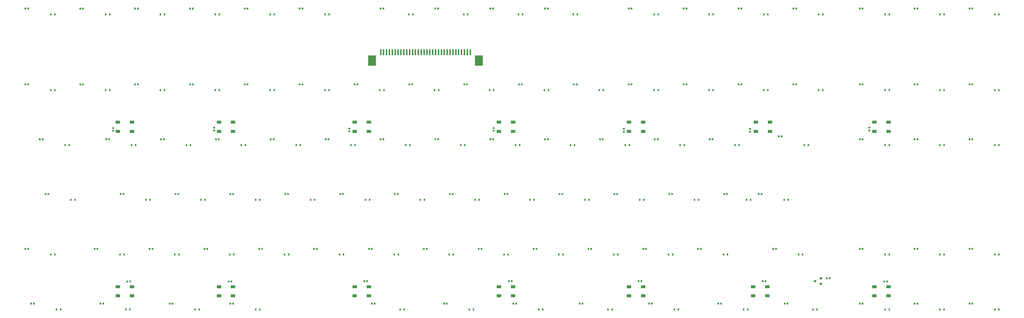
<source format=gbr>
G04 #@! TF.GenerationSoftware,KiCad,Pcbnew,5.1.5-52549c5~84~ubuntu16.04.1*
G04 #@! TF.CreationDate,2019-12-22T20:02:01+06:00*
G04 #@! TF.ProjectId,wasd-keyboard,77617364-2d6b-4657-9962-6f6172642e6b,rev?*
G04 #@! TF.SameCoordinates,Original*
G04 #@! TF.FileFunction,Paste,Bot*
G04 #@! TF.FilePolarity,Positive*
%FSLAX46Y46*%
G04 Gerber Fmt 4.6, Leading zero omitted, Abs format (unit mm)*
G04 Created by KiCad (PCBNEW 5.1.5-52549c5~84~ubuntu16.04.1) date 2019-12-22 20:02:01*
%MOMM*%
%LPD*%
G04 APERTURE LIST*
%ADD10R,0.600000X0.700000*%
%ADD11C,0.100000*%
%ADD12R,0.610000X2.000000*%
%ADD13R,2.680000X3.600000*%
%ADD14R,1.500000X1.000000*%
%ADD15R,0.900000X0.800000*%
G04 APERTURE END LIST*
D10*
X65700000Y-109000000D03*
X64300000Y-109000000D03*
D11*
G36*
X74676958Y-106680710D02*
G01*
X74691276Y-106682834D01*
X74705317Y-106686351D01*
X74718946Y-106691228D01*
X74732031Y-106697417D01*
X74744447Y-106704858D01*
X74756073Y-106713481D01*
X74766798Y-106723202D01*
X74776519Y-106733927D01*
X74785142Y-106745553D01*
X74792583Y-106757969D01*
X74798772Y-106771054D01*
X74803649Y-106784683D01*
X74807166Y-106798724D01*
X74809290Y-106813042D01*
X74810000Y-106827500D01*
X74810000Y-107172500D01*
X74809290Y-107186958D01*
X74807166Y-107201276D01*
X74803649Y-107215317D01*
X74798772Y-107228946D01*
X74792583Y-107242031D01*
X74785142Y-107254447D01*
X74776519Y-107266073D01*
X74766798Y-107276798D01*
X74756073Y-107286519D01*
X74744447Y-107295142D01*
X74732031Y-107302583D01*
X74718946Y-107308772D01*
X74705317Y-107313649D01*
X74691276Y-107317166D01*
X74676958Y-107319290D01*
X74662500Y-107320000D01*
X74367500Y-107320000D01*
X74353042Y-107319290D01*
X74338724Y-107317166D01*
X74324683Y-107313649D01*
X74311054Y-107308772D01*
X74297969Y-107302583D01*
X74285553Y-107295142D01*
X74273927Y-107286519D01*
X74263202Y-107276798D01*
X74253481Y-107266073D01*
X74244858Y-107254447D01*
X74237417Y-107242031D01*
X74231228Y-107228946D01*
X74226351Y-107215317D01*
X74222834Y-107201276D01*
X74220710Y-107186958D01*
X74220000Y-107172500D01*
X74220000Y-106827500D01*
X74220710Y-106813042D01*
X74222834Y-106798724D01*
X74226351Y-106784683D01*
X74231228Y-106771054D01*
X74237417Y-106757969D01*
X74244858Y-106745553D01*
X74253481Y-106733927D01*
X74263202Y-106723202D01*
X74273927Y-106713481D01*
X74285553Y-106704858D01*
X74297969Y-106697417D01*
X74311054Y-106691228D01*
X74324683Y-106686351D01*
X74338724Y-106682834D01*
X74353042Y-106680710D01*
X74367500Y-106680000D01*
X74662500Y-106680000D01*
X74676958Y-106680710D01*
G37*
G36*
X75646958Y-106680710D02*
G01*
X75661276Y-106682834D01*
X75675317Y-106686351D01*
X75688946Y-106691228D01*
X75702031Y-106697417D01*
X75714447Y-106704858D01*
X75726073Y-106713481D01*
X75736798Y-106723202D01*
X75746519Y-106733927D01*
X75755142Y-106745553D01*
X75762583Y-106757969D01*
X75768772Y-106771054D01*
X75773649Y-106784683D01*
X75777166Y-106798724D01*
X75779290Y-106813042D01*
X75780000Y-106827500D01*
X75780000Y-107172500D01*
X75779290Y-107186958D01*
X75777166Y-107201276D01*
X75773649Y-107215317D01*
X75768772Y-107228946D01*
X75762583Y-107242031D01*
X75755142Y-107254447D01*
X75746519Y-107266073D01*
X75736798Y-107276798D01*
X75726073Y-107286519D01*
X75714447Y-107295142D01*
X75702031Y-107302583D01*
X75688946Y-107308772D01*
X75675317Y-107313649D01*
X75661276Y-107317166D01*
X75646958Y-107319290D01*
X75632500Y-107320000D01*
X75337500Y-107320000D01*
X75323042Y-107319290D01*
X75308724Y-107317166D01*
X75294683Y-107313649D01*
X75281054Y-107308772D01*
X75267969Y-107302583D01*
X75255553Y-107295142D01*
X75243927Y-107286519D01*
X75233202Y-107276798D01*
X75223481Y-107266073D01*
X75214858Y-107254447D01*
X75207417Y-107242031D01*
X75201228Y-107228946D01*
X75196351Y-107215317D01*
X75192834Y-107201276D01*
X75190710Y-107186958D01*
X75190000Y-107172500D01*
X75190000Y-106827500D01*
X75190710Y-106813042D01*
X75192834Y-106798724D01*
X75196351Y-106784683D01*
X75201228Y-106771054D01*
X75207417Y-106757969D01*
X75214858Y-106745553D01*
X75223481Y-106733927D01*
X75233202Y-106723202D01*
X75243927Y-106713481D01*
X75255553Y-106704858D01*
X75267969Y-106697417D01*
X75281054Y-106691228D01*
X75294683Y-106686351D01*
X75308724Y-106682834D01*
X75323042Y-106680710D01*
X75337500Y-106680000D01*
X75632500Y-106680000D01*
X75646958Y-106680710D01*
G37*
D12*
X209600000Y-122200000D03*
X208600000Y-122200000D03*
X207600000Y-122200000D03*
X206600000Y-122200000D03*
X205600000Y-122200000D03*
X204600000Y-122200000D03*
X203600000Y-122200000D03*
X202600000Y-122200000D03*
X201600000Y-122200000D03*
X200600000Y-122200000D03*
X199600000Y-122200000D03*
X198600000Y-122200000D03*
X197600000Y-122200000D03*
X196600000Y-122200000D03*
X195600000Y-122200000D03*
X194600000Y-122200000D03*
X193600000Y-122200000D03*
X192600000Y-122200000D03*
X191600000Y-122200000D03*
X190600000Y-122200000D03*
X189600000Y-122200000D03*
X188600000Y-122200000D03*
X187600000Y-122200000D03*
X186600000Y-122200000D03*
X185600000Y-122200000D03*
X184600000Y-122200000D03*
X183600000Y-122200000D03*
X182600000Y-122200000D03*
X181600000Y-122200000D03*
X180600000Y-122200000D03*
X179600000Y-122200000D03*
X178600000Y-122200000D03*
D13*
X212590000Y-125000000D03*
X175610000Y-125000000D03*
D11*
G36*
X55676958Y-106680710D02*
G01*
X55691276Y-106682834D01*
X55705317Y-106686351D01*
X55718946Y-106691228D01*
X55732031Y-106697417D01*
X55744447Y-106704858D01*
X55756073Y-106713481D01*
X55766798Y-106723202D01*
X55776519Y-106733927D01*
X55785142Y-106745553D01*
X55792583Y-106757969D01*
X55798772Y-106771054D01*
X55803649Y-106784683D01*
X55807166Y-106798724D01*
X55809290Y-106813042D01*
X55810000Y-106827500D01*
X55810000Y-107172500D01*
X55809290Y-107186958D01*
X55807166Y-107201276D01*
X55803649Y-107215317D01*
X55798772Y-107228946D01*
X55792583Y-107242031D01*
X55785142Y-107254447D01*
X55776519Y-107266073D01*
X55766798Y-107276798D01*
X55756073Y-107286519D01*
X55744447Y-107295142D01*
X55732031Y-107302583D01*
X55718946Y-107308772D01*
X55705317Y-107313649D01*
X55691276Y-107317166D01*
X55676958Y-107319290D01*
X55662500Y-107320000D01*
X55367500Y-107320000D01*
X55353042Y-107319290D01*
X55338724Y-107317166D01*
X55324683Y-107313649D01*
X55311054Y-107308772D01*
X55297969Y-107302583D01*
X55285553Y-107295142D01*
X55273927Y-107286519D01*
X55263202Y-107276798D01*
X55253481Y-107266073D01*
X55244858Y-107254447D01*
X55237417Y-107242031D01*
X55231228Y-107228946D01*
X55226351Y-107215317D01*
X55222834Y-107201276D01*
X55220710Y-107186958D01*
X55220000Y-107172500D01*
X55220000Y-106827500D01*
X55220710Y-106813042D01*
X55222834Y-106798724D01*
X55226351Y-106784683D01*
X55231228Y-106771054D01*
X55237417Y-106757969D01*
X55244858Y-106745553D01*
X55253481Y-106733927D01*
X55263202Y-106723202D01*
X55273927Y-106713481D01*
X55285553Y-106704858D01*
X55297969Y-106697417D01*
X55311054Y-106691228D01*
X55324683Y-106686351D01*
X55338724Y-106682834D01*
X55353042Y-106680710D01*
X55367500Y-106680000D01*
X55662500Y-106680000D01*
X55676958Y-106680710D01*
G37*
G36*
X56646958Y-106680710D02*
G01*
X56661276Y-106682834D01*
X56675317Y-106686351D01*
X56688946Y-106691228D01*
X56702031Y-106697417D01*
X56714447Y-106704858D01*
X56726073Y-106713481D01*
X56736798Y-106723202D01*
X56746519Y-106733927D01*
X56755142Y-106745553D01*
X56762583Y-106757969D01*
X56768772Y-106771054D01*
X56773649Y-106784683D01*
X56777166Y-106798724D01*
X56779290Y-106813042D01*
X56780000Y-106827500D01*
X56780000Y-107172500D01*
X56779290Y-107186958D01*
X56777166Y-107201276D01*
X56773649Y-107215317D01*
X56768772Y-107228946D01*
X56762583Y-107242031D01*
X56755142Y-107254447D01*
X56746519Y-107266073D01*
X56736798Y-107276798D01*
X56726073Y-107286519D01*
X56714447Y-107295142D01*
X56702031Y-107302583D01*
X56688946Y-107308772D01*
X56675317Y-107313649D01*
X56661276Y-107317166D01*
X56646958Y-107319290D01*
X56632500Y-107320000D01*
X56337500Y-107320000D01*
X56323042Y-107319290D01*
X56308724Y-107317166D01*
X56294683Y-107313649D01*
X56281054Y-107308772D01*
X56267969Y-107302583D01*
X56255553Y-107295142D01*
X56243927Y-107286519D01*
X56233202Y-107276798D01*
X56223481Y-107266073D01*
X56214858Y-107254447D01*
X56207417Y-107242031D01*
X56201228Y-107228946D01*
X56196351Y-107215317D01*
X56192834Y-107201276D01*
X56190710Y-107186958D01*
X56190000Y-107172500D01*
X56190000Y-106827500D01*
X56190710Y-106813042D01*
X56192834Y-106798724D01*
X56196351Y-106784683D01*
X56201228Y-106771054D01*
X56207417Y-106757969D01*
X56214858Y-106745553D01*
X56223481Y-106733927D01*
X56233202Y-106723202D01*
X56243927Y-106713481D01*
X56255553Y-106704858D01*
X56267969Y-106697417D01*
X56281054Y-106691228D01*
X56294683Y-106686351D01*
X56308724Y-106682834D01*
X56323042Y-106680710D01*
X56337500Y-106680000D01*
X56632500Y-106680000D01*
X56646958Y-106680710D01*
G37*
G36*
X93676958Y-106680710D02*
G01*
X93691276Y-106682834D01*
X93705317Y-106686351D01*
X93718946Y-106691228D01*
X93732031Y-106697417D01*
X93744447Y-106704858D01*
X93756073Y-106713481D01*
X93766798Y-106723202D01*
X93776519Y-106733927D01*
X93785142Y-106745553D01*
X93792583Y-106757969D01*
X93798772Y-106771054D01*
X93803649Y-106784683D01*
X93807166Y-106798724D01*
X93809290Y-106813042D01*
X93810000Y-106827500D01*
X93810000Y-107172500D01*
X93809290Y-107186958D01*
X93807166Y-107201276D01*
X93803649Y-107215317D01*
X93798772Y-107228946D01*
X93792583Y-107242031D01*
X93785142Y-107254447D01*
X93776519Y-107266073D01*
X93766798Y-107276798D01*
X93756073Y-107286519D01*
X93744447Y-107295142D01*
X93732031Y-107302583D01*
X93718946Y-107308772D01*
X93705317Y-107313649D01*
X93691276Y-107317166D01*
X93676958Y-107319290D01*
X93662500Y-107320000D01*
X93367500Y-107320000D01*
X93353042Y-107319290D01*
X93338724Y-107317166D01*
X93324683Y-107313649D01*
X93311054Y-107308772D01*
X93297969Y-107302583D01*
X93285553Y-107295142D01*
X93273927Y-107286519D01*
X93263202Y-107276798D01*
X93253481Y-107266073D01*
X93244858Y-107254447D01*
X93237417Y-107242031D01*
X93231228Y-107228946D01*
X93226351Y-107215317D01*
X93222834Y-107201276D01*
X93220710Y-107186958D01*
X93220000Y-107172500D01*
X93220000Y-106827500D01*
X93220710Y-106813042D01*
X93222834Y-106798724D01*
X93226351Y-106784683D01*
X93231228Y-106771054D01*
X93237417Y-106757969D01*
X93244858Y-106745553D01*
X93253481Y-106733927D01*
X93263202Y-106723202D01*
X93273927Y-106713481D01*
X93285553Y-106704858D01*
X93297969Y-106697417D01*
X93311054Y-106691228D01*
X93324683Y-106686351D01*
X93338724Y-106682834D01*
X93353042Y-106680710D01*
X93367500Y-106680000D01*
X93662500Y-106680000D01*
X93676958Y-106680710D01*
G37*
G36*
X94646958Y-106680710D02*
G01*
X94661276Y-106682834D01*
X94675317Y-106686351D01*
X94688946Y-106691228D01*
X94702031Y-106697417D01*
X94714447Y-106704858D01*
X94726073Y-106713481D01*
X94736798Y-106723202D01*
X94746519Y-106733927D01*
X94755142Y-106745553D01*
X94762583Y-106757969D01*
X94768772Y-106771054D01*
X94773649Y-106784683D01*
X94777166Y-106798724D01*
X94779290Y-106813042D01*
X94780000Y-106827500D01*
X94780000Y-107172500D01*
X94779290Y-107186958D01*
X94777166Y-107201276D01*
X94773649Y-107215317D01*
X94768772Y-107228946D01*
X94762583Y-107242031D01*
X94755142Y-107254447D01*
X94746519Y-107266073D01*
X94736798Y-107276798D01*
X94726073Y-107286519D01*
X94714447Y-107295142D01*
X94702031Y-107302583D01*
X94688946Y-107308772D01*
X94675317Y-107313649D01*
X94661276Y-107317166D01*
X94646958Y-107319290D01*
X94632500Y-107320000D01*
X94337500Y-107320000D01*
X94323042Y-107319290D01*
X94308724Y-107317166D01*
X94294683Y-107313649D01*
X94281054Y-107308772D01*
X94267969Y-107302583D01*
X94255553Y-107295142D01*
X94243927Y-107286519D01*
X94233202Y-107276798D01*
X94223481Y-107266073D01*
X94214858Y-107254447D01*
X94207417Y-107242031D01*
X94201228Y-107228946D01*
X94196351Y-107215317D01*
X94192834Y-107201276D01*
X94190710Y-107186958D01*
X94190000Y-107172500D01*
X94190000Y-106827500D01*
X94190710Y-106813042D01*
X94192834Y-106798724D01*
X94196351Y-106784683D01*
X94201228Y-106771054D01*
X94207417Y-106757969D01*
X94214858Y-106745553D01*
X94223481Y-106733927D01*
X94233202Y-106723202D01*
X94243927Y-106713481D01*
X94255553Y-106704858D01*
X94267969Y-106697417D01*
X94281054Y-106691228D01*
X94294683Y-106686351D01*
X94308724Y-106682834D01*
X94323042Y-106680710D01*
X94337500Y-106680000D01*
X94632500Y-106680000D01*
X94646958Y-106680710D01*
G37*
G36*
X112676958Y-106680710D02*
G01*
X112691276Y-106682834D01*
X112705317Y-106686351D01*
X112718946Y-106691228D01*
X112732031Y-106697417D01*
X112744447Y-106704858D01*
X112756073Y-106713481D01*
X112766798Y-106723202D01*
X112776519Y-106733927D01*
X112785142Y-106745553D01*
X112792583Y-106757969D01*
X112798772Y-106771054D01*
X112803649Y-106784683D01*
X112807166Y-106798724D01*
X112809290Y-106813042D01*
X112810000Y-106827500D01*
X112810000Y-107172500D01*
X112809290Y-107186958D01*
X112807166Y-107201276D01*
X112803649Y-107215317D01*
X112798772Y-107228946D01*
X112792583Y-107242031D01*
X112785142Y-107254447D01*
X112776519Y-107266073D01*
X112766798Y-107276798D01*
X112756073Y-107286519D01*
X112744447Y-107295142D01*
X112732031Y-107302583D01*
X112718946Y-107308772D01*
X112705317Y-107313649D01*
X112691276Y-107317166D01*
X112676958Y-107319290D01*
X112662500Y-107320000D01*
X112367500Y-107320000D01*
X112353042Y-107319290D01*
X112338724Y-107317166D01*
X112324683Y-107313649D01*
X112311054Y-107308772D01*
X112297969Y-107302583D01*
X112285553Y-107295142D01*
X112273927Y-107286519D01*
X112263202Y-107276798D01*
X112253481Y-107266073D01*
X112244858Y-107254447D01*
X112237417Y-107242031D01*
X112231228Y-107228946D01*
X112226351Y-107215317D01*
X112222834Y-107201276D01*
X112220710Y-107186958D01*
X112220000Y-107172500D01*
X112220000Y-106827500D01*
X112220710Y-106813042D01*
X112222834Y-106798724D01*
X112226351Y-106784683D01*
X112231228Y-106771054D01*
X112237417Y-106757969D01*
X112244858Y-106745553D01*
X112253481Y-106733927D01*
X112263202Y-106723202D01*
X112273927Y-106713481D01*
X112285553Y-106704858D01*
X112297969Y-106697417D01*
X112311054Y-106691228D01*
X112324683Y-106686351D01*
X112338724Y-106682834D01*
X112353042Y-106680710D01*
X112367500Y-106680000D01*
X112662500Y-106680000D01*
X112676958Y-106680710D01*
G37*
G36*
X113646958Y-106680710D02*
G01*
X113661276Y-106682834D01*
X113675317Y-106686351D01*
X113688946Y-106691228D01*
X113702031Y-106697417D01*
X113714447Y-106704858D01*
X113726073Y-106713481D01*
X113736798Y-106723202D01*
X113746519Y-106733927D01*
X113755142Y-106745553D01*
X113762583Y-106757969D01*
X113768772Y-106771054D01*
X113773649Y-106784683D01*
X113777166Y-106798724D01*
X113779290Y-106813042D01*
X113780000Y-106827500D01*
X113780000Y-107172500D01*
X113779290Y-107186958D01*
X113777166Y-107201276D01*
X113773649Y-107215317D01*
X113768772Y-107228946D01*
X113762583Y-107242031D01*
X113755142Y-107254447D01*
X113746519Y-107266073D01*
X113736798Y-107276798D01*
X113726073Y-107286519D01*
X113714447Y-107295142D01*
X113702031Y-107302583D01*
X113688946Y-107308772D01*
X113675317Y-107313649D01*
X113661276Y-107317166D01*
X113646958Y-107319290D01*
X113632500Y-107320000D01*
X113337500Y-107320000D01*
X113323042Y-107319290D01*
X113308724Y-107317166D01*
X113294683Y-107313649D01*
X113281054Y-107308772D01*
X113267969Y-107302583D01*
X113255553Y-107295142D01*
X113243927Y-107286519D01*
X113233202Y-107276798D01*
X113223481Y-107266073D01*
X113214858Y-107254447D01*
X113207417Y-107242031D01*
X113201228Y-107228946D01*
X113196351Y-107215317D01*
X113192834Y-107201276D01*
X113190710Y-107186958D01*
X113190000Y-107172500D01*
X113190000Y-106827500D01*
X113190710Y-106813042D01*
X113192834Y-106798724D01*
X113196351Y-106784683D01*
X113201228Y-106771054D01*
X113207417Y-106757969D01*
X113214858Y-106745553D01*
X113223481Y-106733927D01*
X113233202Y-106723202D01*
X113243927Y-106713481D01*
X113255553Y-106704858D01*
X113267969Y-106697417D01*
X113281054Y-106691228D01*
X113294683Y-106686351D01*
X113308724Y-106682834D01*
X113323042Y-106680710D01*
X113337500Y-106680000D01*
X113632500Y-106680000D01*
X113646958Y-106680710D01*
G37*
G36*
X131676958Y-106680710D02*
G01*
X131691276Y-106682834D01*
X131705317Y-106686351D01*
X131718946Y-106691228D01*
X131732031Y-106697417D01*
X131744447Y-106704858D01*
X131756073Y-106713481D01*
X131766798Y-106723202D01*
X131776519Y-106733927D01*
X131785142Y-106745553D01*
X131792583Y-106757969D01*
X131798772Y-106771054D01*
X131803649Y-106784683D01*
X131807166Y-106798724D01*
X131809290Y-106813042D01*
X131810000Y-106827500D01*
X131810000Y-107172500D01*
X131809290Y-107186958D01*
X131807166Y-107201276D01*
X131803649Y-107215317D01*
X131798772Y-107228946D01*
X131792583Y-107242031D01*
X131785142Y-107254447D01*
X131776519Y-107266073D01*
X131766798Y-107276798D01*
X131756073Y-107286519D01*
X131744447Y-107295142D01*
X131732031Y-107302583D01*
X131718946Y-107308772D01*
X131705317Y-107313649D01*
X131691276Y-107317166D01*
X131676958Y-107319290D01*
X131662500Y-107320000D01*
X131367500Y-107320000D01*
X131353042Y-107319290D01*
X131338724Y-107317166D01*
X131324683Y-107313649D01*
X131311054Y-107308772D01*
X131297969Y-107302583D01*
X131285553Y-107295142D01*
X131273927Y-107286519D01*
X131263202Y-107276798D01*
X131253481Y-107266073D01*
X131244858Y-107254447D01*
X131237417Y-107242031D01*
X131231228Y-107228946D01*
X131226351Y-107215317D01*
X131222834Y-107201276D01*
X131220710Y-107186958D01*
X131220000Y-107172500D01*
X131220000Y-106827500D01*
X131220710Y-106813042D01*
X131222834Y-106798724D01*
X131226351Y-106784683D01*
X131231228Y-106771054D01*
X131237417Y-106757969D01*
X131244858Y-106745553D01*
X131253481Y-106733927D01*
X131263202Y-106723202D01*
X131273927Y-106713481D01*
X131285553Y-106704858D01*
X131297969Y-106697417D01*
X131311054Y-106691228D01*
X131324683Y-106686351D01*
X131338724Y-106682834D01*
X131353042Y-106680710D01*
X131367500Y-106680000D01*
X131662500Y-106680000D01*
X131676958Y-106680710D01*
G37*
G36*
X132646958Y-106680710D02*
G01*
X132661276Y-106682834D01*
X132675317Y-106686351D01*
X132688946Y-106691228D01*
X132702031Y-106697417D01*
X132714447Y-106704858D01*
X132726073Y-106713481D01*
X132736798Y-106723202D01*
X132746519Y-106733927D01*
X132755142Y-106745553D01*
X132762583Y-106757969D01*
X132768772Y-106771054D01*
X132773649Y-106784683D01*
X132777166Y-106798724D01*
X132779290Y-106813042D01*
X132780000Y-106827500D01*
X132780000Y-107172500D01*
X132779290Y-107186958D01*
X132777166Y-107201276D01*
X132773649Y-107215317D01*
X132768772Y-107228946D01*
X132762583Y-107242031D01*
X132755142Y-107254447D01*
X132746519Y-107266073D01*
X132736798Y-107276798D01*
X132726073Y-107286519D01*
X132714447Y-107295142D01*
X132702031Y-107302583D01*
X132688946Y-107308772D01*
X132675317Y-107313649D01*
X132661276Y-107317166D01*
X132646958Y-107319290D01*
X132632500Y-107320000D01*
X132337500Y-107320000D01*
X132323042Y-107319290D01*
X132308724Y-107317166D01*
X132294683Y-107313649D01*
X132281054Y-107308772D01*
X132267969Y-107302583D01*
X132255553Y-107295142D01*
X132243927Y-107286519D01*
X132233202Y-107276798D01*
X132223481Y-107266073D01*
X132214858Y-107254447D01*
X132207417Y-107242031D01*
X132201228Y-107228946D01*
X132196351Y-107215317D01*
X132192834Y-107201276D01*
X132190710Y-107186958D01*
X132190000Y-107172500D01*
X132190000Y-106827500D01*
X132190710Y-106813042D01*
X132192834Y-106798724D01*
X132196351Y-106784683D01*
X132201228Y-106771054D01*
X132207417Y-106757969D01*
X132214858Y-106745553D01*
X132223481Y-106733927D01*
X132233202Y-106723202D01*
X132243927Y-106713481D01*
X132255553Y-106704858D01*
X132267969Y-106697417D01*
X132281054Y-106691228D01*
X132294683Y-106686351D01*
X132308724Y-106682834D01*
X132323042Y-106680710D01*
X132337500Y-106680000D01*
X132632500Y-106680000D01*
X132646958Y-106680710D01*
G37*
G36*
X150676958Y-106680710D02*
G01*
X150691276Y-106682834D01*
X150705317Y-106686351D01*
X150718946Y-106691228D01*
X150732031Y-106697417D01*
X150744447Y-106704858D01*
X150756073Y-106713481D01*
X150766798Y-106723202D01*
X150776519Y-106733927D01*
X150785142Y-106745553D01*
X150792583Y-106757969D01*
X150798772Y-106771054D01*
X150803649Y-106784683D01*
X150807166Y-106798724D01*
X150809290Y-106813042D01*
X150810000Y-106827500D01*
X150810000Y-107172500D01*
X150809290Y-107186958D01*
X150807166Y-107201276D01*
X150803649Y-107215317D01*
X150798772Y-107228946D01*
X150792583Y-107242031D01*
X150785142Y-107254447D01*
X150776519Y-107266073D01*
X150766798Y-107276798D01*
X150756073Y-107286519D01*
X150744447Y-107295142D01*
X150732031Y-107302583D01*
X150718946Y-107308772D01*
X150705317Y-107313649D01*
X150691276Y-107317166D01*
X150676958Y-107319290D01*
X150662500Y-107320000D01*
X150367500Y-107320000D01*
X150353042Y-107319290D01*
X150338724Y-107317166D01*
X150324683Y-107313649D01*
X150311054Y-107308772D01*
X150297969Y-107302583D01*
X150285553Y-107295142D01*
X150273927Y-107286519D01*
X150263202Y-107276798D01*
X150253481Y-107266073D01*
X150244858Y-107254447D01*
X150237417Y-107242031D01*
X150231228Y-107228946D01*
X150226351Y-107215317D01*
X150222834Y-107201276D01*
X150220710Y-107186958D01*
X150220000Y-107172500D01*
X150220000Y-106827500D01*
X150220710Y-106813042D01*
X150222834Y-106798724D01*
X150226351Y-106784683D01*
X150231228Y-106771054D01*
X150237417Y-106757969D01*
X150244858Y-106745553D01*
X150253481Y-106733927D01*
X150263202Y-106723202D01*
X150273927Y-106713481D01*
X150285553Y-106704858D01*
X150297969Y-106697417D01*
X150311054Y-106691228D01*
X150324683Y-106686351D01*
X150338724Y-106682834D01*
X150353042Y-106680710D01*
X150367500Y-106680000D01*
X150662500Y-106680000D01*
X150676958Y-106680710D01*
G37*
G36*
X151646958Y-106680710D02*
G01*
X151661276Y-106682834D01*
X151675317Y-106686351D01*
X151688946Y-106691228D01*
X151702031Y-106697417D01*
X151714447Y-106704858D01*
X151726073Y-106713481D01*
X151736798Y-106723202D01*
X151746519Y-106733927D01*
X151755142Y-106745553D01*
X151762583Y-106757969D01*
X151768772Y-106771054D01*
X151773649Y-106784683D01*
X151777166Y-106798724D01*
X151779290Y-106813042D01*
X151780000Y-106827500D01*
X151780000Y-107172500D01*
X151779290Y-107186958D01*
X151777166Y-107201276D01*
X151773649Y-107215317D01*
X151768772Y-107228946D01*
X151762583Y-107242031D01*
X151755142Y-107254447D01*
X151746519Y-107266073D01*
X151736798Y-107276798D01*
X151726073Y-107286519D01*
X151714447Y-107295142D01*
X151702031Y-107302583D01*
X151688946Y-107308772D01*
X151675317Y-107313649D01*
X151661276Y-107317166D01*
X151646958Y-107319290D01*
X151632500Y-107320000D01*
X151337500Y-107320000D01*
X151323042Y-107319290D01*
X151308724Y-107317166D01*
X151294683Y-107313649D01*
X151281054Y-107308772D01*
X151267969Y-107302583D01*
X151255553Y-107295142D01*
X151243927Y-107286519D01*
X151233202Y-107276798D01*
X151223481Y-107266073D01*
X151214858Y-107254447D01*
X151207417Y-107242031D01*
X151201228Y-107228946D01*
X151196351Y-107215317D01*
X151192834Y-107201276D01*
X151190710Y-107186958D01*
X151190000Y-107172500D01*
X151190000Y-106827500D01*
X151190710Y-106813042D01*
X151192834Y-106798724D01*
X151196351Y-106784683D01*
X151201228Y-106771054D01*
X151207417Y-106757969D01*
X151214858Y-106745553D01*
X151223481Y-106733927D01*
X151233202Y-106723202D01*
X151243927Y-106713481D01*
X151255553Y-106704858D01*
X151267969Y-106697417D01*
X151281054Y-106691228D01*
X151294683Y-106686351D01*
X151308724Y-106682834D01*
X151323042Y-106680710D01*
X151337500Y-106680000D01*
X151632500Y-106680000D01*
X151646958Y-106680710D01*
G37*
G36*
X178676958Y-106680710D02*
G01*
X178691276Y-106682834D01*
X178705317Y-106686351D01*
X178718946Y-106691228D01*
X178732031Y-106697417D01*
X178744447Y-106704858D01*
X178756073Y-106713481D01*
X178766798Y-106723202D01*
X178776519Y-106733927D01*
X178785142Y-106745553D01*
X178792583Y-106757969D01*
X178798772Y-106771054D01*
X178803649Y-106784683D01*
X178807166Y-106798724D01*
X178809290Y-106813042D01*
X178810000Y-106827500D01*
X178810000Y-107172500D01*
X178809290Y-107186958D01*
X178807166Y-107201276D01*
X178803649Y-107215317D01*
X178798772Y-107228946D01*
X178792583Y-107242031D01*
X178785142Y-107254447D01*
X178776519Y-107266073D01*
X178766798Y-107276798D01*
X178756073Y-107286519D01*
X178744447Y-107295142D01*
X178732031Y-107302583D01*
X178718946Y-107308772D01*
X178705317Y-107313649D01*
X178691276Y-107317166D01*
X178676958Y-107319290D01*
X178662500Y-107320000D01*
X178367500Y-107320000D01*
X178353042Y-107319290D01*
X178338724Y-107317166D01*
X178324683Y-107313649D01*
X178311054Y-107308772D01*
X178297969Y-107302583D01*
X178285553Y-107295142D01*
X178273927Y-107286519D01*
X178263202Y-107276798D01*
X178253481Y-107266073D01*
X178244858Y-107254447D01*
X178237417Y-107242031D01*
X178231228Y-107228946D01*
X178226351Y-107215317D01*
X178222834Y-107201276D01*
X178220710Y-107186958D01*
X178220000Y-107172500D01*
X178220000Y-106827500D01*
X178220710Y-106813042D01*
X178222834Y-106798724D01*
X178226351Y-106784683D01*
X178231228Y-106771054D01*
X178237417Y-106757969D01*
X178244858Y-106745553D01*
X178253481Y-106733927D01*
X178263202Y-106723202D01*
X178273927Y-106713481D01*
X178285553Y-106704858D01*
X178297969Y-106697417D01*
X178311054Y-106691228D01*
X178324683Y-106686351D01*
X178338724Y-106682834D01*
X178353042Y-106680710D01*
X178367500Y-106680000D01*
X178662500Y-106680000D01*
X178676958Y-106680710D01*
G37*
G36*
X179646958Y-106680710D02*
G01*
X179661276Y-106682834D01*
X179675317Y-106686351D01*
X179688946Y-106691228D01*
X179702031Y-106697417D01*
X179714447Y-106704858D01*
X179726073Y-106713481D01*
X179736798Y-106723202D01*
X179746519Y-106733927D01*
X179755142Y-106745553D01*
X179762583Y-106757969D01*
X179768772Y-106771054D01*
X179773649Y-106784683D01*
X179777166Y-106798724D01*
X179779290Y-106813042D01*
X179780000Y-106827500D01*
X179780000Y-107172500D01*
X179779290Y-107186958D01*
X179777166Y-107201276D01*
X179773649Y-107215317D01*
X179768772Y-107228946D01*
X179762583Y-107242031D01*
X179755142Y-107254447D01*
X179746519Y-107266073D01*
X179736798Y-107276798D01*
X179726073Y-107286519D01*
X179714447Y-107295142D01*
X179702031Y-107302583D01*
X179688946Y-107308772D01*
X179675317Y-107313649D01*
X179661276Y-107317166D01*
X179646958Y-107319290D01*
X179632500Y-107320000D01*
X179337500Y-107320000D01*
X179323042Y-107319290D01*
X179308724Y-107317166D01*
X179294683Y-107313649D01*
X179281054Y-107308772D01*
X179267969Y-107302583D01*
X179255553Y-107295142D01*
X179243927Y-107286519D01*
X179233202Y-107276798D01*
X179223481Y-107266073D01*
X179214858Y-107254447D01*
X179207417Y-107242031D01*
X179201228Y-107228946D01*
X179196351Y-107215317D01*
X179192834Y-107201276D01*
X179190710Y-107186958D01*
X179190000Y-107172500D01*
X179190000Y-106827500D01*
X179190710Y-106813042D01*
X179192834Y-106798724D01*
X179196351Y-106784683D01*
X179201228Y-106771054D01*
X179207417Y-106757969D01*
X179214858Y-106745553D01*
X179223481Y-106733927D01*
X179233202Y-106723202D01*
X179243927Y-106713481D01*
X179255553Y-106704858D01*
X179267969Y-106697417D01*
X179281054Y-106691228D01*
X179294683Y-106686351D01*
X179308724Y-106682834D01*
X179323042Y-106680710D01*
X179337500Y-106680000D01*
X179632500Y-106680000D01*
X179646958Y-106680710D01*
G37*
G36*
X197676958Y-106680710D02*
G01*
X197691276Y-106682834D01*
X197705317Y-106686351D01*
X197718946Y-106691228D01*
X197732031Y-106697417D01*
X197744447Y-106704858D01*
X197756073Y-106713481D01*
X197766798Y-106723202D01*
X197776519Y-106733927D01*
X197785142Y-106745553D01*
X197792583Y-106757969D01*
X197798772Y-106771054D01*
X197803649Y-106784683D01*
X197807166Y-106798724D01*
X197809290Y-106813042D01*
X197810000Y-106827500D01*
X197810000Y-107172500D01*
X197809290Y-107186958D01*
X197807166Y-107201276D01*
X197803649Y-107215317D01*
X197798772Y-107228946D01*
X197792583Y-107242031D01*
X197785142Y-107254447D01*
X197776519Y-107266073D01*
X197766798Y-107276798D01*
X197756073Y-107286519D01*
X197744447Y-107295142D01*
X197732031Y-107302583D01*
X197718946Y-107308772D01*
X197705317Y-107313649D01*
X197691276Y-107317166D01*
X197676958Y-107319290D01*
X197662500Y-107320000D01*
X197367500Y-107320000D01*
X197353042Y-107319290D01*
X197338724Y-107317166D01*
X197324683Y-107313649D01*
X197311054Y-107308772D01*
X197297969Y-107302583D01*
X197285553Y-107295142D01*
X197273927Y-107286519D01*
X197263202Y-107276798D01*
X197253481Y-107266073D01*
X197244858Y-107254447D01*
X197237417Y-107242031D01*
X197231228Y-107228946D01*
X197226351Y-107215317D01*
X197222834Y-107201276D01*
X197220710Y-107186958D01*
X197220000Y-107172500D01*
X197220000Y-106827500D01*
X197220710Y-106813042D01*
X197222834Y-106798724D01*
X197226351Y-106784683D01*
X197231228Y-106771054D01*
X197237417Y-106757969D01*
X197244858Y-106745553D01*
X197253481Y-106733927D01*
X197263202Y-106723202D01*
X197273927Y-106713481D01*
X197285553Y-106704858D01*
X197297969Y-106697417D01*
X197311054Y-106691228D01*
X197324683Y-106686351D01*
X197338724Y-106682834D01*
X197353042Y-106680710D01*
X197367500Y-106680000D01*
X197662500Y-106680000D01*
X197676958Y-106680710D01*
G37*
G36*
X198646958Y-106680710D02*
G01*
X198661276Y-106682834D01*
X198675317Y-106686351D01*
X198688946Y-106691228D01*
X198702031Y-106697417D01*
X198714447Y-106704858D01*
X198726073Y-106713481D01*
X198736798Y-106723202D01*
X198746519Y-106733927D01*
X198755142Y-106745553D01*
X198762583Y-106757969D01*
X198768772Y-106771054D01*
X198773649Y-106784683D01*
X198777166Y-106798724D01*
X198779290Y-106813042D01*
X198780000Y-106827500D01*
X198780000Y-107172500D01*
X198779290Y-107186958D01*
X198777166Y-107201276D01*
X198773649Y-107215317D01*
X198768772Y-107228946D01*
X198762583Y-107242031D01*
X198755142Y-107254447D01*
X198746519Y-107266073D01*
X198736798Y-107276798D01*
X198726073Y-107286519D01*
X198714447Y-107295142D01*
X198702031Y-107302583D01*
X198688946Y-107308772D01*
X198675317Y-107313649D01*
X198661276Y-107317166D01*
X198646958Y-107319290D01*
X198632500Y-107320000D01*
X198337500Y-107320000D01*
X198323042Y-107319290D01*
X198308724Y-107317166D01*
X198294683Y-107313649D01*
X198281054Y-107308772D01*
X198267969Y-107302583D01*
X198255553Y-107295142D01*
X198243927Y-107286519D01*
X198233202Y-107276798D01*
X198223481Y-107266073D01*
X198214858Y-107254447D01*
X198207417Y-107242031D01*
X198201228Y-107228946D01*
X198196351Y-107215317D01*
X198192834Y-107201276D01*
X198190710Y-107186958D01*
X198190000Y-107172500D01*
X198190000Y-106827500D01*
X198190710Y-106813042D01*
X198192834Y-106798724D01*
X198196351Y-106784683D01*
X198201228Y-106771054D01*
X198207417Y-106757969D01*
X198214858Y-106745553D01*
X198223481Y-106733927D01*
X198233202Y-106723202D01*
X198243927Y-106713481D01*
X198255553Y-106704858D01*
X198267969Y-106697417D01*
X198281054Y-106691228D01*
X198294683Y-106686351D01*
X198308724Y-106682834D01*
X198323042Y-106680710D01*
X198337500Y-106680000D01*
X198632500Y-106680000D01*
X198646958Y-106680710D01*
G37*
G36*
X216676958Y-106680710D02*
G01*
X216691276Y-106682834D01*
X216705317Y-106686351D01*
X216718946Y-106691228D01*
X216732031Y-106697417D01*
X216744447Y-106704858D01*
X216756073Y-106713481D01*
X216766798Y-106723202D01*
X216776519Y-106733927D01*
X216785142Y-106745553D01*
X216792583Y-106757969D01*
X216798772Y-106771054D01*
X216803649Y-106784683D01*
X216807166Y-106798724D01*
X216809290Y-106813042D01*
X216810000Y-106827500D01*
X216810000Y-107172500D01*
X216809290Y-107186958D01*
X216807166Y-107201276D01*
X216803649Y-107215317D01*
X216798772Y-107228946D01*
X216792583Y-107242031D01*
X216785142Y-107254447D01*
X216776519Y-107266073D01*
X216766798Y-107276798D01*
X216756073Y-107286519D01*
X216744447Y-107295142D01*
X216732031Y-107302583D01*
X216718946Y-107308772D01*
X216705317Y-107313649D01*
X216691276Y-107317166D01*
X216676958Y-107319290D01*
X216662500Y-107320000D01*
X216367500Y-107320000D01*
X216353042Y-107319290D01*
X216338724Y-107317166D01*
X216324683Y-107313649D01*
X216311054Y-107308772D01*
X216297969Y-107302583D01*
X216285553Y-107295142D01*
X216273927Y-107286519D01*
X216263202Y-107276798D01*
X216253481Y-107266073D01*
X216244858Y-107254447D01*
X216237417Y-107242031D01*
X216231228Y-107228946D01*
X216226351Y-107215317D01*
X216222834Y-107201276D01*
X216220710Y-107186958D01*
X216220000Y-107172500D01*
X216220000Y-106827500D01*
X216220710Y-106813042D01*
X216222834Y-106798724D01*
X216226351Y-106784683D01*
X216231228Y-106771054D01*
X216237417Y-106757969D01*
X216244858Y-106745553D01*
X216253481Y-106733927D01*
X216263202Y-106723202D01*
X216273927Y-106713481D01*
X216285553Y-106704858D01*
X216297969Y-106697417D01*
X216311054Y-106691228D01*
X216324683Y-106686351D01*
X216338724Y-106682834D01*
X216353042Y-106680710D01*
X216367500Y-106680000D01*
X216662500Y-106680000D01*
X216676958Y-106680710D01*
G37*
G36*
X217646958Y-106680710D02*
G01*
X217661276Y-106682834D01*
X217675317Y-106686351D01*
X217688946Y-106691228D01*
X217702031Y-106697417D01*
X217714447Y-106704858D01*
X217726073Y-106713481D01*
X217736798Y-106723202D01*
X217746519Y-106733927D01*
X217755142Y-106745553D01*
X217762583Y-106757969D01*
X217768772Y-106771054D01*
X217773649Y-106784683D01*
X217777166Y-106798724D01*
X217779290Y-106813042D01*
X217780000Y-106827500D01*
X217780000Y-107172500D01*
X217779290Y-107186958D01*
X217777166Y-107201276D01*
X217773649Y-107215317D01*
X217768772Y-107228946D01*
X217762583Y-107242031D01*
X217755142Y-107254447D01*
X217746519Y-107266073D01*
X217736798Y-107276798D01*
X217726073Y-107286519D01*
X217714447Y-107295142D01*
X217702031Y-107302583D01*
X217688946Y-107308772D01*
X217675317Y-107313649D01*
X217661276Y-107317166D01*
X217646958Y-107319290D01*
X217632500Y-107320000D01*
X217337500Y-107320000D01*
X217323042Y-107319290D01*
X217308724Y-107317166D01*
X217294683Y-107313649D01*
X217281054Y-107308772D01*
X217267969Y-107302583D01*
X217255553Y-107295142D01*
X217243927Y-107286519D01*
X217233202Y-107276798D01*
X217223481Y-107266073D01*
X217214858Y-107254447D01*
X217207417Y-107242031D01*
X217201228Y-107228946D01*
X217196351Y-107215317D01*
X217192834Y-107201276D01*
X217190710Y-107186958D01*
X217190000Y-107172500D01*
X217190000Y-106827500D01*
X217190710Y-106813042D01*
X217192834Y-106798724D01*
X217196351Y-106784683D01*
X217201228Y-106771054D01*
X217207417Y-106757969D01*
X217214858Y-106745553D01*
X217223481Y-106733927D01*
X217233202Y-106723202D01*
X217243927Y-106713481D01*
X217255553Y-106704858D01*
X217267969Y-106697417D01*
X217281054Y-106691228D01*
X217294683Y-106686351D01*
X217308724Y-106682834D01*
X217323042Y-106680710D01*
X217337500Y-106680000D01*
X217632500Y-106680000D01*
X217646958Y-106680710D01*
G37*
G36*
X236646958Y-106680710D02*
G01*
X236661276Y-106682834D01*
X236675317Y-106686351D01*
X236688946Y-106691228D01*
X236702031Y-106697417D01*
X236714447Y-106704858D01*
X236726073Y-106713481D01*
X236736798Y-106723202D01*
X236746519Y-106733927D01*
X236755142Y-106745553D01*
X236762583Y-106757969D01*
X236768772Y-106771054D01*
X236773649Y-106784683D01*
X236777166Y-106798724D01*
X236779290Y-106813042D01*
X236780000Y-106827500D01*
X236780000Y-107172500D01*
X236779290Y-107186958D01*
X236777166Y-107201276D01*
X236773649Y-107215317D01*
X236768772Y-107228946D01*
X236762583Y-107242031D01*
X236755142Y-107254447D01*
X236746519Y-107266073D01*
X236736798Y-107276798D01*
X236726073Y-107286519D01*
X236714447Y-107295142D01*
X236702031Y-107302583D01*
X236688946Y-107308772D01*
X236675317Y-107313649D01*
X236661276Y-107317166D01*
X236646958Y-107319290D01*
X236632500Y-107320000D01*
X236337500Y-107320000D01*
X236323042Y-107319290D01*
X236308724Y-107317166D01*
X236294683Y-107313649D01*
X236281054Y-107308772D01*
X236267969Y-107302583D01*
X236255553Y-107295142D01*
X236243927Y-107286519D01*
X236233202Y-107276798D01*
X236223481Y-107266073D01*
X236214858Y-107254447D01*
X236207417Y-107242031D01*
X236201228Y-107228946D01*
X236196351Y-107215317D01*
X236192834Y-107201276D01*
X236190710Y-107186958D01*
X236190000Y-107172500D01*
X236190000Y-106827500D01*
X236190710Y-106813042D01*
X236192834Y-106798724D01*
X236196351Y-106784683D01*
X236201228Y-106771054D01*
X236207417Y-106757969D01*
X236214858Y-106745553D01*
X236223481Y-106733927D01*
X236233202Y-106723202D01*
X236243927Y-106713481D01*
X236255553Y-106704858D01*
X236267969Y-106697417D01*
X236281054Y-106691228D01*
X236294683Y-106686351D01*
X236308724Y-106682834D01*
X236323042Y-106680710D01*
X236337500Y-106680000D01*
X236632500Y-106680000D01*
X236646958Y-106680710D01*
G37*
G36*
X235676958Y-106680710D02*
G01*
X235691276Y-106682834D01*
X235705317Y-106686351D01*
X235718946Y-106691228D01*
X235732031Y-106697417D01*
X235744447Y-106704858D01*
X235756073Y-106713481D01*
X235766798Y-106723202D01*
X235776519Y-106733927D01*
X235785142Y-106745553D01*
X235792583Y-106757969D01*
X235798772Y-106771054D01*
X235803649Y-106784683D01*
X235807166Y-106798724D01*
X235809290Y-106813042D01*
X235810000Y-106827500D01*
X235810000Y-107172500D01*
X235809290Y-107186958D01*
X235807166Y-107201276D01*
X235803649Y-107215317D01*
X235798772Y-107228946D01*
X235792583Y-107242031D01*
X235785142Y-107254447D01*
X235776519Y-107266073D01*
X235766798Y-107276798D01*
X235756073Y-107286519D01*
X235744447Y-107295142D01*
X235732031Y-107302583D01*
X235718946Y-107308772D01*
X235705317Y-107313649D01*
X235691276Y-107317166D01*
X235676958Y-107319290D01*
X235662500Y-107320000D01*
X235367500Y-107320000D01*
X235353042Y-107319290D01*
X235338724Y-107317166D01*
X235324683Y-107313649D01*
X235311054Y-107308772D01*
X235297969Y-107302583D01*
X235285553Y-107295142D01*
X235273927Y-107286519D01*
X235263202Y-107276798D01*
X235253481Y-107266073D01*
X235244858Y-107254447D01*
X235237417Y-107242031D01*
X235231228Y-107228946D01*
X235226351Y-107215317D01*
X235222834Y-107201276D01*
X235220710Y-107186958D01*
X235220000Y-107172500D01*
X235220000Y-106827500D01*
X235220710Y-106813042D01*
X235222834Y-106798724D01*
X235226351Y-106784683D01*
X235231228Y-106771054D01*
X235237417Y-106757969D01*
X235244858Y-106745553D01*
X235253481Y-106733927D01*
X235263202Y-106723202D01*
X235273927Y-106713481D01*
X235285553Y-106704858D01*
X235297969Y-106697417D01*
X235311054Y-106691228D01*
X235324683Y-106686351D01*
X235338724Y-106682834D01*
X235353042Y-106680710D01*
X235367500Y-106680000D01*
X235662500Y-106680000D01*
X235676958Y-106680710D01*
G37*
G36*
X265646958Y-106680710D02*
G01*
X265661276Y-106682834D01*
X265675317Y-106686351D01*
X265688946Y-106691228D01*
X265702031Y-106697417D01*
X265714447Y-106704858D01*
X265726073Y-106713481D01*
X265736798Y-106723202D01*
X265746519Y-106733927D01*
X265755142Y-106745553D01*
X265762583Y-106757969D01*
X265768772Y-106771054D01*
X265773649Y-106784683D01*
X265777166Y-106798724D01*
X265779290Y-106813042D01*
X265780000Y-106827500D01*
X265780000Y-107172500D01*
X265779290Y-107186958D01*
X265777166Y-107201276D01*
X265773649Y-107215317D01*
X265768772Y-107228946D01*
X265762583Y-107242031D01*
X265755142Y-107254447D01*
X265746519Y-107266073D01*
X265736798Y-107276798D01*
X265726073Y-107286519D01*
X265714447Y-107295142D01*
X265702031Y-107302583D01*
X265688946Y-107308772D01*
X265675317Y-107313649D01*
X265661276Y-107317166D01*
X265646958Y-107319290D01*
X265632500Y-107320000D01*
X265337500Y-107320000D01*
X265323042Y-107319290D01*
X265308724Y-107317166D01*
X265294683Y-107313649D01*
X265281054Y-107308772D01*
X265267969Y-107302583D01*
X265255553Y-107295142D01*
X265243927Y-107286519D01*
X265233202Y-107276798D01*
X265223481Y-107266073D01*
X265214858Y-107254447D01*
X265207417Y-107242031D01*
X265201228Y-107228946D01*
X265196351Y-107215317D01*
X265192834Y-107201276D01*
X265190710Y-107186958D01*
X265190000Y-107172500D01*
X265190000Y-106827500D01*
X265190710Y-106813042D01*
X265192834Y-106798724D01*
X265196351Y-106784683D01*
X265201228Y-106771054D01*
X265207417Y-106757969D01*
X265214858Y-106745553D01*
X265223481Y-106733927D01*
X265233202Y-106723202D01*
X265243927Y-106713481D01*
X265255553Y-106704858D01*
X265267969Y-106697417D01*
X265281054Y-106691228D01*
X265294683Y-106686351D01*
X265308724Y-106682834D01*
X265323042Y-106680710D01*
X265337500Y-106680000D01*
X265632500Y-106680000D01*
X265646958Y-106680710D01*
G37*
G36*
X264676958Y-106680710D02*
G01*
X264691276Y-106682834D01*
X264705317Y-106686351D01*
X264718946Y-106691228D01*
X264732031Y-106697417D01*
X264744447Y-106704858D01*
X264756073Y-106713481D01*
X264766798Y-106723202D01*
X264776519Y-106733927D01*
X264785142Y-106745553D01*
X264792583Y-106757969D01*
X264798772Y-106771054D01*
X264803649Y-106784683D01*
X264807166Y-106798724D01*
X264809290Y-106813042D01*
X264810000Y-106827500D01*
X264810000Y-107172500D01*
X264809290Y-107186958D01*
X264807166Y-107201276D01*
X264803649Y-107215317D01*
X264798772Y-107228946D01*
X264792583Y-107242031D01*
X264785142Y-107254447D01*
X264776519Y-107266073D01*
X264766798Y-107276798D01*
X264756073Y-107286519D01*
X264744447Y-107295142D01*
X264732031Y-107302583D01*
X264718946Y-107308772D01*
X264705317Y-107313649D01*
X264691276Y-107317166D01*
X264676958Y-107319290D01*
X264662500Y-107320000D01*
X264367500Y-107320000D01*
X264353042Y-107319290D01*
X264338724Y-107317166D01*
X264324683Y-107313649D01*
X264311054Y-107308772D01*
X264297969Y-107302583D01*
X264285553Y-107295142D01*
X264273927Y-107286519D01*
X264263202Y-107276798D01*
X264253481Y-107266073D01*
X264244858Y-107254447D01*
X264237417Y-107242031D01*
X264231228Y-107228946D01*
X264226351Y-107215317D01*
X264222834Y-107201276D01*
X264220710Y-107186958D01*
X264220000Y-107172500D01*
X264220000Y-106827500D01*
X264220710Y-106813042D01*
X264222834Y-106798724D01*
X264226351Y-106784683D01*
X264231228Y-106771054D01*
X264237417Y-106757969D01*
X264244858Y-106745553D01*
X264253481Y-106733927D01*
X264263202Y-106723202D01*
X264273927Y-106713481D01*
X264285553Y-106704858D01*
X264297969Y-106697417D01*
X264311054Y-106691228D01*
X264324683Y-106686351D01*
X264338724Y-106682834D01*
X264353042Y-106680710D01*
X264367500Y-106680000D01*
X264662500Y-106680000D01*
X264676958Y-106680710D01*
G37*
G36*
X284646958Y-106680710D02*
G01*
X284661276Y-106682834D01*
X284675317Y-106686351D01*
X284688946Y-106691228D01*
X284702031Y-106697417D01*
X284714447Y-106704858D01*
X284726073Y-106713481D01*
X284736798Y-106723202D01*
X284746519Y-106733927D01*
X284755142Y-106745553D01*
X284762583Y-106757969D01*
X284768772Y-106771054D01*
X284773649Y-106784683D01*
X284777166Y-106798724D01*
X284779290Y-106813042D01*
X284780000Y-106827500D01*
X284780000Y-107172500D01*
X284779290Y-107186958D01*
X284777166Y-107201276D01*
X284773649Y-107215317D01*
X284768772Y-107228946D01*
X284762583Y-107242031D01*
X284755142Y-107254447D01*
X284746519Y-107266073D01*
X284736798Y-107276798D01*
X284726073Y-107286519D01*
X284714447Y-107295142D01*
X284702031Y-107302583D01*
X284688946Y-107308772D01*
X284675317Y-107313649D01*
X284661276Y-107317166D01*
X284646958Y-107319290D01*
X284632500Y-107320000D01*
X284337500Y-107320000D01*
X284323042Y-107319290D01*
X284308724Y-107317166D01*
X284294683Y-107313649D01*
X284281054Y-107308772D01*
X284267969Y-107302583D01*
X284255553Y-107295142D01*
X284243927Y-107286519D01*
X284233202Y-107276798D01*
X284223481Y-107266073D01*
X284214858Y-107254447D01*
X284207417Y-107242031D01*
X284201228Y-107228946D01*
X284196351Y-107215317D01*
X284192834Y-107201276D01*
X284190710Y-107186958D01*
X284190000Y-107172500D01*
X284190000Y-106827500D01*
X284190710Y-106813042D01*
X284192834Y-106798724D01*
X284196351Y-106784683D01*
X284201228Y-106771054D01*
X284207417Y-106757969D01*
X284214858Y-106745553D01*
X284223481Y-106733927D01*
X284233202Y-106723202D01*
X284243927Y-106713481D01*
X284255553Y-106704858D01*
X284267969Y-106697417D01*
X284281054Y-106691228D01*
X284294683Y-106686351D01*
X284308724Y-106682834D01*
X284323042Y-106680710D01*
X284337500Y-106680000D01*
X284632500Y-106680000D01*
X284646958Y-106680710D01*
G37*
G36*
X283676958Y-106680710D02*
G01*
X283691276Y-106682834D01*
X283705317Y-106686351D01*
X283718946Y-106691228D01*
X283732031Y-106697417D01*
X283744447Y-106704858D01*
X283756073Y-106713481D01*
X283766798Y-106723202D01*
X283776519Y-106733927D01*
X283785142Y-106745553D01*
X283792583Y-106757969D01*
X283798772Y-106771054D01*
X283803649Y-106784683D01*
X283807166Y-106798724D01*
X283809290Y-106813042D01*
X283810000Y-106827500D01*
X283810000Y-107172500D01*
X283809290Y-107186958D01*
X283807166Y-107201276D01*
X283803649Y-107215317D01*
X283798772Y-107228946D01*
X283792583Y-107242031D01*
X283785142Y-107254447D01*
X283776519Y-107266073D01*
X283766798Y-107276798D01*
X283756073Y-107286519D01*
X283744447Y-107295142D01*
X283732031Y-107302583D01*
X283718946Y-107308772D01*
X283705317Y-107313649D01*
X283691276Y-107317166D01*
X283676958Y-107319290D01*
X283662500Y-107320000D01*
X283367500Y-107320000D01*
X283353042Y-107319290D01*
X283338724Y-107317166D01*
X283324683Y-107313649D01*
X283311054Y-107308772D01*
X283297969Y-107302583D01*
X283285553Y-107295142D01*
X283273927Y-107286519D01*
X283263202Y-107276798D01*
X283253481Y-107266073D01*
X283244858Y-107254447D01*
X283237417Y-107242031D01*
X283231228Y-107228946D01*
X283226351Y-107215317D01*
X283222834Y-107201276D01*
X283220710Y-107186958D01*
X283220000Y-107172500D01*
X283220000Y-106827500D01*
X283220710Y-106813042D01*
X283222834Y-106798724D01*
X283226351Y-106784683D01*
X283231228Y-106771054D01*
X283237417Y-106757969D01*
X283244858Y-106745553D01*
X283253481Y-106733927D01*
X283263202Y-106723202D01*
X283273927Y-106713481D01*
X283285553Y-106704858D01*
X283297969Y-106697417D01*
X283311054Y-106691228D01*
X283324683Y-106686351D01*
X283338724Y-106682834D01*
X283353042Y-106680710D01*
X283367500Y-106680000D01*
X283662500Y-106680000D01*
X283676958Y-106680710D01*
G37*
G36*
X303646958Y-106680710D02*
G01*
X303661276Y-106682834D01*
X303675317Y-106686351D01*
X303688946Y-106691228D01*
X303702031Y-106697417D01*
X303714447Y-106704858D01*
X303726073Y-106713481D01*
X303736798Y-106723202D01*
X303746519Y-106733927D01*
X303755142Y-106745553D01*
X303762583Y-106757969D01*
X303768772Y-106771054D01*
X303773649Y-106784683D01*
X303777166Y-106798724D01*
X303779290Y-106813042D01*
X303780000Y-106827500D01*
X303780000Y-107172500D01*
X303779290Y-107186958D01*
X303777166Y-107201276D01*
X303773649Y-107215317D01*
X303768772Y-107228946D01*
X303762583Y-107242031D01*
X303755142Y-107254447D01*
X303746519Y-107266073D01*
X303736798Y-107276798D01*
X303726073Y-107286519D01*
X303714447Y-107295142D01*
X303702031Y-107302583D01*
X303688946Y-107308772D01*
X303675317Y-107313649D01*
X303661276Y-107317166D01*
X303646958Y-107319290D01*
X303632500Y-107320000D01*
X303337500Y-107320000D01*
X303323042Y-107319290D01*
X303308724Y-107317166D01*
X303294683Y-107313649D01*
X303281054Y-107308772D01*
X303267969Y-107302583D01*
X303255553Y-107295142D01*
X303243927Y-107286519D01*
X303233202Y-107276798D01*
X303223481Y-107266073D01*
X303214858Y-107254447D01*
X303207417Y-107242031D01*
X303201228Y-107228946D01*
X303196351Y-107215317D01*
X303192834Y-107201276D01*
X303190710Y-107186958D01*
X303190000Y-107172500D01*
X303190000Y-106827500D01*
X303190710Y-106813042D01*
X303192834Y-106798724D01*
X303196351Y-106784683D01*
X303201228Y-106771054D01*
X303207417Y-106757969D01*
X303214858Y-106745553D01*
X303223481Y-106733927D01*
X303233202Y-106723202D01*
X303243927Y-106713481D01*
X303255553Y-106704858D01*
X303267969Y-106697417D01*
X303281054Y-106691228D01*
X303294683Y-106686351D01*
X303308724Y-106682834D01*
X303323042Y-106680710D01*
X303337500Y-106680000D01*
X303632500Y-106680000D01*
X303646958Y-106680710D01*
G37*
G36*
X302676958Y-106680710D02*
G01*
X302691276Y-106682834D01*
X302705317Y-106686351D01*
X302718946Y-106691228D01*
X302732031Y-106697417D01*
X302744447Y-106704858D01*
X302756073Y-106713481D01*
X302766798Y-106723202D01*
X302776519Y-106733927D01*
X302785142Y-106745553D01*
X302792583Y-106757969D01*
X302798772Y-106771054D01*
X302803649Y-106784683D01*
X302807166Y-106798724D01*
X302809290Y-106813042D01*
X302810000Y-106827500D01*
X302810000Y-107172500D01*
X302809290Y-107186958D01*
X302807166Y-107201276D01*
X302803649Y-107215317D01*
X302798772Y-107228946D01*
X302792583Y-107242031D01*
X302785142Y-107254447D01*
X302776519Y-107266073D01*
X302766798Y-107276798D01*
X302756073Y-107286519D01*
X302744447Y-107295142D01*
X302732031Y-107302583D01*
X302718946Y-107308772D01*
X302705317Y-107313649D01*
X302691276Y-107317166D01*
X302676958Y-107319290D01*
X302662500Y-107320000D01*
X302367500Y-107320000D01*
X302353042Y-107319290D01*
X302338724Y-107317166D01*
X302324683Y-107313649D01*
X302311054Y-107308772D01*
X302297969Y-107302583D01*
X302285553Y-107295142D01*
X302273927Y-107286519D01*
X302263202Y-107276798D01*
X302253481Y-107266073D01*
X302244858Y-107254447D01*
X302237417Y-107242031D01*
X302231228Y-107228946D01*
X302226351Y-107215317D01*
X302222834Y-107201276D01*
X302220710Y-107186958D01*
X302220000Y-107172500D01*
X302220000Y-106827500D01*
X302220710Y-106813042D01*
X302222834Y-106798724D01*
X302226351Y-106784683D01*
X302231228Y-106771054D01*
X302237417Y-106757969D01*
X302244858Y-106745553D01*
X302253481Y-106733927D01*
X302263202Y-106723202D01*
X302273927Y-106713481D01*
X302285553Y-106704858D01*
X302297969Y-106697417D01*
X302311054Y-106691228D01*
X302324683Y-106686351D01*
X302338724Y-106682834D01*
X302353042Y-106680710D01*
X302367500Y-106680000D01*
X302662500Y-106680000D01*
X302676958Y-106680710D01*
G37*
G36*
X322646958Y-106680710D02*
G01*
X322661276Y-106682834D01*
X322675317Y-106686351D01*
X322688946Y-106691228D01*
X322702031Y-106697417D01*
X322714447Y-106704858D01*
X322726073Y-106713481D01*
X322736798Y-106723202D01*
X322746519Y-106733927D01*
X322755142Y-106745553D01*
X322762583Y-106757969D01*
X322768772Y-106771054D01*
X322773649Y-106784683D01*
X322777166Y-106798724D01*
X322779290Y-106813042D01*
X322780000Y-106827500D01*
X322780000Y-107172500D01*
X322779290Y-107186958D01*
X322777166Y-107201276D01*
X322773649Y-107215317D01*
X322768772Y-107228946D01*
X322762583Y-107242031D01*
X322755142Y-107254447D01*
X322746519Y-107266073D01*
X322736798Y-107276798D01*
X322726073Y-107286519D01*
X322714447Y-107295142D01*
X322702031Y-107302583D01*
X322688946Y-107308772D01*
X322675317Y-107313649D01*
X322661276Y-107317166D01*
X322646958Y-107319290D01*
X322632500Y-107320000D01*
X322337500Y-107320000D01*
X322323042Y-107319290D01*
X322308724Y-107317166D01*
X322294683Y-107313649D01*
X322281054Y-107308772D01*
X322267969Y-107302583D01*
X322255553Y-107295142D01*
X322243927Y-107286519D01*
X322233202Y-107276798D01*
X322223481Y-107266073D01*
X322214858Y-107254447D01*
X322207417Y-107242031D01*
X322201228Y-107228946D01*
X322196351Y-107215317D01*
X322192834Y-107201276D01*
X322190710Y-107186958D01*
X322190000Y-107172500D01*
X322190000Y-106827500D01*
X322190710Y-106813042D01*
X322192834Y-106798724D01*
X322196351Y-106784683D01*
X322201228Y-106771054D01*
X322207417Y-106757969D01*
X322214858Y-106745553D01*
X322223481Y-106733927D01*
X322233202Y-106723202D01*
X322243927Y-106713481D01*
X322255553Y-106704858D01*
X322267969Y-106697417D01*
X322281054Y-106691228D01*
X322294683Y-106686351D01*
X322308724Y-106682834D01*
X322323042Y-106680710D01*
X322337500Y-106680000D01*
X322632500Y-106680000D01*
X322646958Y-106680710D01*
G37*
G36*
X321676958Y-106680710D02*
G01*
X321691276Y-106682834D01*
X321705317Y-106686351D01*
X321718946Y-106691228D01*
X321732031Y-106697417D01*
X321744447Y-106704858D01*
X321756073Y-106713481D01*
X321766798Y-106723202D01*
X321776519Y-106733927D01*
X321785142Y-106745553D01*
X321792583Y-106757969D01*
X321798772Y-106771054D01*
X321803649Y-106784683D01*
X321807166Y-106798724D01*
X321809290Y-106813042D01*
X321810000Y-106827500D01*
X321810000Y-107172500D01*
X321809290Y-107186958D01*
X321807166Y-107201276D01*
X321803649Y-107215317D01*
X321798772Y-107228946D01*
X321792583Y-107242031D01*
X321785142Y-107254447D01*
X321776519Y-107266073D01*
X321766798Y-107276798D01*
X321756073Y-107286519D01*
X321744447Y-107295142D01*
X321732031Y-107302583D01*
X321718946Y-107308772D01*
X321705317Y-107313649D01*
X321691276Y-107317166D01*
X321676958Y-107319290D01*
X321662500Y-107320000D01*
X321367500Y-107320000D01*
X321353042Y-107319290D01*
X321338724Y-107317166D01*
X321324683Y-107313649D01*
X321311054Y-107308772D01*
X321297969Y-107302583D01*
X321285553Y-107295142D01*
X321273927Y-107286519D01*
X321263202Y-107276798D01*
X321253481Y-107266073D01*
X321244858Y-107254447D01*
X321237417Y-107242031D01*
X321231228Y-107228946D01*
X321226351Y-107215317D01*
X321222834Y-107201276D01*
X321220710Y-107186958D01*
X321220000Y-107172500D01*
X321220000Y-106827500D01*
X321220710Y-106813042D01*
X321222834Y-106798724D01*
X321226351Y-106784683D01*
X321231228Y-106771054D01*
X321237417Y-106757969D01*
X321244858Y-106745553D01*
X321253481Y-106733927D01*
X321263202Y-106723202D01*
X321273927Y-106713481D01*
X321285553Y-106704858D01*
X321297969Y-106697417D01*
X321311054Y-106691228D01*
X321324683Y-106686351D01*
X321338724Y-106682834D01*
X321353042Y-106680710D01*
X321367500Y-106680000D01*
X321662500Y-106680000D01*
X321676958Y-106680710D01*
G37*
G36*
X345646958Y-106680710D02*
G01*
X345661276Y-106682834D01*
X345675317Y-106686351D01*
X345688946Y-106691228D01*
X345702031Y-106697417D01*
X345714447Y-106704858D01*
X345726073Y-106713481D01*
X345736798Y-106723202D01*
X345746519Y-106733927D01*
X345755142Y-106745553D01*
X345762583Y-106757969D01*
X345768772Y-106771054D01*
X345773649Y-106784683D01*
X345777166Y-106798724D01*
X345779290Y-106813042D01*
X345780000Y-106827500D01*
X345780000Y-107172500D01*
X345779290Y-107186958D01*
X345777166Y-107201276D01*
X345773649Y-107215317D01*
X345768772Y-107228946D01*
X345762583Y-107242031D01*
X345755142Y-107254447D01*
X345746519Y-107266073D01*
X345736798Y-107276798D01*
X345726073Y-107286519D01*
X345714447Y-107295142D01*
X345702031Y-107302583D01*
X345688946Y-107308772D01*
X345675317Y-107313649D01*
X345661276Y-107317166D01*
X345646958Y-107319290D01*
X345632500Y-107320000D01*
X345337500Y-107320000D01*
X345323042Y-107319290D01*
X345308724Y-107317166D01*
X345294683Y-107313649D01*
X345281054Y-107308772D01*
X345267969Y-107302583D01*
X345255553Y-107295142D01*
X345243927Y-107286519D01*
X345233202Y-107276798D01*
X345223481Y-107266073D01*
X345214858Y-107254447D01*
X345207417Y-107242031D01*
X345201228Y-107228946D01*
X345196351Y-107215317D01*
X345192834Y-107201276D01*
X345190710Y-107186958D01*
X345190000Y-107172500D01*
X345190000Y-106827500D01*
X345190710Y-106813042D01*
X345192834Y-106798724D01*
X345196351Y-106784683D01*
X345201228Y-106771054D01*
X345207417Y-106757969D01*
X345214858Y-106745553D01*
X345223481Y-106733927D01*
X345233202Y-106723202D01*
X345243927Y-106713481D01*
X345255553Y-106704858D01*
X345267969Y-106697417D01*
X345281054Y-106691228D01*
X345294683Y-106686351D01*
X345308724Y-106682834D01*
X345323042Y-106680710D01*
X345337500Y-106680000D01*
X345632500Y-106680000D01*
X345646958Y-106680710D01*
G37*
G36*
X344676958Y-106680710D02*
G01*
X344691276Y-106682834D01*
X344705317Y-106686351D01*
X344718946Y-106691228D01*
X344732031Y-106697417D01*
X344744447Y-106704858D01*
X344756073Y-106713481D01*
X344766798Y-106723202D01*
X344776519Y-106733927D01*
X344785142Y-106745553D01*
X344792583Y-106757969D01*
X344798772Y-106771054D01*
X344803649Y-106784683D01*
X344807166Y-106798724D01*
X344809290Y-106813042D01*
X344810000Y-106827500D01*
X344810000Y-107172500D01*
X344809290Y-107186958D01*
X344807166Y-107201276D01*
X344803649Y-107215317D01*
X344798772Y-107228946D01*
X344792583Y-107242031D01*
X344785142Y-107254447D01*
X344776519Y-107266073D01*
X344766798Y-107276798D01*
X344756073Y-107286519D01*
X344744447Y-107295142D01*
X344732031Y-107302583D01*
X344718946Y-107308772D01*
X344705317Y-107313649D01*
X344691276Y-107317166D01*
X344676958Y-107319290D01*
X344662500Y-107320000D01*
X344367500Y-107320000D01*
X344353042Y-107319290D01*
X344338724Y-107317166D01*
X344324683Y-107313649D01*
X344311054Y-107308772D01*
X344297969Y-107302583D01*
X344285553Y-107295142D01*
X344273927Y-107286519D01*
X344263202Y-107276798D01*
X344253481Y-107266073D01*
X344244858Y-107254447D01*
X344237417Y-107242031D01*
X344231228Y-107228946D01*
X344226351Y-107215317D01*
X344222834Y-107201276D01*
X344220710Y-107186958D01*
X344220000Y-107172500D01*
X344220000Y-106827500D01*
X344220710Y-106813042D01*
X344222834Y-106798724D01*
X344226351Y-106784683D01*
X344231228Y-106771054D01*
X344237417Y-106757969D01*
X344244858Y-106745553D01*
X344253481Y-106733927D01*
X344263202Y-106723202D01*
X344273927Y-106713481D01*
X344285553Y-106704858D01*
X344297969Y-106697417D01*
X344311054Y-106691228D01*
X344324683Y-106686351D01*
X344338724Y-106682834D01*
X344353042Y-106680710D01*
X344367500Y-106680000D01*
X344662500Y-106680000D01*
X344676958Y-106680710D01*
G37*
G36*
X363676958Y-106680710D02*
G01*
X363691276Y-106682834D01*
X363705317Y-106686351D01*
X363718946Y-106691228D01*
X363732031Y-106697417D01*
X363744447Y-106704858D01*
X363756073Y-106713481D01*
X363766798Y-106723202D01*
X363776519Y-106733927D01*
X363785142Y-106745553D01*
X363792583Y-106757969D01*
X363798772Y-106771054D01*
X363803649Y-106784683D01*
X363807166Y-106798724D01*
X363809290Y-106813042D01*
X363810000Y-106827500D01*
X363810000Y-107172500D01*
X363809290Y-107186958D01*
X363807166Y-107201276D01*
X363803649Y-107215317D01*
X363798772Y-107228946D01*
X363792583Y-107242031D01*
X363785142Y-107254447D01*
X363776519Y-107266073D01*
X363766798Y-107276798D01*
X363756073Y-107286519D01*
X363744447Y-107295142D01*
X363732031Y-107302583D01*
X363718946Y-107308772D01*
X363705317Y-107313649D01*
X363691276Y-107317166D01*
X363676958Y-107319290D01*
X363662500Y-107320000D01*
X363367500Y-107320000D01*
X363353042Y-107319290D01*
X363338724Y-107317166D01*
X363324683Y-107313649D01*
X363311054Y-107308772D01*
X363297969Y-107302583D01*
X363285553Y-107295142D01*
X363273927Y-107286519D01*
X363263202Y-107276798D01*
X363253481Y-107266073D01*
X363244858Y-107254447D01*
X363237417Y-107242031D01*
X363231228Y-107228946D01*
X363226351Y-107215317D01*
X363222834Y-107201276D01*
X363220710Y-107186958D01*
X363220000Y-107172500D01*
X363220000Y-106827500D01*
X363220710Y-106813042D01*
X363222834Y-106798724D01*
X363226351Y-106784683D01*
X363231228Y-106771054D01*
X363237417Y-106757969D01*
X363244858Y-106745553D01*
X363253481Y-106733927D01*
X363263202Y-106723202D01*
X363273927Y-106713481D01*
X363285553Y-106704858D01*
X363297969Y-106697417D01*
X363311054Y-106691228D01*
X363324683Y-106686351D01*
X363338724Y-106682834D01*
X363353042Y-106680710D01*
X363367500Y-106680000D01*
X363662500Y-106680000D01*
X363676958Y-106680710D01*
G37*
G36*
X364646958Y-106680710D02*
G01*
X364661276Y-106682834D01*
X364675317Y-106686351D01*
X364688946Y-106691228D01*
X364702031Y-106697417D01*
X364714447Y-106704858D01*
X364726073Y-106713481D01*
X364736798Y-106723202D01*
X364746519Y-106733927D01*
X364755142Y-106745553D01*
X364762583Y-106757969D01*
X364768772Y-106771054D01*
X364773649Y-106784683D01*
X364777166Y-106798724D01*
X364779290Y-106813042D01*
X364780000Y-106827500D01*
X364780000Y-107172500D01*
X364779290Y-107186958D01*
X364777166Y-107201276D01*
X364773649Y-107215317D01*
X364768772Y-107228946D01*
X364762583Y-107242031D01*
X364755142Y-107254447D01*
X364746519Y-107266073D01*
X364736798Y-107276798D01*
X364726073Y-107286519D01*
X364714447Y-107295142D01*
X364702031Y-107302583D01*
X364688946Y-107308772D01*
X364675317Y-107313649D01*
X364661276Y-107317166D01*
X364646958Y-107319290D01*
X364632500Y-107320000D01*
X364337500Y-107320000D01*
X364323042Y-107319290D01*
X364308724Y-107317166D01*
X364294683Y-107313649D01*
X364281054Y-107308772D01*
X364267969Y-107302583D01*
X364255553Y-107295142D01*
X364243927Y-107286519D01*
X364233202Y-107276798D01*
X364223481Y-107266073D01*
X364214858Y-107254447D01*
X364207417Y-107242031D01*
X364201228Y-107228946D01*
X364196351Y-107215317D01*
X364192834Y-107201276D01*
X364190710Y-107186958D01*
X364190000Y-107172500D01*
X364190000Y-106827500D01*
X364190710Y-106813042D01*
X364192834Y-106798724D01*
X364196351Y-106784683D01*
X364201228Y-106771054D01*
X364207417Y-106757969D01*
X364214858Y-106745553D01*
X364223481Y-106733927D01*
X364233202Y-106723202D01*
X364243927Y-106713481D01*
X364255553Y-106704858D01*
X364267969Y-106697417D01*
X364281054Y-106691228D01*
X364294683Y-106686351D01*
X364308724Y-106682834D01*
X364323042Y-106680710D01*
X364337500Y-106680000D01*
X364632500Y-106680000D01*
X364646958Y-106680710D01*
G37*
G36*
X382676958Y-106680710D02*
G01*
X382691276Y-106682834D01*
X382705317Y-106686351D01*
X382718946Y-106691228D01*
X382732031Y-106697417D01*
X382744447Y-106704858D01*
X382756073Y-106713481D01*
X382766798Y-106723202D01*
X382776519Y-106733927D01*
X382785142Y-106745553D01*
X382792583Y-106757969D01*
X382798772Y-106771054D01*
X382803649Y-106784683D01*
X382807166Y-106798724D01*
X382809290Y-106813042D01*
X382810000Y-106827500D01*
X382810000Y-107172500D01*
X382809290Y-107186958D01*
X382807166Y-107201276D01*
X382803649Y-107215317D01*
X382798772Y-107228946D01*
X382792583Y-107242031D01*
X382785142Y-107254447D01*
X382776519Y-107266073D01*
X382766798Y-107276798D01*
X382756073Y-107286519D01*
X382744447Y-107295142D01*
X382732031Y-107302583D01*
X382718946Y-107308772D01*
X382705317Y-107313649D01*
X382691276Y-107317166D01*
X382676958Y-107319290D01*
X382662500Y-107320000D01*
X382367500Y-107320000D01*
X382353042Y-107319290D01*
X382338724Y-107317166D01*
X382324683Y-107313649D01*
X382311054Y-107308772D01*
X382297969Y-107302583D01*
X382285553Y-107295142D01*
X382273927Y-107286519D01*
X382263202Y-107276798D01*
X382253481Y-107266073D01*
X382244858Y-107254447D01*
X382237417Y-107242031D01*
X382231228Y-107228946D01*
X382226351Y-107215317D01*
X382222834Y-107201276D01*
X382220710Y-107186958D01*
X382220000Y-107172500D01*
X382220000Y-106827500D01*
X382220710Y-106813042D01*
X382222834Y-106798724D01*
X382226351Y-106784683D01*
X382231228Y-106771054D01*
X382237417Y-106757969D01*
X382244858Y-106745553D01*
X382253481Y-106733927D01*
X382263202Y-106723202D01*
X382273927Y-106713481D01*
X382285553Y-106704858D01*
X382297969Y-106697417D01*
X382311054Y-106691228D01*
X382324683Y-106686351D01*
X382338724Y-106682834D01*
X382353042Y-106680710D01*
X382367500Y-106680000D01*
X382662500Y-106680000D01*
X382676958Y-106680710D01*
G37*
G36*
X383646958Y-106680710D02*
G01*
X383661276Y-106682834D01*
X383675317Y-106686351D01*
X383688946Y-106691228D01*
X383702031Y-106697417D01*
X383714447Y-106704858D01*
X383726073Y-106713481D01*
X383736798Y-106723202D01*
X383746519Y-106733927D01*
X383755142Y-106745553D01*
X383762583Y-106757969D01*
X383768772Y-106771054D01*
X383773649Y-106784683D01*
X383777166Y-106798724D01*
X383779290Y-106813042D01*
X383780000Y-106827500D01*
X383780000Y-107172500D01*
X383779290Y-107186958D01*
X383777166Y-107201276D01*
X383773649Y-107215317D01*
X383768772Y-107228946D01*
X383762583Y-107242031D01*
X383755142Y-107254447D01*
X383746519Y-107266073D01*
X383736798Y-107276798D01*
X383726073Y-107286519D01*
X383714447Y-107295142D01*
X383702031Y-107302583D01*
X383688946Y-107308772D01*
X383675317Y-107313649D01*
X383661276Y-107317166D01*
X383646958Y-107319290D01*
X383632500Y-107320000D01*
X383337500Y-107320000D01*
X383323042Y-107319290D01*
X383308724Y-107317166D01*
X383294683Y-107313649D01*
X383281054Y-107308772D01*
X383267969Y-107302583D01*
X383255553Y-107295142D01*
X383243927Y-107286519D01*
X383233202Y-107276798D01*
X383223481Y-107266073D01*
X383214858Y-107254447D01*
X383207417Y-107242031D01*
X383201228Y-107228946D01*
X383196351Y-107215317D01*
X383192834Y-107201276D01*
X383190710Y-107186958D01*
X383190000Y-107172500D01*
X383190000Y-106827500D01*
X383190710Y-106813042D01*
X383192834Y-106798724D01*
X383196351Y-106784683D01*
X383201228Y-106771054D01*
X383207417Y-106757969D01*
X383214858Y-106745553D01*
X383223481Y-106733927D01*
X383233202Y-106723202D01*
X383243927Y-106713481D01*
X383255553Y-106704858D01*
X383267969Y-106697417D01*
X383281054Y-106691228D01*
X383294683Y-106686351D01*
X383308724Y-106682834D01*
X383323042Y-106680710D01*
X383337500Y-106680000D01*
X383632500Y-106680000D01*
X383646958Y-106680710D01*
G37*
G36*
X56646958Y-132980710D02*
G01*
X56661276Y-132982834D01*
X56675317Y-132986351D01*
X56688946Y-132991228D01*
X56702031Y-132997417D01*
X56714447Y-133004858D01*
X56726073Y-133013481D01*
X56736798Y-133023202D01*
X56746519Y-133033927D01*
X56755142Y-133045553D01*
X56762583Y-133057969D01*
X56768772Y-133071054D01*
X56773649Y-133084683D01*
X56777166Y-133098724D01*
X56779290Y-133113042D01*
X56780000Y-133127500D01*
X56780000Y-133472500D01*
X56779290Y-133486958D01*
X56777166Y-133501276D01*
X56773649Y-133515317D01*
X56768772Y-133528946D01*
X56762583Y-133542031D01*
X56755142Y-133554447D01*
X56746519Y-133566073D01*
X56736798Y-133576798D01*
X56726073Y-133586519D01*
X56714447Y-133595142D01*
X56702031Y-133602583D01*
X56688946Y-133608772D01*
X56675317Y-133613649D01*
X56661276Y-133617166D01*
X56646958Y-133619290D01*
X56632500Y-133620000D01*
X56337500Y-133620000D01*
X56323042Y-133619290D01*
X56308724Y-133617166D01*
X56294683Y-133613649D01*
X56281054Y-133608772D01*
X56267969Y-133602583D01*
X56255553Y-133595142D01*
X56243927Y-133586519D01*
X56233202Y-133576798D01*
X56223481Y-133566073D01*
X56214858Y-133554447D01*
X56207417Y-133542031D01*
X56201228Y-133528946D01*
X56196351Y-133515317D01*
X56192834Y-133501276D01*
X56190710Y-133486958D01*
X56190000Y-133472500D01*
X56190000Y-133127500D01*
X56190710Y-133113042D01*
X56192834Y-133098724D01*
X56196351Y-133084683D01*
X56201228Y-133071054D01*
X56207417Y-133057969D01*
X56214858Y-133045553D01*
X56223481Y-133033927D01*
X56233202Y-133023202D01*
X56243927Y-133013481D01*
X56255553Y-133004858D01*
X56267969Y-132997417D01*
X56281054Y-132991228D01*
X56294683Y-132986351D01*
X56308724Y-132982834D01*
X56323042Y-132980710D01*
X56337500Y-132980000D01*
X56632500Y-132980000D01*
X56646958Y-132980710D01*
G37*
G36*
X55676958Y-132980710D02*
G01*
X55691276Y-132982834D01*
X55705317Y-132986351D01*
X55718946Y-132991228D01*
X55732031Y-132997417D01*
X55744447Y-133004858D01*
X55756073Y-133013481D01*
X55766798Y-133023202D01*
X55776519Y-133033927D01*
X55785142Y-133045553D01*
X55792583Y-133057969D01*
X55798772Y-133071054D01*
X55803649Y-133084683D01*
X55807166Y-133098724D01*
X55809290Y-133113042D01*
X55810000Y-133127500D01*
X55810000Y-133472500D01*
X55809290Y-133486958D01*
X55807166Y-133501276D01*
X55803649Y-133515317D01*
X55798772Y-133528946D01*
X55792583Y-133542031D01*
X55785142Y-133554447D01*
X55776519Y-133566073D01*
X55766798Y-133576798D01*
X55756073Y-133586519D01*
X55744447Y-133595142D01*
X55732031Y-133602583D01*
X55718946Y-133608772D01*
X55705317Y-133613649D01*
X55691276Y-133617166D01*
X55676958Y-133619290D01*
X55662500Y-133620000D01*
X55367500Y-133620000D01*
X55353042Y-133619290D01*
X55338724Y-133617166D01*
X55324683Y-133613649D01*
X55311054Y-133608772D01*
X55297969Y-133602583D01*
X55285553Y-133595142D01*
X55273927Y-133586519D01*
X55263202Y-133576798D01*
X55253481Y-133566073D01*
X55244858Y-133554447D01*
X55237417Y-133542031D01*
X55231228Y-133528946D01*
X55226351Y-133515317D01*
X55222834Y-133501276D01*
X55220710Y-133486958D01*
X55220000Y-133472500D01*
X55220000Y-133127500D01*
X55220710Y-133113042D01*
X55222834Y-133098724D01*
X55226351Y-133084683D01*
X55231228Y-133071054D01*
X55237417Y-133057969D01*
X55244858Y-133045553D01*
X55253481Y-133033927D01*
X55263202Y-133023202D01*
X55273927Y-133013481D01*
X55285553Y-133004858D01*
X55297969Y-132997417D01*
X55311054Y-132991228D01*
X55324683Y-132986351D01*
X55338724Y-132982834D01*
X55353042Y-132980710D01*
X55367500Y-132980000D01*
X55662500Y-132980000D01*
X55676958Y-132980710D01*
G37*
G36*
X74676958Y-132980710D02*
G01*
X74691276Y-132982834D01*
X74705317Y-132986351D01*
X74718946Y-132991228D01*
X74732031Y-132997417D01*
X74744447Y-133004858D01*
X74756073Y-133013481D01*
X74766798Y-133023202D01*
X74776519Y-133033927D01*
X74785142Y-133045553D01*
X74792583Y-133057969D01*
X74798772Y-133071054D01*
X74803649Y-133084683D01*
X74807166Y-133098724D01*
X74809290Y-133113042D01*
X74810000Y-133127500D01*
X74810000Y-133472500D01*
X74809290Y-133486958D01*
X74807166Y-133501276D01*
X74803649Y-133515317D01*
X74798772Y-133528946D01*
X74792583Y-133542031D01*
X74785142Y-133554447D01*
X74776519Y-133566073D01*
X74766798Y-133576798D01*
X74756073Y-133586519D01*
X74744447Y-133595142D01*
X74732031Y-133602583D01*
X74718946Y-133608772D01*
X74705317Y-133613649D01*
X74691276Y-133617166D01*
X74676958Y-133619290D01*
X74662500Y-133620000D01*
X74367500Y-133620000D01*
X74353042Y-133619290D01*
X74338724Y-133617166D01*
X74324683Y-133613649D01*
X74311054Y-133608772D01*
X74297969Y-133602583D01*
X74285553Y-133595142D01*
X74273927Y-133586519D01*
X74263202Y-133576798D01*
X74253481Y-133566073D01*
X74244858Y-133554447D01*
X74237417Y-133542031D01*
X74231228Y-133528946D01*
X74226351Y-133515317D01*
X74222834Y-133501276D01*
X74220710Y-133486958D01*
X74220000Y-133472500D01*
X74220000Y-133127500D01*
X74220710Y-133113042D01*
X74222834Y-133098724D01*
X74226351Y-133084683D01*
X74231228Y-133071054D01*
X74237417Y-133057969D01*
X74244858Y-133045553D01*
X74253481Y-133033927D01*
X74263202Y-133023202D01*
X74273927Y-133013481D01*
X74285553Y-133004858D01*
X74297969Y-132997417D01*
X74311054Y-132991228D01*
X74324683Y-132986351D01*
X74338724Y-132982834D01*
X74353042Y-132980710D01*
X74367500Y-132980000D01*
X74662500Y-132980000D01*
X74676958Y-132980710D01*
G37*
G36*
X75646958Y-132980710D02*
G01*
X75661276Y-132982834D01*
X75675317Y-132986351D01*
X75688946Y-132991228D01*
X75702031Y-132997417D01*
X75714447Y-133004858D01*
X75726073Y-133013481D01*
X75736798Y-133023202D01*
X75746519Y-133033927D01*
X75755142Y-133045553D01*
X75762583Y-133057969D01*
X75768772Y-133071054D01*
X75773649Y-133084683D01*
X75777166Y-133098724D01*
X75779290Y-133113042D01*
X75780000Y-133127500D01*
X75780000Y-133472500D01*
X75779290Y-133486958D01*
X75777166Y-133501276D01*
X75773649Y-133515317D01*
X75768772Y-133528946D01*
X75762583Y-133542031D01*
X75755142Y-133554447D01*
X75746519Y-133566073D01*
X75736798Y-133576798D01*
X75726073Y-133586519D01*
X75714447Y-133595142D01*
X75702031Y-133602583D01*
X75688946Y-133608772D01*
X75675317Y-133613649D01*
X75661276Y-133617166D01*
X75646958Y-133619290D01*
X75632500Y-133620000D01*
X75337500Y-133620000D01*
X75323042Y-133619290D01*
X75308724Y-133617166D01*
X75294683Y-133613649D01*
X75281054Y-133608772D01*
X75267969Y-133602583D01*
X75255553Y-133595142D01*
X75243927Y-133586519D01*
X75233202Y-133576798D01*
X75223481Y-133566073D01*
X75214858Y-133554447D01*
X75207417Y-133542031D01*
X75201228Y-133528946D01*
X75196351Y-133515317D01*
X75192834Y-133501276D01*
X75190710Y-133486958D01*
X75190000Y-133472500D01*
X75190000Y-133127500D01*
X75190710Y-133113042D01*
X75192834Y-133098724D01*
X75196351Y-133084683D01*
X75201228Y-133071054D01*
X75207417Y-133057969D01*
X75214858Y-133045553D01*
X75223481Y-133033927D01*
X75233202Y-133023202D01*
X75243927Y-133013481D01*
X75255553Y-133004858D01*
X75267969Y-132997417D01*
X75281054Y-132991228D01*
X75294683Y-132986351D01*
X75308724Y-132982834D01*
X75323042Y-132980710D01*
X75337500Y-132980000D01*
X75632500Y-132980000D01*
X75646958Y-132980710D01*
G37*
G36*
X93676958Y-132980710D02*
G01*
X93691276Y-132982834D01*
X93705317Y-132986351D01*
X93718946Y-132991228D01*
X93732031Y-132997417D01*
X93744447Y-133004858D01*
X93756073Y-133013481D01*
X93766798Y-133023202D01*
X93776519Y-133033927D01*
X93785142Y-133045553D01*
X93792583Y-133057969D01*
X93798772Y-133071054D01*
X93803649Y-133084683D01*
X93807166Y-133098724D01*
X93809290Y-133113042D01*
X93810000Y-133127500D01*
X93810000Y-133472500D01*
X93809290Y-133486958D01*
X93807166Y-133501276D01*
X93803649Y-133515317D01*
X93798772Y-133528946D01*
X93792583Y-133542031D01*
X93785142Y-133554447D01*
X93776519Y-133566073D01*
X93766798Y-133576798D01*
X93756073Y-133586519D01*
X93744447Y-133595142D01*
X93732031Y-133602583D01*
X93718946Y-133608772D01*
X93705317Y-133613649D01*
X93691276Y-133617166D01*
X93676958Y-133619290D01*
X93662500Y-133620000D01*
X93367500Y-133620000D01*
X93353042Y-133619290D01*
X93338724Y-133617166D01*
X93324683Y-133613649D01*
X93311054Y-133608772D01*
X93297969Y-133602583D01*
X93285553Y-133595142D01*
X93273927Y-133586519D01*
X93263202Y-133576798D01*
X93253481Y-133566073D01*
X93244858Y-133554447D01*
X93237417Y-133542031D01*
X93231228Y-133528946D01*
X93226351Y-133515317D01*
X93222834Y-133501276D01*
X93220710Y-133486958D01*
X93220000Y-133472500D01*
X93220000Y-133127500D01*
X93220710Y-133113042D01*
X93222834Y-133098724D01*
X93226351Y-133084683D01*
X93231228Y-133071054D01*
X93237417Y-133057969D01*
X93244858Y-133045553D01*
X93253481Y-133033927D01*
X93263202Y-133023202D01*
X93273927Y-133013481D01*
X93285553Y-133004858D01*
X93297969Y-132997417D01*
X93311054Y-132991228D01*
X93324683Y-132986351D01*
X93338724Y-132982834D01*
X93353042Y-132980710D01*
X93367500Y-132980000D01*
X93662500Y-132980000D01*
X93676958Y-132980710D01*
G37*
G36*
X94646958Y-132980710D02*
G01*
X94661276Y-132982834D01*
X94675317Y-132986351D01*
X94688946Y-132991228D01*
X94702031Y-132997417D01*
X94714447Y-133004858D01*
X94726073Y-133013481D01*
X94736798Y-133023202D01*
X94746519Y-133033927D01*
X94755142Y-133045553D01*
X94762583Y-133057969D01*
X94768772Y-133071054D01*
X94773649Y-133084683D01*
X94777166Y-133098724D01*
X94779290Y-133113042D01*
X94780000Y-133127500D01*
X94780000Y-133472500D01*
X94779290Y-133486958D01*
X94777166Y-133501276D01*
X94773649Y-133515317D01*
X94768772Y-133528946D01*
X94762583Y-133542031D01*
X94755142Y-133554447D01*
X94746519Y-133566073D01*
X94736798Y-133576798D01*
X94726073Y-133586519D01*
X94714447Y-133595142D01*
X94702031Y-133602583D01*
X94688946Y-133608772D01*
X94675317Y-133613649D01*
X94661276Y-133617166D01*
X94646958Y-133619290D01*
X94632500Y-133620000D01*
X94337500Y-133620000D01*
X94323042Y-133619290D01*
X94308724Y-133617166D01*
X94294683Y-133613649D01*
X94281054Y-133608772D01*
X94267969Y-133602583D01*
X94255553Y-133595142D01*
X94243927Y-133586519D01*
X94233202Y-133576798D01*
X94223481Y-133566073D01*
X94214858Y-133554447D01*
X94207417Y-133542031D01*
X94201228Y-133528946D01*
X94196351Y-133515317D01*
X94192834Y-133501276D01*
X94190710Y-133486958D01*
X94190000Y-133472500D01*
X94190000Y-133127500D01*
X94190710Y-133113042D01*
X94192834Y-133098724D01*
X94196351Y-133084683D01*
X94201228Y-133071054D01*
X94207417Y-133057969D01*
X94214858Y-133045553D01*
X94223481Y-133033927D01*
X94233202Y-133023202D01*
X94243927Y-133013481D01*
X94255553Y-133004858D01*
X94267969Y-132997417D01*
X94281054Y-132991228D01*
X94294683Y-132986351D01*
X94308724Y-132982834D01*
X94323042Y-132980710D01*
X94337500Y-132980000D01*
X94632500Y-132980000D01*
X94646958Y-132980710D01*
G37*
G36*
X112676958Y-132980710D02*
G01*
X112691276Y-132982834D01*
X112705317Y-132986351D01*
X112718946Y-132991228D01*
X112732031Y-132997417D01*
X112744447Y-133004858D01*
X112756073Y-133013481D01*
X112766798Y-133023202D01*
X112776519Y-133033927D01*
X112785142Y-133045553D01*
X112792583Y-133057969D01*
X112798772Y-133071054D01*
X112803649Y-133084683D01*
X112807166Y-133098724D01*
X112809290Y-133113042D01*
X112810000Y-133127500D01*
X112810000Y-133472500D01*
X112809290Y-133486958D01*
X112807166Y-133501276D01*
X112803649Y-133515317D01*
X112798772Y-133528946D01*
X112792583Y-133542031D01*
X112785142Y-133554447D01*
X112776519Y-133566073D01*
X112766798Y-133576798D01*
X112756073Y-133586519D01*
X112744447Y-133595142D01*
X112732031Y-133602583D01*
X112718946Y-133608772D01*
X112705317Y-133613649D01*
X112691276Y-133617166D01*
X112676958Y-133619290D01*
X112662500Y-133620000D01*
X112367500Y-133620000D01*
X112353042Y-133619290D01*
X112338724Y-133617166D01*
X112324683Y-133613649D01*
X112311054Y-133608772D01*
X112297969Y-133602583D01*
X112285553Y-133595142D01*
X112273927Y-133586519D01*
X112263202Y-133576798D01*
X112253481Y-133566073D01*
X112244858Y-133554447D01*
X112237417Y-133542031D01*
X112231228Y-133528946D01*
X112226351Y-133515317D01*
X112222834Y-133501276D01*
X112220710Y-133486958D01*
X112220000Y-133472500D01*
X112220000Y-133127500D01*
X112220710Y-133113042D01*
X112222834Y-133098724D01*
X112226351Y-133084683D01*
X112231228Y-133071054D01*
X112237417Y-133057969D01*
X112244858Y-133045553D01*
X112253481Y-133033927D01*
X112263202Y-133023202D01*
X112273927Y-133013481D01*
X112285553Y-133004858D01*
X112297969Y-132997417D01*
X112311054Y-132991228D01*
X112324683Y-132986351D01*
X112338724Y-132982834D01*
X112353042Y-132980710D01*
X112367500Y-132980000D01*
X112662500Y-132980000D01*
X112676958Y-132980710D01*
G37*
G36*
X113646958Y-132980710D02*
G01*
X113661276Y-132982834D01*
X113675317Y-132986351D01*
X113688946Y-132991228D01*
X113702031Y-132997417D01*
X113714447Y-133004858D01*
X113726073Y-133013481D01*
X113736798Y-133023202D01*
X113746519Y-133033927D01*
X113755142Y-133045553D01*
X113762583Y-133057969D01*
X113768772Y-133071054D01*
X113773649Y-133084683D01*
X113777166Y-133098724D01*
X113779290Y-133113042D01*
X113780000Y-133127500D01*
X113780000Y-133472500D01*
X113779290Y-133486958D01*
X113777166Y-133501276D01*
X113773649Y-133515317D01*
X113768772Y-133528946D01*
X113762583Y-133542031D01*
X113755142Y-133554447D01*
X113746519Y-133566073D01*
X113736798Y-133576798D01*
X113726073Y-133586519D01*
X113714447Y-133595142D01*
X113702031Y-133602583D01*
X113688946Y-133608772D01*
X113675317Y-133613649D01*
X113661276Y-133617166D01*
X113646958Y-133619290D01*
X113632500Y-133620000D01*
X113337500Y-133620000D01*
X113323042Y-133619290D01*
X113308724Y-133617166D01*
X113294683Y-133613649D01*
X113281054Y-133608772D01*
X113267969Y-133602583D01*
X113255553Y-133595142D01*
X113243927Y-133586519D01*
X113233202Y-133576798D01*
X113223481Y-133566073D01*
X113214858Y-133554447D01*
X113207417Y-133542031D01*
X113201228Y-133528946D01*
X113196351Y-133515317D01*
X113192834Y-133501276D01*
X113190710Y-133486958D01*
X113190000Y-133472500D01*
X113190000Y-133127500D01*
X113190710Y-133113042D01*
X113192834Y-133098724D01*
X113196351Y-133084683D01*
X113201228Y-133071054D01*
X113207417Y-133057969D01*
X113214858Y-133045553D01*
X113223481Y-133033927D01*
X113233202Y-133023202D01*
X113243927Y-133013481D01*
X113255553Y-133004858D01*
X113267969Y-132997417D01*
X113281054Y-132991228D01*
X113294683Y-132986351D01*
X113308724Y-132982834D01*
X113323042Y-132980710D01*
X113337500Y-132980000D01*
X113632500Y-132980000D01*
X113646958Y-132980710D01*
G37*
G36*
X131676958Y-132980710D02*
G01*
X131691276Y-132982834D01*
X131705317Y-132986351D01*
X131718946Y-132991228D01*
X131732031Y-132997417D01*
X131744447Y-133004858D01*
X131756073Y-133013481D01*
X131766798Y-133023202D01*
X131776519Y-133033927D01*
X131785142Y-133045553D01*
X131792583Y-133057969D01*
X131798772Y-133071054D01*
X131803649Y-133084683D01*
X131807166Y-133098724D01*
X131809290Y-133113042D01*
X131810000Y-133127500D01*
X131810000Y-133472500D01*
X131809290Y-133486958D01*
X131807166Y-133501276D01*
X131803649Y-133515317D01*
X131798772Y-133528946D01*
X131792583Y-133542031D01*
X131785142Y-133554447D01*
X131776519Y-133566073D01*
X131766798Y-133576798D01*
X131756073Y-133586519D01*
X131744447Y-133595142D01*
X131732031Y-133602583D01*
X131718946Y-133608772D01*
X131705317Y-133613649D01*
X131691276Y-133617166D01*
X131676958Y-133619290D01*
X131662500Y-133620000D01*
X131367500Y-133620000D01*
X131353042Y-133619290D01*
X131338724Y-133617166D01*
X131324683Y-133613649D01*
X131311054Y-133608772D01*
X131297969Y-133602583D01*
X131285553Y-133595142D01*
X131273927Y-133586519D01*
X131263202Y-133576798D01*
X131253481Y-133566073D01*
X131244858Y-133554447D01*
X131237417Y-133542031D01*
X131231228Y-133528946D01*
X131226351Y-133515317D01*
X131222834Y-133501276D01*
X131220710Y-133486958D01*
X131220000Y-133472500D01*
X131220000Y-133127500D01*
X131220710Y-133113042D01*
X131222834Y-133098724D01*
X131226351Y-133084683D01*
X131231228Y-133071054D01*
X131237417Y-133057969D01*
X131244858Y-133045553D01*
X131253481Y-133033927D01*
X131263202Y-133023202D01*
X131273927Y-133013481D01*
X131285553Y-133004858D01*
X131297969Y-132997417D01*
X131311054Y-132991228D01*
X131324683Y-132986351D01*
X131338724Y-132982834D01*
X131353042Y-132980710D01*
X131367500Y-132980000D01*
X131662500Y-132980000D01*
X131676958Y-132980710D01*
G37*
G36*
X132646958Y-132980710D02*
G01*
X132661276Y-132982834D01*
X132675317Y-132986351D01*
X132688946Y-132991228D01*
X132702031Y-132997417D01*
X132714447Y-133004858D01*
X132726073Y-133013481D01*
X132736798Y-133023202D01*
X132746519Y-133033927D01*
X132755142Y-133045553D01*
X132762583Y-133057969D01*
X132768772Y-133071054D01*
X132773649Y-133084683D01*
X132777166Y-133098724D01*
X132779290Y-133113042D01*
X132780000Y-133127500D01*
X132780000Y-133472500D01*
X132779290Y-133486958D01*
X132777166Y-133501276D01*
X132773649Y-133515317D01*
X132768772Y-133528946D01*
X132762583Y-133542031D01*
X132755142Y-133554447D01*
X132746519Y-133566073D01*
X132736798Y-133576798D01*
X132726073Y-133586519D01*
X132714447Y-133595142D01*
X132702031Y-133602583D01*
X132688946Y-133608772D01*
X132675317Y-133613649D01*
X132661276Y-133617166D01*
X132646958Y-133619290D01*
X132632500Y-133620000D01*
X132337500Y-133620000D01*
X132323042Y-133619290D01*
X132308724Y-133617166D01*
X132294683Y-133613649D01*
X132281054Y-133608772D01*
X132267969Y-133602583D01*
X132255553Y-133595142D01*
X132243927Y-133586519D01*
X132233202Y-133576798D01*
X132223481Y-133566073D01*
X132214858Y-133554447D01*
X132207417Y-133542031D01*
X132201228Y-133528946D01*
X132196351Y-133515317D01*
X132192834Y-133501276D01*
X132190710Y-133486958D01*
X132190000Y-133472500D01*
X132190000Y-133127500D01*
X132190710Y-133113042D01*
X132192834Y-133098724D01*
X132196351Y-133084683D01*
X132201228Y-133071054D01*
X132207417Y-133057969D01*
X132214858Y-133045553D01*
X132223481Y-133033927D01*
X132233202Y-133023202D01*
X132243927Y-133013481D01*
X132255553Y-133004858D01*
X132267969Y-132997417D01*
X132281054Y-132991228D01*
X132294683Y-132986351D01*
X132308724Y-132982834D01*
X132323042Y-132980710D01*
X132337500Y-132980000D01*
X132632500Y-132980000D01*
X132646958Y-132980710D01*
G37*
G36*
X150676958Y-132980710D02*
G01*
X150691276Y-132982834D01*
X150705317Y-132986351D01*
X150718946Y-132991228D01*
X150732031Y-132997417D01*
X150744447Y-133004858D01*
X150756073Y-133013481D01*
X150766798Y-133023202D01*
X150776519Y-133033927D01*
X150785142Y-133045553D01*
X150792583Y-133057969D01*
X150798772Y-133071054D01*
X150803649Y-133084683D01*
X150807166Y-133098724D01*
X150809290Y-133113042D01*
X150810000Y-133127500D01*
X150810000Y-133472500D01*
X150809290Y-133486958D01*
X150807166Y-133501276D01*
X150803649Y-133515317D01*
X150798772Y-133528946D01*
X150792583Y-133542031D01*
X150785142Y-133554447D01*
X150776519Y-133566073D01*
X150766798Y-133576798D01*
X150756073Y-133586519D01*
X150744447Y-133595142D01*
X150732031Y-133602583D01*
X150718946Y-133608772D01*
X150705317Y-133613649D01*
X150691276Y-133617166D01*
X150676958Y-133619290D01*
X150662500Y-133620000D01*
X150367500Y-133620000D01*
X150353042Y-133619290D01*
X150338724Y-133617166D01*
X150324683Y-133613649D01*
X150311054Y-133608772D01*
X150297969Y-133602583D01*
X150285553Y-133595142D01*
X150273927Y-133586519D01*
X150263202Y-133576798D01*
X150253481Y-133566073D01*
X150244858Y-133554447D01*
X150237417Y-133542031D01*
X150231228Y-133528946D01*
X150226351Y-133515317D01*
X150222834Y-133501276D01*
X150220710Y-133486958D01*
X150220000Y-133472500D01*
X150220000Y-133127500D01*
X150220710Y-133113042D01*
X150222834Y-133098724D01*
X150226351Y-133084683D01*
X150231228Y-133071054D01*
X150237417Y-133057969D01*
X150244858Y-133045553D01*
X150253481Y-133033927D01*
X150263202Y-133023202D01*
X150273927Y-133013481D01*
X150285553Y-133004858D01*
X150297969Y-132997417D01*
X150311054Y-132991228D01*
X150324683Y-132986351D01*
X150338724Y-132982834D01*
X150353042Y-132980710D01*
X150367500Y-132980000D01*
X150662500Y-132980000D01*
X150676958Y-132980710D01*
G37*
G36*
X151646958Y-132980710D02*
G01*
X151661276Y-132982834D01*
X151675317Y-132986351D01*
X151688946Y-132991228D01*
X151702031Y-132997417D01*
X151714447Y-133004858D01*
X151726073Y-133013481D01*
X151736798Y-133023202D01*
X151746519Y-133033927D01*
X151755142Y-133045553D01*
X151762583Y-133057969D01*
X151768772Y-133071054D01*
X151773649Y-133084683D01*
X151777166Y-133098724D01*
X151779290Y-133113042D01*
X151780000Y-133127500D01*
X151780000Y-133472500D01*
X151779290Y-133486958D01*
X151777166Y-133501276D01*
X151773649Y-133515317D01*
X151768772Y-133528946D01*
X151762583Y-133542031D01*
X151755142Y-133554447D01*
X151746519Y-133566073D01*
X151736798Y-133576798D01*
X151726073Y-133586519D01*
X151714447Y-133595142D01*
X151702031Y-133602583D01*
X151688946Y-133608772D01*
X151675317Y-133613649D01*
X151661276Y-133617166D01*
X151646958Y-133619290D01*
X151632500Y-133620000D01*
X151337500Y-133620000D01*
X151323042Y-133619290D01*
X151308724Y-133617166D01*
X151294683Y-133613649D01*
X151281054Y-133608772D01*
X151267969Y-133602583D01*
X151255553Y-133595142D01*
X151243927Y-133586519D01*
X151233202Y-133576798D01*
X151223481Y-133566073D01*
X151214858Y-133554447D01*
X151207417Y-133542031D01*
X151201228Y-133528946D01*
X151196351Y-133515317D01*
X151192834Y-133501276D01*
X151190710Y-133486958D01*
X151190000Y-133472500D01*
X151190000Y-133127500D01*
X151190710Y-133113042D01*
X151192834Y-133098724D01*
X151196351Y-133084683D01*
X151201228Y-133071054D01*
X151207417Y-133057969D01*
X151214858Y-133045553D01*
X151223481Y-133033927D01*
X151233202Y-133023202D01*
X151243927Y-133013481D01*
X151255553Y-133004858D01*
X151267969Y-132997417D01*
X151281054Y-132991228D01*
X151294683Y-132986351D01*
X151308724Y-132982834D01*
X151323042Y-132980710D01*
X151337500Y-132980000D01*
X151632500Y-132980000D01*
X151646958Y-132980710D01*
G37*
G36*
X169676958Y-132980710D02*
G01*
X169691276Y-132982834D01*
X169705317Y-132986351D01*
X169718946Y-132991228D01*
X169732031Y-132997417D01*
X169744447Y-133004858D01*
X169756073Y-133013481D01*
X169766798Y-133023202D01*
X169776519Y-133033927D01*
X169785142Y-133045553D01*
X169792583Y-133057969D01*
X169798772Y-133071054D01*
X169803649Y-133084683D01*
X169807166Y-133098724D01*
X169809290Y-133113042D01*
X169810000Y-133127500D01*
X169810000Y-133472500D01*
X169809290Y-133486958D01*
X169807166Y-133501276D01*
X169803649Y-133515317D01*
X169798772Y-133528946D01*
X169792583Y-133542031D01*
X169785142Y-133554447D01*
X169776519Y-133566073D01*
X169766798Y-133576798D01*
X169756073Y-133586519D01*
X169744447Y-133595142D01*
X169732031Y-133602583D01*
X169718946Y-133608772D01*
X169705317Y-133613649D01*
X169691276Y-133617166D01*
X169676958Y-133619290D01*
X169662500Y-133620000D01*
X169367500Y-133620000D01*
X169353042Y-133619290D01*
X169338724Y-133617166D01*
X169324683Y-133613649D01*
X169311054Y-133608772D01*
X169297969Y-133602583D01*
X169285553Y-133595142D01*
X169273927Y-133586519D01*
X169263202Y-133576798D01*
X169253481Y-133566073D01*
X169244858Y-133554447D01*
X169237417Y-133542031D01*
X169231228Y-133528946D01*
X169226351Y-133515317D01*
X169222834Y-133501276D01*
X169220710Y-133486958D01*
X169220000Y-133472500D01*
X169220000Y-133127500D01*
X169220710Y-133113042D01*
X169222834Y-133098724D01*
X169226351Y-133084683D01*
X169231228Y-133071054D01*
X169237417Y-133057969D01*
X169244858Y-133045553D01*
X169253481Y-133033927D01*
X169263202Y-133023202D01*
X169273927Y-133013481D01*
X169285553Y-133004858D01*
X169297969Y-132997417D01*
X169311054Y-132991228D01*
X169324683Y-132986351D01*
X169338724Y-132982834D01*
X169353042Y-132980710D01*
X169367500Y-132980000D01*
X169662500Y-132980000D01*
X169676958Y-132980710D01*
G37*
G36*
X170646958Y-132980710D02*
G01*
X170661276Y-132982834D01*
X170675317Y-132986351D01*
X170688946Y-132991228D01*
X170702031Y-132997417D01*
X170714447Y-133004858D01*
X170726073Y-133013481D01*
X170736798Y-133023202D01*
X170746519Y-133033927D01*
X170755142Y-133045553D01*
X170762583Y-133057969D01*
X170768772Y-133071054D01*
X170773649Y-133084683D01*
X170777166Y-133098724D01*
X170779290Y-133113042D01*
X170780000Y-133127500D01*
X170780000Y-133472500D01*
X170779290Y-133486958D01*
X170777166Y-133501276D01*
X170773649Y-133515317D01*
X170768772Y-133528946D01*
X170762583Y-133542031D01*
X170755142Y-133554447D01*
X170746519Y-133566073D01*
X170736798Y-133576798D01*
X170726073Y-133586519D01*
X170714447Y-133595142D01*
X170702031Y-133602583D01*
X170688946Y-133608772D01*
X170675317Y-133613649D01*
X170661276Y-133617166D01*
X170646958Y-133619290D01*
X170632500Y-133620000D01*
X170337500Y-133620000D01*
X170323042Y-133619290D01*
X170308724Y-133617166D01*
X170294683Y-133613649D01*
X170281054Y-133608772D01*
X170267969Y-133602583D01*
X170255553Y-133595142D01*
X170243927Y-133586519D01*
X170233202Y-133576798D01*
X170223481Y-133566073D01*
X170214858Y-133554447D01*
X170207417Y-133542031D01*
X170201228Y-133528946D01*
X170196351Y-133515317D01*
X170192834Y-133501276D01*
X170190710Y-133486958D01*
X170190000Y-133472500D01*
X170190000Y-133127500D01*
X170190710Y-133113042D01*
X170192834Y-133098724D01*
X170196351Y-133084683D01*
X170201228Y-133071054D01*
X170207417Y-133057969D01*
X170214858Y-133045553D01*
X170223481Y-133033927D01*
X170233202Y-133023202D01*
X170243927Y-133013481D01*
X170255553Y-133004858D01*
X170267969Y-132997417D01*
X170281054Y-132991228D01*
X170294683Y-132986351D01*
X170308724Y-132982834D01*
X170323042Y-132980710D01*
X170337500Y-132980000D01*
X170632500Y-132980000D01*
X170646958Y-132980710D01*
G37*
G36*
X189646958Y-132980710D02*
G01*
X189661276Y-132982834D01*
X189675317Y-132986351D01*
X189688946Y-132991228D01*
X189702031Y-132997417D01*
X189714447Y-133004858D01*
X189726073Y-133013481D01*
X189736798Y-133023202D01*
X189746519Y-133033927D01*
X189755142Y-133045553D01*
X189762583Y-133057969D01*
X189768772Y-133071054D01*
X189773649Y-133084683D01*
X189777166Y-133098724D01*
X189779290Y-133113042D01*
X189780000Y-133127500D01*
X189780000Y-133472500D01*
X189779290Y-133486958D01*
X189777166Y-133501276D01*
X189773649Y-133515317D01*
X189768772Y-133528946D01*
X189762583Y-133542031D01*
X189755142Y-133554447D01*
X189746519Y-133566073D01*
X189736798Y-133576798D01*
X189726073Y-133586519D01*
X189714447Y-133595142D01*
X189702031Y-133602583D01*
X189688946Y-133608772D01*
X189675317Y-133613649D01*
X189661276Y-133617166D01*
X189646958Y-133619290D01*
X189632500Y-133620000D01*
X189337500Y-133620000D01*
X189323042Y-133619290D01*
X189308724Y-133617166D01*
X189294683Y-133613649D01*
X189281054Y-133608772D01*
X189267969Y-133602583D01*
X189255553Y-133595142D01*
X189243927Y-133586519D01*
X189233202Y-133576798D01*
X189223481Y-133566073D01*
X189214858Y-133554447D01*
X189207417Y-133542031D01*
X189201228Y-133528946D01*
X189196351Y-133515317D01*
X189192834Y-133501276D01*
X189190710Y-133486958D01*
X189190000Y-133472500D01*
X189190000Y-133127500D01*
X189190710Y-133113042D01*
X189192834Y-133098724D01*
X189196351Y-133084683D01*
X189201228Y-133071054D01*
X189207417Y-133057969D01*
X189214858Y-133045553D01*
X189223481Y-133033927D01*
X189233202Y-133023202D01*
X189243927Y-133013481D01*
X189255553Y-133004858D01*
X189267969Y-132997417D01*
X189281054Y-132991228D01*
X189294683Y-132986351D01*
X189308724Y-132982834D01*
X189323042Y-132980710D01*
X189337500Y-132980000D01*
X189632500Y-132980000D01*
X189646958Y-132980710D01*
G37*
G36*
X188676958Y-132980710D02*
G01*
X188691276Y-132982834D01*
X188705317Y-132986351D01*
X188718946Y-132991228D01*
X188732031Y-132997417D01*
X188744447Y-133004858D01*
X188756073Y-133013481D01*
X188766798Y-133023202D01*
X188776519Y-133033927D01*
X188785142Y-133045553D01*
X188792583Y-133057969D01*
X188798772Y-133071054D01*
X188803649Y-133084683D01*
X188807166Y-133098724D01*
X188809290Y-133113042D01*
X188810000Y-133127500D01*
X188810000Y-133472500D01*
X188809290Y-133486958D01*
X188807166Y-133501276D01*
X188803649Y-133515317D01*
X188798772Y-133528946D01*
X188792583Y-133542031D01*
X188785142Y-133554447D01*
X188776519Y-133566073D01*
X188766798Y-133576798D01*
X188756073Y-133586519D01*
X188744447Y-133595142D01*
X188732031Y-133602583D01*
X188718946Y-133608772D01*
X188705317Y-133613649D01*
X188691276Y-133617166D01*
X188676958Y-133619290D01*
X188662500Y-133620000D01*
X188367500Y-133620000D01*
X188353042Y-133619290D01*
X188338724Y-133617166D01*
X188324683Y-133613649D01*
X188311054Y-133608772D01*
X188297969Y-133602583D01*
X188285553Y-133595142D01*
X188273927Y-133586519D01*
X188263202Y-133576798D01*
X188253481Y-133566073D01*
X188244858Y-133554447D01*
X188237417Y-133542031D01*
X188231228Y-133528946D01*
X188226351Y-133515317D01*
X188222834Y-133501276D01*
X188220710Y-133486958D01*
X188220000Y-133472500D01*
X188220000Y-133127500D01*
X188220710Y-133113042D01*
X188222834Y-133098724D01*
X188226351Y-133084683D01*
X188231228Y-133071054D01*
X188237417Y-133057969D01*
X188244858Y-133045553D01*
X188253481Y-133033927D01*
X188263202Y-133023202D01*
X188273927Y-133013481D01*
X188285553Y-133004858D01*
X188297969Y-132997417D01*
X188311054Y-132991228D01*
X188324683Y-132986351D01*
X188338724Y-132982834D01*
X188353042Y-132980710D01*
X188367500Y-132980000D01*
X188662500Y-132980000D01*
X188676958Y-132980710D01*
G37*
G36*
X208646958Y-132980710D02*
G01*
X208661276Y-132982834D01*
X208675317Y-132986351D01*
X208688946Y-132991228D01*
X208702031Y-132997417D01*
X208714447Y-133004858D01*
X208726073Y-133013481D01*
X208736798Y-133023202D01*
X208746519Y-133033927D01*
X208755142Y-133045553D01*
X208762583Y-133057969D01*
X208768772Y-133071054D01*
X208773649Y-133084683D01*
X208777166Y-133098724D01*
X208779290Y-133113042D01*
X208780000Y-133127500D01*
X208780000Y-133472500D01*
X208779290Y-133486958D01*
X208777166Y-133501276D01*
X208773649Y-133515317D01*
X208768772Y-133528946D01*
X208762583Y-133542031D01*
X208755142Y-133554447D01*
X208746519Y-133566073D01*
X208736798Y-133576798D01*
X208726073Y-133586519D01*
X208714447Y-133595142D01*
X208702031Y-133602583D01*
X208688946Y-133608772D01*
X208675317Y-133613649D01*
X208661276Y-133617166D01*
X208646958Y-133619290D01*
X208632500Y-133620000D01*
X208337500Y-133620000D01*
X208323042Y-133619290D01*
X208308724Y-133617166D01*
X208294683Y-133613649D01*
X208281054Y-133608772D01*
X208267969Y-133602583D01*
X208255553Y-133595142D01*
X208243927Y-133586519D01*
X208233202Y-133576798D01*
X208223481Y-133566073D01*
X208214858Y-133554447D01*
X208207417Y-133542031D01*
X208201228Y-133528946D01*
X208196351Y-133515317D01*
X208192834Y-133501276D01*
X208190710Y-133486958D01*
X208190000Y-133472500D01*
X208190000Y-133127500D01*
X208190710Y-133113042D01*
X208192834Y-133098724D01*
X208196351Y-133084683D01*
X208201228Y-133071054D01*
X208207417Y-133057969D01*
X208214858Y-133045553D01*
X208223481Y-133033927D01*
X208233202Y-133023202D01*
X208243927Y-133013481D01*
X208255553Y-133004858D01*
X208267969Y-132997417D01*
X208281054Y-132991228D01*
X208294683Y-132986351D01*
X208308724Y-132982834D01*
X208323042Y-132980710D01*
X208337500Y-132980000D01*
X208632500Y-132980000D01*
X208646958Y-132980710D01*
G37*
G36*
X207676958Y-132980710D02*
G01*
X207691276Y-132982834D01*
X207705317Y-132986351D01*
X207718946Y-132991228D01*
X207732031Y-132997417D01*
X207744447Y-133004858D01*
X207756073Y-133013481D01*
X207766798Y-133023202D01*
X207776519Y-133033927D01*
X207785142Y-133045553D01*
X207792583Y-133057969D01*
X207798772Y-133071054D01*
X207803649Y-133084683D01*
X207807166Y-133098724D01*
X207809290Y-133113042D01*
X207810000Y-133127500D01*
X207810000Y-133472500D01*
X207809290Y-133486958D01*
X207807166Y-133501276D01*
X207803649Y-133515317D01*
X207798772Y-133528946D01*
X207792583Y-133542031D01*
X207785142Y-133554447D01*
X207776519Y-133566073D01*
X207766798Y-133576798D01*
X207756073Y-133586519D01*
X207744447Y-133595142D01*
X207732031Y-133602583D01*
X207718946Y-133608772D01*
X207705317Y-133613649D01*
X207691276Y-133617166D01*
X207676958Y-133619290D01*
X207662500Y-133620000D01*
X207367500Y-133620000D01*
X207353042Y-133619290D01*
X207338724Y-133617166D01*
X207324683Y-133613649D01*
X207311054Y-133608772D01*
X207297969Y-133602583D01*
X207285553Y-133595142D01*
X207273927Y-133586519D01*
X207263202Y-133576798D01*
X207253481Y-133566073D01*
X207244858Y-133554447D01*
X207237417Y-133542031D01*
X207231228Y-133528946D01*
X207226351Y-133515317D01*
X207222834Y-133501276D01*
X207220710Y-133486958D01*
X207220000Y-133472500D01*
X207220000Y-133127500D01*
X207220710Y-133113042D01*
X207222834Y-133098724D01*
X207226351Y-133084683D01*
X207231228Y-133071054D01*
X207237417Y-133057969D01*
X207244858Y-133045553D01*
X207253481Y-133033927D01*
X207263202Y-133023202D01*
X207273927Y-133013481D01*
X207285553Y-133004858D01*
X207297969Y-132997417D01*
X207311054Y-132991228D01*
X207324683Y-132986351D01*
X207338724Y-132982834D01*
X207353042Y-132980710D01*
X207367500Y-132980000D01*
X207662500Y-132980000D01*
X207676958Y-132980710D01*
G37*
G36*
X227646958Y-132980710D02*
G01*
X227661276Y-132982834D01*
X227675317Y-132986351D01*
X227688946Y-132991228D01*
X227702031Y-132997417D01*
X227714447Y-133004858D01*
X227726073Y-133013481D01*
X227736798Y-133023202D01*
X227746519Y-133033927D01*
X227755142Y-133045553D01*
X227762583Y-133057969D01*
X227768772Y-133071054D01*
X227773649Y-133084683D01*
X227777166Y-133098724D01*
X227779290Y-133113042D01*
X227780000Y-133127500D01*
X227780000Y-133472500D01*
X227779290Y-133486958D01*
X227777166Y-133501276D01*
X227773649Y-133515317D01*
X227768772Y-133528946D01*
X227762583Y-133542031D01*
X227755142Y-133554447D01*
X227746519Y-133566073D01*
X227736798Y-133576798D01*
X227726073Y-133586519D01*
X227714447Y-133595142D01*
X227702031Y-133602583D01*
X227688946Y-133608772D01*
X227675317Y-133613649D01*
X227661276Y-133617166D01*
X227646958Y-133619290D01*
X227632500Y-133620000D01*
X227337500Y-133620000D01*
X227323042Y-133619290D01*
X227308724Y-133617166D01*
X227294683Y-133613649D01*
X227281054Y-133608772D01*
X227267969Y-133602583D01*
X227255553Y-133595142D01*
X227243927Y-133586519D01*
X227233202Y-133576798D01*
X227223481Y-133566073D01*
X227214858Y-133554447D01*
X227207417Y-133542031D01*
X227201228Y-133528946D01*
X227196351Y-133515317D01*
X227192834Y-133501276D01*
X227190710Y-133486958D01*
X227190000Y-133472500D01*
X227190000Y-133127500D01*
X227190710Y-133113042D01*
X227192834Y-133098724D01*
X227196351Y-133084683D01*
X227201228Y-133071054D01*
X227207417Y-133057969D01*
X227214858Y-133045553D01*
X227223481Y-133033927D01*
X227233202Y-133023202D01*
X227243927Y-133013481D01*
X227255553Y-133004858D01*
X227267969Y-132997417D01*
X227281054Y-132991228D01*
X227294683Y-132986351D01*
X227308724Y-132982834D01*
X227323042Y-132980710D01*
X227337500Y-132980000D01*
X227632500Y-132980000D01*
X227646958Y-132980710D01*
G37*
G36*
X226676958Y-132980710D02*
G01*
X226691276Y-132982834D01*
X226705317Y-132986351D01*
X226718946Y-132991228D01*
X226732031Y-132997417D01*
X226744447Y-133004858D01*
X226756073Y-133013481D01*
X226766798Y-133023202D01*
X226776519Y-133033927D01*
X226785142Y-133045553D01*
X226792583Y-133057969D01*
X226798772Y-133071054D01*
X226803649Y-133084683D01*
X226807166Y-133098724D01*
X226809290Y-133113042D01*
X226810000Y-133127500D01*
X226810000Y-133472500D01*
X226809290Y-133486958D01*
X226807166Y-133501276D01*
X226803649Y-133515317D01*
X226798772Y-133528946D01*
X226792583Y-133542031D01*
X226785142Y-133554447D01*
X226776519Y-133566073D01*
X226766798Y-133576798D01*
X226756073Y-133586519D01*
X226744447Y-133595142D01*
X226732031Y-133602583D01*
X226718946Y-133608772D01*
X226705317Y-133613649D01*
X226691276Y-133617166D01*
X226676958Y-133619290D01*
X226662500Y-133620000D01*
X226367500Y-133620000D01*
X226353042Y-133619290D01*
X226338724Y-133617166D01*
X226324683Y-133613649D01*
X226311054Y-133608772D01*
X226297969Y-133602583D01*
X226285553Y-133595142D01*
X226273927Y-133586519D01*
X226263202Y-133576798D01*
X226253481Y-133566073D01*
X226244858Y-133554447D01*
X226237417Y-133542031D01*
X226231228Y-133528946D01*
X226226351Y-133515317D01*
X226222834Y-133501276D01*
X226220710Y-133486958D01*
X226220000Y-133472500D01*
X226220000Y-133127500D01*
X226220710Y-133113042D01*
X226222834Y-133098724D01*
X226226351Y-133084683D01*
X226231228Y-133071054D01*
X226237417Y-133057969D01*
X226244858Y-133045553D01*
X226253481Y-133033927D01*
X226263202Y-133023202D01*
X226273927Y-133013481D01*
X226285553Y-133004858D01*
X226297969Y-132997417D01*
X226311054Y-132991228D01*
X226324683Y-132986351D01*
X226338724Y-132982834D01*
X226353042Y-132980710D01*
X226367500Y-132980000D01*
X226662500Y-132980000D01*
X226676958Y-132980710D01*
G37*
G36*
X246646958Y-132980710D02*
G01*
X246661276Y-132982834D01*
X246675317Y-132986351D01*
X246688946Y-132991228D01*
X246702031Y-132997417D01*
X246714447Y-133004858D01*
X246726073Y-133013481D01*
X246736798Y-133023202D01*
X246746519Y-133033927D01*
X246755142Y-133045553D01*
X246762583Y-133057969D01*
X246768772Y-133071054D01*
X246773649Y-133084683D01*
X246777166Y-133098724D01*
X246779290Y-133113042D01*
X246780000Y-133127500D01*
X246780000Y-133472500D01*
X246779290Y-133486958D01*
X246777166Y-133501276D01*
X246773649Y-133515317D01*
X246768772Y-133528946D01*
X246762583Y-133542031D01*
X246755142Y-133554447D01*
X246746519Y-133566073D01*
X246736798Y-133576798D01*
X246726073Y-133586519D01*
X246714447Y-133595142D01*
X246702031Y-133602583D01*
X246688946Y-133608772D01*
X246675317Y-133613649D01*
X246661276Y-133617166D01*
X246646958Y-133619290D01*
X246632500Y-133620000D01*
X246337500Y-133620000D01*
X246323042Y-133619290D01*
X246308724Y-133617166D01*
X246294683Y-133613649D01*
X246281054Y-133608772D01*
X246267969Y-133602583D01*
X246255553Y-133595142D01*
X246243927Y-133586519D01*
X246233202Y-133576798D01*
X246223481Y-133566073D01*
X246214858Y-133554447D01*
X246207417Y-133542031D01*
X246201228Y-133528946D01*
X246196351Y-133515317D01*
X246192834Y-133501276D01*
X246190710Y-133486958D01*
X246190000Y-133472500D01*
X246190000Y-133127500D01*
X246190710Y-133113042D01*
X246192834Y-133098724D01*
X246196351Y-133084683D01*
X246201228Y-133071054D01*
X246207417Y-133057969D01*
X246214858Y-133045553D01*
X246223481Y-133033927D01*
X246233202Y-133023202D01*
X246243927Y-133013481D01*
X246255553Y-133004858D01*
X246267969Y-132997417D01*
X246281054Y-132991228D01*
X246294683Y-132986351D01*
X246308724Y-132982834D01*
X246323042Y-132980710D01*
X246337500Y-132980000D01*
X246632500Y-132980000D01*
X246646958Y-132980710D01*
G37*
G36*
X245676958Y-132980710D02*
G01*
X245691276Y-132982834D01*
X245705317Y-132986351D01*
X245718946Y-132991228D01*
X245732031Y-132997417D01*
X245744447Y-133004858D01*
X245756073Y-133013481D01*
X245766798Y-133023202D01*
X245776519Y-133033927D01*
X245785142Y-133045553D01*
X245792583Y-133057969D01*
X245798772Y-133071054D01*
X245803649Y-133084683D01*
X245807166Y-133098724D01*
X245809290Y-133113042D01*
X245810000Y-133127500D01*
X245810000Y-133472500D01*
X245809290Y-133486958D01*
X245807166Y-133501276D01*
X245803649Y-133515317D01*
X245798772Y-133528946D01*
X245792583Y-133542031D01*
X245785142Y-133554447D01*
X245776519Y-133566073D01*
X245766798Y-133576798D01*
X245756073Y-133586519D01*
X245744447Y-133595142D01*
X245732031Y-133602583D01*
X245718946Y-133608772D01*
X245705317Y-133613649D01*
X245691276Y-133617166D01*
X245676958Y-133619290D01*
X245662500Y-133620000D01*
X245367500Y-133620000D01*
X245353042Y-133619290D01*
X245338724Y-133617166D01*
X245324683Y-133613649D01*
X245311054Y-133608772D01*
X245297969Y-133602583D01*
X245285553Y-133595142D01*
X245273927Y-133586519D01*
X245263202Y-133576798D01*
X245253481Y-133566073D01*
X245244858Y-133554447D01*
X245237417Y-133542031D01*
X245231228Y-133528946D01*
X245226351Y-133515317D01*
X245222834Y-133501276D01*
X245220710Y-133486958D01*
X245220000Y-133472500D01*
X245220000Y-133127500D01*
X245220710Y-133113042D01*
X245222834Y-133098724D01*
X245226351Y-133084683D01*
X245231228Y-133071054D01*
X245237417Y-133057969D01*
X245244858Y-133045553D01*
X245253481Y-133033927D01*
X245263202Y-133023202D01*
X245273927Y-133013481D01*
X245285553Y-133004858D01*
X245297969Y-132997417D01*
X245311054Y-132991228D01*
X245324683Y-132986351D01*
X245338724Y-132982834D01*
X245353042Y-132980710D01*
X245367500Y-132980000D01*
X245662500Y-132980000D01*
X245676958Y-132980710D01*
G37*
G36*
X265646958Y-132980710D02*
G01*
X265661276Y-132982834D01*
X265675317Y-132986351D01*
X265688946Y-132991228D01*
X265702031Y-132997417D01*
X265714447Y-133004858D01*
X265726073Y-133013481D01*
X265736798Y-133023202D01*
X265746519Y-133033927D01*
X265755142Y-133045553D01*
X265762583Y-133057969D01*
X265768772Y-133071054D01*
X265773649Y-133084683D01*
X265777166Y-133098724D01*
X265779290Y-133113042D01*
X265780000Y-133127500D01*
X265780000Y-133472500D01*
X265779290Y-133486958D01*
X265777166Y-133501276D01*
X265773649Y-133515317D01*
X265768772Y-133528946D01*
X265762583Y-133542031D01*
X265755142Y-133554447D01*
X265746519Y-133566073D01*
X265736798Y-133576798D01*
X265726073Y-133586519D01*
X265714447Y-133595142D01*
X265702031Y-133602583D01*
X265688946Y-133608772D01*
X265675317Y-133613649D01*
X265661276Y-133617166D01*
X265646958Y-133619290D01*
X265632500Y-133620000D01*
X265337500Y-133620000D01*
X265323042Y-133619290D01*
X265308724Y-133617166D01*
X265294683Y-133613649D01*
X265281054Y-133608772D01*
X265267969Y-133602583D01*
X265255553Y-133595142D01*
X265243927Y-133586519D01*
X265233202Y-133576798D01*
X265223481Y-133566073D01*
X265214858Y-133554447D01*
X265207417Y-133542031D01*
X265201228Y-133528946D01*
X265196351Y-133515317D01*
X265192834Y-133501276D01*
X265190710Y-133486958D01*
X265190000Y-133472500D01*
X265190000Y-133127500D01*
X265190710Y-133113042D01*
X265192834Y-133098724D01*
X265196351Y-133084683D01*
X265201228Y-133071054D01*
X265207417Y-133057969D01*
X265214858Y-133045553D01*
X265223481Y-133033927D01*
X265233202Y-133023202D01*
X265243927Y-133013481D01*
X265255553Y-133004858D01*
X265267969Y-132997417D01*
X265281054Y-132991228D01*
X265294683Y-132986351D01*
X265308724Y-132982834D01*
X265323042Y-132980710D01*
X265337500Y-132980000D01*
X265632500Y-132980000D01*
X265646958Y-132980710D01*
G37*
G36*
X264676958Y-132980710D02*
G01*
X264691276Y-132982834D01*
X264705317Y-132986351D01*
X264718946Y-132991228D01*
X264732031Y-132997417D01*
X264744447Y-133004858D01*
X264756073Y-133013481D01*
X264766798Y-133023202D01*
X264776519Y-133033927D01*
X264785142Y-133045553D01*
X264792583Y-133057969D01*
X264798772Y-133071054D01*
X264803649Y-133084683D01*
X264807166Y-133098724D01*
X264809290Y-133113042D01*
X264810000Y-133127500D01*
X264810000Y-133472500D01*
X264809290Y-133486958D01*
X264807166Y-133501276D01*
X264803649Y-133515317D01*
X264798772Y-133528946D01*
X264792583Y-133542031D01*
X264785142Y-133554447D01*
X264776519Y-133566073D01*
X264766798Y-133576798D01*
X264756073Y-133586519D01*
X264744447Y-133595142D01*
X264732031Y-133602583D01*
X264718946Y-133608772D01*
X264705317Y-133613649D01*
X264691276Y-133617166D01*
X264676958Y-133619290D01*
X264662500Y-133620000D01*
X264367500Y-133620000D01*
X264353042Y-133619290D01*
X264338724Y-133617166D01*
X264324683Y-133613649D01*
X264311054Y-133608772D01*
X264297969Y-133602583D01*
X264285553Y-133595142D01*
X264273927Y-133586519D01*
X264263202Y-133576798D01*
X264253481Y-133566073D01*
X264244858Y-133554447D01*
X264237417Y-133542031D01*
X264231228Y-133528946D01*
X264226351Y-133515317D01*
X264222834Y-133501276D01*
X264220710Y-133486958D01*
X264220000Y-133472500D01*
X264220000Y-133127500D01*
X264220710Y-133113042D01*
X264222834Y-133098724D01*
X264226351Y-133084683D01*
X264231228Y-133071054D01*
X264237417Y-133057969D01*
X264244858Y-133045553D01*
X264253481Y-133033927D01*
X264263202Y-133023202D01*
X264273927Y-133013481D01*
X264285553Y-133004858D01*
X264297969Y-132997417D01*
X264311054Y-132991228D01*
X264324683Y-132986351D01*
X264338724Y-132982834D01*
X264353042Y-132980710D01*
X264367500Y-132980000D01*
X264662500Y-132980000D01*
X264676958Y-132980710D01*
G37*
G36*
X284646958Y-132980710D02*
G01*
X284661276Y-132982834D01*
X284675317Y-132986351D01*
X284688946Y-132991228D01*
X284702031Y-132997417D01*
X284714447Y-133004858D01*
X284726073Y-133013481D01*
X284736798Y-133023202D01*
X284746519Y-133033927D01*
X284755142Y-133045553D01*
X284762583Y-133057969D01*
X284768772Y-133071054D01*
X284773649Y-133084683D01*
X284777166Y-133098724D01*
X284779290Y-133113042D01*
X284780000Y-133127500D01*
X284780000Y-133472500D01*
X284779290Y-133486958D01*
X284777166Y-133501276D01*
X284773649Y-133515317D01*
X284768772Y-133528946D01*
X284762583Y-133542031D01*
X284755142Y-133554447D01*
X284746519Y-133566073D01*
X284736798Y-133576798D01*
X284726073Y-133586519D01*
X284714447Y-133595142D01*
X284702031Y-133602583D01*
X284688946Y-133608772D01*
X284675317Y-133613649D01*
X284661276Y-133617166D01*
X284646958Y-133619290D01*
X284632500Y-133620000D01*
X284337500Y-133620000D01*
X284323042Y-133619290D01*
X284308724Y-133617166D01*
X284294683Y-133613649D01*
X284281054Y-133608772D01*
X284267969Y-133602583D01*
X284255553Y-133595142D01*
X284243927Y-133586519D01*
X284233202Y-133576798D01*
X284223481Y-133566073D01*
X284214858Y-133554447D01*
X284207417Y-133542031D01*
X284201228Y-133528946D01*
X284196351Y-133515317D01*
X284192834Y-133501276D01*
X284190710Y-133486958D01*
X284190000Y-133472500D01*
X284190000Y-133127500D01*
X284190710Y-133113042D01*
X284192834Y-133098724D01*
X284196351Y-133084683D01*
X284201228Y-133071054D01*
X284207417Y-133057969D01*
X284214858Y-133045553D01*
X284223481Y-133033927D01*
X284233202Y-133023202D01*
X284243927Y-133013481D01*
X284255553Y-133004858D01*
X284267969Y-132997417D01*
X284281054Y-132991228D01*
X284294683Y-132986351D01*
X284308724Y-132982834D01*
X284323042Y-132980710D01*
X284337500Y-132980000D01*
X284632500Y-132980000D01*
X284646958Y-132980710D01*
G37*
G36*
X283676958Y-132980710D02*
G01*
X283691276Y-132982834D01*
X283705317Y-132986351D01*
X283718946Y-132991228D01*
X283732031Y-132997417D01*
X283744447Y-133004858D01*
X283756073Y-133013481D01*
X283766798Y-133023202D01*
X283776519Y-133033927D01*
X283785142Y-133045553D01*
X283792583Y-133057969D01*
X283798772Y-133071054D01*
X283803649Y-133084683D01*
X283807166Y-133098724D01*
X283809290Y-133113042D01*
X283810000Y-133127500D01*
X283810000Y-133472500D01*
X283809290Y-133486958D01*
X283807166Y-133501276D01*
X283803649Y-133515317D01*
X283798772Y-133528946D01*
X283792583Y-133542031D01*
X283785142Y-133554447D01*
X283776519Y-133566073D01*
X283766798Y-133576798D01*
X283756073Y-133586519D01*
X283744447Y-133595142D01*
X283732031Y-133602583D01*
X283718946Y-133608772D01*
X283705317Y-133613649D01*
X283691276Y-133617166D01*
X283676958Y-133619290D01*
X283662500Y-133620000D01*
X283367500Y-133620000D01*
X283353042Y-133619290D01*
X283338724Y-133617166D01*
X283324683Y-133613649D01*
X283311054Y-133608772D01*
X283297969Y-133602583D01*
X283285553Y-133595142D01*
X283273927Y-133586519D01*
X283263202Y-133576798D01*
X283253481Y-133566073D01*
X283244858Y-133554447D01*
X283237417Y-133542031D01*
X283231228Y-133528946D01*
X283226351Y-133515317D01*
X283222834Y-133501276D01*
X283220710Y-133486958D01*
X283220000Y-133472500D01*
X283220000Y-133127500D01*
X283220710Y-133113042D01*
X283222834Y-133098724D01*
X283226351Y-133084683D01*
X283231228Y-133071054D01*
X283237417Y-133057969D01*
X283244858Y-133045553D01*
X283253481Y-133033927D01*
X283263202Y-133023202D01*
X283273927Y-133013481D01*
X283285553Y-133004858D01*
X283297969Y-132997417D01*
X283311054Y-132991228D01*
X283324683Y-132986351D01*
X283338724Y-132982834D01*
X283353042Y-132980710D01*
X283367500Y-132980000D01*
X283662500Y-132980000D01*
X283676958Y-132980710D01*
G37*
G36*
X303646958Y-132980710D02*
G01*
X303661276Y-132982834D01*
X303675317Y-132986351D01*
X303688946Y-132991228D01*
X303702031Y-132997417D01*
X303714447Y-133004858D01*
X303726073Y-133013481D01*
X303736798Y-133023202D01*
X303746519Y-133033927D01*
X303755142Y-133045553D01*
X303762583Y-133057969D01*
X303768772Y-133071054D01*
X303773649Y-133084683D01*
X303777166Y-133098724D01*
X303779290Y-133113042D01*
X303780000Y-133127500D01*
X303780000Y-133472500D01*
X303779290Y-133486958D01*
X303777166Y-133501276D01*
X303773649Y-133515317D01*
X303768772Y-133528946D01*
X303762583Y-133542031D01*
X303755142Y-133554447D01*
X303746519Y-133566073D01*
X303736798Y-133576798D01*
X303726073Y-133586519D01*
X303714447Y-133595142D01*
X303702031Y-133602583D01*
X303688946Y-133608772D01*
X303675317Y-133613649D01*
X303661276Y-133617166D01*
X303646958Y-133619290D01*
X303632500Y-133620000D01*
X303337500Y-133620000D01*
X303323042Y-133619290D01*
X303308724Y-133617166D01*
X303294683Y-133613649D01*
X303281054Y-133608772D01*
X303267969Y-133602583D01*
X303255553Y-133595142D01*
X303243927Y-133586519D01*
X303233202Y-133576798D01*
X303223481Y-133566073D01*
X303214858Y-133554447D01*
X303207417Y-133542031D01*
X303201228Y-133528946D01*
X303196351Y-133515317D01*
X303192834Y-133501276D01*
X303190710Y-133486958D01*
X303190000Y-133472500D01*
X303190000Y-133127500D01*
X303190710Y-133113042D01*
X303192834Y-133098724D01*
X303196351Y-133084683D01*
X303201228Y-133071054D01*
X303207417Y-133057969D01*
X303214858Y-133045553D01*
X303223481Y-133033927D01*
X303233202Y-133023202D01*
X303243927Y-133013481D01*
X303255553Y-133004858D01*
X303267969Y-132997417D01*
X303281054Y-132991228D01*
X303294683Y-132986351D01*
X303308724Y-132982834D01*
X303323042Y-132980710D01*
X303337500Y-132980000D01*
X303632500Y-132980000D01*
X303646958Y-132980710D01*
G37*
G36*
X302676958Y-132980710D02*
G01*
X302691276Y-132982834D01*
X302705317Y-132986351D01*
X302718946Y-132991228D01*
X302732031Y-132997417D01*
X302744447Y-133004858D01*
X302756073Y-133013481D01*
X302766798Y-133023202D01*
X302776519Y-133033927D01*
X302785142Y-133045553D01*
X302792583Y-133057969D01*
X302798772Y-133071054D01*
X302803649Y-133084683D01*
X302807166Y-133098724D01*
X302809290Y-133113042D01*
X302810000Y-133127500D01*
X302810000Y-133472500D01*
X302809290Y-133486958D01*
X302807166Y-133501276D01*
X302803649Y-133515317D01*
X302798772Y-133528946D01*
X302792583Y-133542031D01*
X302785142Y-133554447D01*
X302776519Y-133566073D01*
X302766798Y-133576798D01*
X302756073Y-133586519D01*
X302744447Y-133595142D01*
X302732031Y-133602583D01*
X302718946Y-133608772D01*
X302705317Y-133613649D01*
X302691276Y-133617166D01*
X302676958Y-133619290D01*
X302662500Y-133620000D01*
X302367500Y-133620000D01*
X302353042Y-133619290D01*
X302338724Y-133617166D01*
X302324683Y-133613649D01*
X302311054Y-133608772D01*
X302297969Y-133602583D01*
X302285553Y-133595142D01*
X302273927Y-133586519D01*
X302263202Y-133576798D01*
X302253481Y-133566073D01*
X302244858Y-133554447D01*
X302237417Y-133542031D01*
X302231228Y-133528946D01*
X302226351Y-133515317D01*
X302222834Y-133501276D01*
X302220710Y-133486958D01*
X302220000Y-133472500D01*
X302220000Y-133127500D01*
X302220710Y-133113042D01*
X302222834Y-133098724D01*
X302226351Y-133084683D01*
X302231228Y-133071054D01*
X302237417Y-133057969D01*
X302244858Y-133045553D01*
X302253481Y-133033927D01*
X302263202Y-133023202D01*
X302273927Y-133013481D01*
X302285553Y-133004858D01*
X302297969Y-132997417D01*
X302311054Y-132991228D01*
X302324683Y-132986351D01*
X302338724Y-132982834D01*
X302353042Y-132980710D01*
X302367500Y-132980000D01*
X302662500Y-132980000D01*
X302676958Y-132980710D01*
G37*
G36*
X322646958Y-132980710D02*
G01*
X322661276Y-132982834D01*
X322675317Y-132986351D01*
X322688946Y-132991228D01*
X322702031Y-132997417D01*
X322714447Y-133004858D01*
X322726073Y-133013481D01*
X322736798Y-133023202D01*
X322746519Y-133033927D01*
X322755142Y-133045553D01*
X322762583Y-133057969D01*
X322768772Y-133071054D01*
X322773649Y-133084683D01*
X322777166Y-133098724D01*
X322779290Y-133113042D01*
X322780000Y-133127500D01*
X322780000Y-133472500D01*
X322779290Y-133486958D01*
X322777166Y-133501276D01*
X322773649Y-133515317D01*
X322768772Y-133528946D01*
X322762583Y-133542031D01*
X322755142Y-133554447D01*
X322746519Y-133566073D01*
X322736798Y-133576798D01*
X322726073Y-133586519D01*
X322714447Y-133595142D01*
X322702031Y-133602583D01*
X322688946Y-133608772D01*
X322675317Y-133613649D01*
X322661276Y-133617166D01*
X322646958Y-133619290D01*
X322632500Y-133620000D01*
X322337500Y-133620000D01*
X322323042Y-133619290D01*
X322308724Y-133617166D01*
X322294683Y-133613649D01*
X322281054Y-133608772D01*
X322267969Y-133602583D01*
X322255553Y-133595142D01*
X322243927Y-133586519D01*
X322233202Y-133576798D01*
X322223481Y-133566073D01*
X322214858Y-133554447D01*
X322207417Y-133542031D01*
X322201228Y-133528946D01*
X322196351Y-133515317D01*
X322192834Y-133501276D01*
X322190710Y-133486958D01*
X322190000Y-133472500D01*
X322190000Y-133127500D01*
X322190710Y-133113042D01*
X322192834Y-133098724D01*
X322196351Y-133084683D01*
X322201228Y-133071054D01*
X322207417Y-133057969D01*
X322214858Y-133045553D01*
X322223481Y-133033927D01*
X322233202Y-133023202D01*
X322243927Y-133013481D01*
X322255553Y-133004858D01*
X322267969Y-132997417D01*
X322281054Y-132991228D01*
X322294683Y-132986351D01*
X322308724Y-132982834D01*
X322323042Y-132980710D01*
X322337500Y-132980000D01*
X322632500Y-132980000D01*
X322646958Y-132980710D01*
G37*
G36*
X321676958Y-132980710D02*
G01*
X321691276Y-132982834D01*
X321705317Y-132986351D01*
X321718946Y-132991228D01*
X321732031Y-132997417D01*
X321744447Y-133004858D01*
X321756073Y-133013481D01*
X321766798Y-133023202D01*
X321776519Y-133033927D01*
X321785142Y-133045553D01*
X321792583Y-133057969D01*
X321798772Y-133071054D01*
X321803649Y-133084683D01*
X321807166Y-133098724D01*
X321809290Y-133113042D01*
X321810000Y-133127500D01*
X321810000Y-133472500D01*
X321809290Y-133486958D01*
X321807166Y-133501276D01*
X321803649Y-133515317D01*
X321798772Y-133528946D01*
X321792583Y-133542031D01*
X321785142Y-133554447D01*
X321776519Y-133566073D01*
X321766798Y-133576798D01*
X321756073Y-133586519D01*
X321744447Y-133595142D01*
X321732031Y-133602583D01*
X321718946Y-133608772D01*
X321705317Y-133613649D01*
X321691276Y-133617166D01*
X321676958Y-133619290D01*
X321662500Y-133620000D01*
X321367500Y-133620000D01*
X321353042Y-133619290D01*
X321338724Y-133617166D01*
X321324683Y-133613649D01*
X321311054Y-133608772D01*
X321297969Y-133602583D01*
X321285553Y-133595142D01*
X321273927Y-133586519D01*
X321263202Y-133576798D01*
X321253481Y-133566073D01*
X321244858Y-133554447D01*
X321237417Y-133542031D01*
X321231228Y-133528946D01*
X321226351Y-133515317D01*
X321222834Y-133501276D01*
X321220710Y-133486958D01*
X321220000Y-133472500D01*
X321220000Y-133127500D01*
X321220710Y-133113042D01*
X321222834Y-133098724D01*
X321226351Y-133084683D01*
X321231228Y-133071054D01*
X321237417Y-133057969D01*
X321244858Y-133045553D01*
X321253481Y-133033927D01*
X321263202Y-133023202D01*
X321273927Y-133013481D01*
X321285553Y-133004858D01*
X321297969Y-132997417D01*
X321311054Y-132991228D01*
X321324683Y-132986351D01*
X321338724Y-132982834D01*
X321353042Y-132980710D01*
X321367500Y-132980000D01*
X321662500Y-132980000D01*
X321676958Y-132980710D01*
G37*
G36*
X345646958Y-132980710D02*
G01*
X345661276Y-132982834D01*
X345675317Y-132986351D01*
X345688946Y-132991228D01*
X345702031Y-132997417D01*
X345714447Y-133004858D01*
X345726073Y-133013481D01*
X345736798Y-133023202D01*
X345746519Y-133033927D01*
X345755142Y-133045553D01*
X345762583Y-133057969D01*
X345768772Y-133071054D01*
X345773649Y-133084683D01*
X345777166Y-133098724D01*
X345779290Y-133113042D01*
X345780000Y-133127500D01*
X345780000Y-133472500D01*
X345779290Y-133486958D01*
X345777166Y-133501276D01*
X345773649Y-133515317D01*
X345768772Y-133528946D01*
X345762583Y-133542031D01*
X345755142Y-133554447D01*
X345746519Y-133566073D01*
X345736798Y-133576798D01*
X345726073Y-133586519D01*
X345714447Y-133595142D01*
X345702031Y-133602583D01*
X345688946Y-133608772D01*
X345675317Y-133613649D01*
X345661276Y-133617166D01*
X345646958Y-133619290D01*
X345632500Y-133620000D01*
X345337500Y-133620000D01*
X345323042Y-133619290D01*
X345308724Y-133617166D01*
X345294683Y-133613649D01*
X345281054Y-133608772D01*
X345267969Y-133602583D01*
X345255553Y-133595142D01*
X345243927Y-133586519D01*
X345233202Y-133576798D01*
X345223481Y-133566073D01*
X345214858Y-133554447D01*
X345207417Y-133542031D01*
X345201228Y-133528946D01*
X345196351Y-133515317D01*
X345192834Y-133501276D01*
X345190710Y-133486958D01*
X345190000Y-133472500D01*
X345190000Y-133127500D01*
X345190710Y-133113042D01*
X345192834Y-133098724D01*
X345196351Y-133084683D01*
X345201228Y-133071054D01*
X345207417Y-133057969D01*
X345214858Y-133045553D01*
X345223481Y-133033927D01*
X345233202Y-133023202D01*
X345243927Y-133013481D01*
X345255553Y-133004858D01*
X345267969Y-132997417D01*
X345281054Y-132991228D01*
X345294683Y-132986351D01*
X345308724Y-132982834D01*
X345323042Y-132980710D01*
X345337500Y-132980000D01*
X345632500Y-132980000D01*
X345646958Y-132980710D01*
G37*
G36*
X344676958Y-132980710D02*
G01*
X344691276Y-132982834D01*
X344705317Y-132986351D01*
X344718946Y-132991228D01*
X344732031Y-132997417D01*
X344744447Y-133004858D01*
X344756073Y-133013481D01*
X344766798Y-133023202D01*
X344776519Y-133033927D01*
X344785142Y-133045553D01*
X344792583Y-133057969D01*
X344798772Y-133071054D01*
X344803649Y-133084683D01*
X344807166Y-133098724D01*
X344809290Y-133113042D01*
X344810000Y-133127500D01*
X344810000Y-133472500D01*
X344809290Y-133486958D01*
X344807166Y-133501276D01*
X344803649Y-133515317D01*
X344798772Y-133528946D01*
X344792583Y-133542031D01*
X344785142Y-133554447D01*
X344776519Y-133566073D01*
X344766798Y-133576798D01*
X344756073Y-133586519D01*
X344744447Y-133595142D01*
X344732031Y-133602583D01*
X344718946Y-133608772D01*
X344705317Y-133613649D01*
X344691276Y-133617166D01*
X344676958Y-133619290D01*
X344662500Y-133620000D01*
X344367500Y-133620000D01*
X344353042Y-133619290D01*
X344338724Y-133617166D01*
X344324683Y-133613649D01*
X344311054Y-133608772D01*
X344297969Y-133602583D01*
X344285553Y-133595142D01*
X344273927Y-133586519D01*
X344263202Y-133576798D01*
X344253481Y-133566073D01*
X344244858Y-133554447D01*
X344237417Y-133542031D01*
X344231228Y-133528946D01*
X344226351Y-133515317D01*
X344222834Y-133501276D01*
X344220710Y-133486958D01*
X344220000Y-133472500D01*
X344220000Y-133127500D01*
X344220710Y-133113042D01*
X344222834Y-133098724D01*
X344226351Y-133084683D01*
X344231228Y-133071054D01*
X344237417Y-133057969D01*
X344244858Y-133045553D01*
X344253481Y-133033927D01*
X344263202Y-133023202D01*
X344273927Y-133013481D01*
X344285553Y-133004858D01*
X344297969Y-132997417D01*
X344311054Y-132991228D01*
X344324683Y-132986351D01*
X344338724Y-132982834D01*
X344353042Y-132980710D01*
X344367500Y-132980000D01*
X344662500Y-132980000D01*
X344676958Y-132980710D01*
G37*
G36*
X363676958Y-132980710D02*
G01*
X363691276Y-132982834D01*
X363705317Y-132986351D01*
X363718946Y-132991228D01*
X363732031Y-132997417D01*
X363744447Y-133004858D01*
X363756073Y-133013481D01*
X363766798Y-133023202D01*
X363776519Y-133033927D01*
X363785142Y-133045553D01*
X363792583Y-133057969D01*
X363798772Y-133071054D01*
X363803649Y-133084683D01*
X363807166Y-133098724D01*
X363809290Y-133113042D01*
X363810000Y-133127500D01*
X363810000Y-133472500D01*
X363809290Y-133486958D01*
X363807166Y-133501276D01*
X363803649Y-133515317D01*
X363798772Y-133528946D01*
X363792583Y-133542031D01*
X363785142Y-133554447D01*
X363776519Y-133566073D01*
X363766798Y-133576798D01*
X363756073Y-133586519D01*
X363744447Y-133595142D01*
X363732031Y-133602583D01*
X363718946Y-133608772D01*
X363705317Y-133613649D01*
X363691276Y-133617166D01*
X363676958Y-133619290D01*
X363662500Y-133620000D01*
X363367500Y-133620000D01*
X363353042Y-133619290D01*
X363338724Y-133617166D01*
X363324683Y-133613649D01*
X363311054Y-133608772D01*
X363297969Y-133602583D01*
X363285553Y-133595142D01*
X363273927Y-133586519D01*
X363263202Y-133576798D01*
X363253481Y-133566073D01*
X363244858Y-133554447D01*
X363237417Y-133542031D01*
X363231228Y-133528946D01*
X363226351Y-133515317D01*
X363222834Y-133501276D01*
X363220710Y-133486958D01*
X363220000Y-133472500D01*
X363220000Y-133127500D01*
X363220710Y-133113042D01*
X363222834Y-133098724D01*
X363226351Y-133084683D01*
X363231228Y-133071054D01*
X363237417Y-133057969D01*
X363244858Y-133045553D01*
X363253481Y-133033927D01*
X363263202Y-133023202D01*
X363273927Y-133013481D01*
X363285553Y-133004858D01*
X363297969Y-132997417D01*
X363311054Y-132991228D01*
X363324683Y-132986351D01*
X363338724Y-132982834D01*
X363353042Y-132980710D01*
X363367500Y-132980000D01*
X363662500Y-132980000D01*
X363676958Y-132980710D01*
G37*
G36*
X364646958Y-132980710D02*
G01*
X364661276Y-132982834D01*
X364675317Y-132986351D01*
X364688946Y-132991228D01*
X364702031Y-132997417D01*
X364714447Y-133004858D01*
X364726073Y-133013481D01*
X364736798Y-133023202D01*
X364746519Y-133033927D01*
X364755142Y-133045553D01*
X364762583Y-133057969D01*
X364768772Y-133071054D01*
X364773649Y-133084683D01*
X364777166Y-133098724D01*
X364779290Y-133113042D01*
X364780000Y-133127500D01*
X364780000Y-133472500D01*
X364779290Y-133486958D01*
X364777166Y-133501276D01*
X364773649Y-133515317D01*
X364768772Y-133528946D01*
X364762583Y-133542031D01*
X364755142Y-133554447D01*
X364746519Y-133566073D01*
X364736798Y-133576798D01*
X364726073Y-133586519D01*
X364714447Y-133595142D01*
X364702031Y-133602583D01*
X364688946Y-133608772D01*
X364675317Y-133613649D01*
X364661276Y-133617166D01*
X364646958Y-133619290D01*
X364632500Y-133620000D01*
X364337500Y-133620000D01*
X364323042Y-133619290D01*
X364308724Y-133617166D01*
X364294683Y-133613649D01*
X364281054Y-133608772D01*
X364267969Y-133602583D01*
X364255553Y-133595142D01*
X364243927Y-133586519D01*
X364233202Y-133576798D01*
X364223481Y-133566073D01*
X364214858Y-133554447D01*
X364207417Y-133542031D01*
X364201228Y-133528946D01*
X364196351Y-133515317D01*
X364192834Y-133501276D01*
X364190710Y-133486958D01*
X364190000Y-133472500D01*
X364190000Y-133127500D01*
X364190710Y-133113042D01*
X364192834Y-133098724D01*
X364196351Y-133084683D01*
X364201228Y-133071054D01*
X364207417Y-133057969D01*
X364214858Y-133045553D01*
X364223481Y-133033927D01*
X364233202Y-133023202D01*
X364243927Y-133013481D01*
X364255553Y-133004858D01*
X364267969Y-132997417D01*
X364281054Y-132991228D01*
X364294683Y-132986351D01*
X364308724Y-132982834D01*
X364323042Y-132980710D01*
X364337500Y-132980000D01*
X364632500Y-132980000D01*
X364646958Y-132980710D01*
G37*
G36*
X382676958Y-132980710D02*
G01*
X382691276Y-132982834D01*
X382705317Y-132986351D01*
X382718946Y-132991228D01*
X382732031Y-132997417D01*
X382744447Y-133004858D01*
X382756073Y-133013481D01*
X382766798Y-133023202D01*
X382776519Y-133033927D01*
X382785142Y-133045553D01*
X382792583Y-133057969D01*
X382798772Y-133071054D01*
X382803649Y-133084683D01*
X382807166Y-133098724D01*
X382809290Y-133113042D01*
X382810000Y-133127500D01*
X382810000Y-133472500D01*
X382809290Y-133486958D01*
X382807166Y-133501276D01*
X382803649Y-133515317D01*
X382798772Y-133528946D01*
X382792583Y-133542031D01*
X382785142Y-133554447D01*
X382776519Y-133566073D01*
X382766798Y-133576798D01*
X382756073Y-133586519D01*
X382744447Y-133595142D01*
X382732031Y-133602583D01*
X382718946Y-133608772D01*
X382705317Y-133613649D01*
X382691276Y-133617166D01*
X382676958Y-133619290D01*
X382662500Y-133620000D01*
X382367500Y-133620000D01*
X382353042Y-133619290D01*
X382338724Y-133617166D01*
X382324683Y-133613649D01*
X382311054Y-133608772D01*
X382297969Y-133602583D01*
X382285553Y-133595142D01*
X382273927Y-133586519D01*
X382263202Y-133576798D01*
X382253481Y-133566073D01*
X382244858Y-133554447D01*
X382237417Y-133542031D01*
X382231228Y-133528946D01*
X382226351Y-133515317D01*
X382222834Y-133501276D01*
X382220710Y-133486958D01*
X382220000Y-133472500D01*
X382220000Y-133127500D01*
X382220710Y-133113042D01*
X382222834Y-133098724D01*
X382226351Y-133084683D01*
X382231228Y-133071054D01*
X382237417Y-133057969D01*
X382244858Y-133045553D01*
X382253481Y-133033927D01*
X382263202Y-133023202D01*
X382273927Y-133013481D01*
X382285553Y-133004858D01*
X382297969Y-132997417D01*
X382311054Y-132991228D01*
X382324683Y-132986351D01*
X382338724Y-132982834D01*
X382353042Y-132980710D01*
X382367500Y-132980000D01*
X382662500Y-132980000D01*
X382676958Y-132980710D01*
G37*
G36*
X383646958Y-132980710D02*
G01*
X383661276Y-132982834D01*
X383675317Y-132986351D01*
X383688946Y-132991228D01*
X383702031Y-132997417D01*
X383714447Y-133004858D01*
X383726073Y-133013481D01*
X383736798Y-133023202D01*
X383746519Y-133033927D01*
X383755142Y-133045553D01*
X383762583Y-133057969D01*
X383768772Y-133071054D01*
X383773649Y-133084683D01*
X383777166Y-133098724D01*
X383779290Y-133113042D01*
X383780000Y-133127500D01*
X383780000Y-133472500D01*
X383779290Y-133486958D01*
X383777166Y-133501276D01*
X383773649Y-133515317D01*
X383768772Y-133528946D01*
X383762583Y-133542031D01*
X383755142Y-133554447D01*
X383746519Y-133566073D01*
X383736798Y-133576798D01*
X383726073Y-133586519D01*
X383714447Y-133595142D01*
X383702031Y-133602583D01*
X383688946Y-133608772D01*
X383675317Y-133613649D01*
X383661276Y-133617166D01*
X383646958Y-133619290D01*
X383632500Y-133620000D01*
X383337500Y-133620000D01*
X383323042Y-133619290D01*
X383308724Y-133617166D01*
X383294683Y-133613649D01*
X383281054Y-133608772D01*
X383267969Y-133602583D01*
X383255553Y-133595142D01*
X383243927Y-133586519D01*
X383233202Y-133576798D01*
X383223481Y-133566073D01*
X383214858Y-133554447D01*
X383207417Y-133542031D01*
X383201228Y-133528946D01*
X383196351Y-133515317D01*
X383192834Y-133501276D01*
X383190710Y-133486958D01*
X383190000Y-133472500D01*
X383190000Y-133127500D01*
X383190710Y-133113042D01*
X383192834Y-133098724D01*
X383196351Y-133084683D01*
X383201228Y-133071054D01*
X383207417Y-133057969D01*
X383214858Y-133045553D01*
X383223481Y-133033927D01*
X383233202Y-133023202D01*
X383243927Y-133013481D01*
X383255553Y-133004858D01*
X383267969Y-132997417D01*
X383281054Y-132991228D01*
X383294683Y-132986351D01*
X383308724Y-132982834D01*
X383323042Y-132980710D01*
X383337500Y-132980000D01*
X383632500Y-132980000D01*
X383646958Y-132980710D01*
G37*
G36*
X60676958Y-151980710D02*
G01*
X60691276Y-151982834D01*
X60705317Y-151986351D01*
X60718946Y-151991228D01*
X60732031Y-151997417D01*
X60744447Y-152004858D01*
X60756073Y-152013481D01*
X60766798Y-152023202D01*
X60776519Y-152033927D01*
X60785142Y-152045553D01*
X60792583Y-152057969D01*
X60798772Y-152071054D01*
X60803649Y-152084683D01*
X60807166Y-152098724D01*
X60809290Y-152113042D01*
X60810000Y-152127500D01*
X60810000Y-152472500D01*
X60809290Y-152486958D01*
X60807166Y-152501276D01*
X60803649Y-152515317D01*
X60798772Y-152528946D01*
X60792583Y-152542031D01*
X60785142Y-152554447D01*
X60776519Y-152566073D01*
X60766798Y-152576798D01*
X60756073Y-152586519D01*
X60744447Y-152595142D01*
X60732031Y-152602583D01*
X60718946Y-152608772D01*
X60705317Y-152613649D01*
X60691276Y-152617166D01*
X60676958Y-152619290D01*
X60662500Y-152620000D01*
X60367500Y-152620000D01*
X60353042Y-152619290D01*
X60338724Y-152617166D01*
X60324683Y-152613649D01*
X60311054Y-152608772D01*
X60297969Y-152602583D01*
X60285553Y-152595142D01*
X60273927Y-152586519D01*
X60263202Y-152576798D01*
X60253481Y-152566073D01*
X60244858Y-152554447D01*
X60237417Y-152542031D01*
X60231228Y-152528946D01*
X60226351Y-152515317D01*
X60222834Y-152501276D01*
X60220710Y-152486958D01*
X60220000Y-152472500D01*
X60220000Y-152127500D01*
X60220710Y-152113042D01*
X60222834Y-152098724D01*
X60226351Y-152084683D01*
X60231228Y-152071054D01*
X60237417Y-152057969D01*
X60244858Y-152045553D01*
X60253481Y-152033927D01*
X60263202Y-152023202D01*
X60273927Y-152013481D01*
X60285553Y-152004858D01*
X60297969Y-151997417D01*
X60311054Y-151991228D01*
X60324683Y-151986351D01*
X60338724Y-151982834D01*
X60353042Y-151980710D01*
X60367500Y-151980000D01*
X60662500Y-151980000D01*
X60676958Y-151980710D01*
G37*
G36*
X61646958Y-151980710D02*
G01*
X61661276Y-151982834D01*
X61675317Y-151986351D01*
X61688946Y-151991228D01*
X61702031Y-151997417D01*
X61714447Y-152004858D01*
X61726073Y-152013481D01*
X61736798Y-152023202D01*
X61746519Y-152033927D01*
X61755142Y-152045553D01*
X61762583Y-152057969D01*
X61768772Y-152071054D01*
X61773649Y-152084683D01*
X61777166Y-152098724D01*
X61779290Y-152113042D01*
X61780000Y-152127500D01*
X61780000Y-152472500D01*
X61779290Y-152486958D01*
X61777166Y-152501276D01*
X61773649Y-152515317D01*
X61768772Y-152528946D01*
X61762583Y-152542031D01*
X61755142Y-152554447D01*
X61746519Y-152566073D01*
X61736798Y-152576798D01*
X61726073Y-152586519D01*
X61714447Y-152595142D01*
X61702031Y-152602583D01*
X61688946Y-152608772D01*
X61675317Y-152613649D01*
X61661276Y-152617166D01*
X61646958Y-152619290D01*
X61632500Y-152620000D01*
X61337500Y-152620000D01*
X61323042Y-152619290D01*
X61308724Y-152617166D01*
X61294683Y-152613649D01*
X61281054Y-152608772D01*
X61267969Y-152602583D01*
X61255553Y-152595142D01*
X61243927Y-152586519D01*
X61233202Y-152576798D01*
X61223481Y-152566073D01*
X61214858Y-152554447D01*
X61207417Y-152542031D01*
X61201228Y-152528946D01*
X61196351Y-152515317D01*
X61192834Y-152501276D01*
X61190710Y-152486958D01*
X61190000Y-152472500D01*
X61190000Y-152127500D01*
X61190710Y-152113042D01*
X61192834Y-152098724D01*
X61196351Y-152084683D01*
X61201228Y-152071054D01*
X61207417Y-152057969D01*
X61214858Y-152045553D01*
X61223481Y-152033927D01*
X61233202Y-152023202D01*
X61243927Y-152013481D01*
X61255553Y-152004858D01*
X61267969Y-151997417D01*
X61281054Y-151991228D01*
X61294683Y-151986351D01*
X61308724Y-151982834D01*
X61323042Y-151980710D01*
X61337500Y-151980000D01*
X61632500Y-151980000D01*
X61646958Y-151980710D01*
G37*
G36*
X83676958Y-151980710D02*
G01*
X83691276Y-151982834D01*
X83705317Y-151986351D01*
X83718946Y-151991228D01*
X83732031Y-151997417D01*
X83744447Y-152004858D01*
X83756073Y-152013481D01*
X83766798Y-152023202D01*
X83776519Y-152033927D01*
X83785142Y-152045553D01*
X83792583Y-152057969D01*
X83798772Y-152071054D01*
X83803649Y-152084683D01*
X83807166Y-152098724D01*
X83809290Y-152113042D01*
X83810000Y-152127500D01*
X83810000Y-152472500D01*
X83809290Y-152486958D01*
X83807166Y-152501276D01*
X83803649Y-152515317D01*
X83798772Y-152528946D01*
X83792583Y-152542031D01*
X83785142Y-152554447D01*
X83776519Y-152566073D01*
X83766798Y-152576798D01*
X83756073Y-152586519D01*
X83744447Y-152595142D01*
X83732031Y-152602583D01*
X83718946Y-152608772D01*
X83705317Y-152613649D01*
X83691276Y-152617166D01*
X83676958Y-152619290D01*
X83662500Y-152620000D01*
X83367500Y-152620000D01*
X83353042Y-152619290D01*
X83338724Y-152617166D01*
X83324683Y-152613649D01*
X83311054Y-152608772D01*
X83297969Y-152602583D01*
X83285553Y-152595142D01*
X83273927Y-152586519D01*
X83263202Y-152576798D01*
X83253481Y-152566073D01*
X83244858Y-152554447D01*
X83237417Y-152542031D01*
X83231228Y-152528946D01*
X83226351Y-152515317D01*
X83222834Y-152501276D01*
X83220710Y-152486958D01*
X83220000Y-152472500D01*
X83220000Y-152127500D01*
X83220710Y-152113042D01*
X83222834Y-152098724D01*
X83226351Y-152084683D01*
X83231228Y-152071054D01*
X83237417Y-152057969D01*
X83244858Y-152045553D01*
X83253481Y-152033927D01*
X83263202Y-152023202D01*
X83273927Y-152013481D01*
X83285553Y-152004858D01*
X83297969Y-151997417D01*
X83311054Y-151991228D01*
X83324683Y-151986351D01*
X83338724Y-151982834D01*
X83353042Y-151980710D01*
X83367500Y-151980000D01*
X83662500Y-151980000D01*
X83676958Y-151980710D01*
G37*
G36*
X84646958Y-151980710D02*
G01*
X84661276Y-151982834D01*
X84675317Y-151986351D01*
X84688946Y-151991228D01*
X84702031Y-151997417D01*
X84714447Y-152004858D01*
X84726073Y-152013481D01*
X84736798Y-152023202D01*
X84746519Y-152033927D01*
X84755142Y-152045553D01*
X84762583Y-152057969D01*
X84768772Y-152071054D01*
X84773649Y-152084683D01*
X84777166Y-152098724D01*
X84779290Y-152113042D01*
X84780000Y-152127500D01*
X84780000Y-152472500D01*
X84779290Y-152486958D01*
X84777166Y-152501276D01*
X84773649Y-152515317D01*
X84768772Y-152528946D01*
X84762583Y-152542031D01*
X84755142Y-152554447D01*
X84746519Y-152566073D01*
X84736798Y-152576798D01*
X84726073Y-152586519D01*
X84714447Y-152595142D01*
X84702031Y-152602583D01*
X84688946Y-152608772D01*
X84675317Y-152613649D01*
X84661276Y-152617166D01*
X84646958Y-152619290D01*
X84632500Y-152620000D01*
X84337500Y-152620000D01*
X84323042Y-152619290D01*
X84308724Y-152617166D01*
X84294683Y-152613649D01*
X84281054Y-152608772D01*
X84267969Y-152602583D01*
X84255553Y-152595142D01*
X84243927Y-152586519D01*
X84233202Y-152576798D01*
X84223481Y-152566073D01*
X84214858Y-152554447D01*
X84207417Y-152542031D01*
X84201228Y-152528946D01*
X84196351Y-152515317D01*
X84192834Y-152501276D01*
X84190710Y-152486958D01*
X84190000Y-152472500D01*
X84190000Y-152127500D01*
X84190710Y-152113042D01*
X84192834Y-152098724D01*
X84196351Y-152084683D01*
X84201228Y-152071054D01*
X84207417Y-152057969D01*
X84214858Y-152045553D01*
X84223481Y-152033927D01*
X84233202Y-152023202D01*
X84243927Y-152013481D01*
X84255553Y-152004858D01*
X84267969Y-151997417D01*
X84281054Y-151991228D01*
X84294683Y-151986351D01*
X84308724Y-151982834D01*
X84323042Y-151980710D01*
X84337500Y-151980000D01*
X84632500Y-151980000D01*
X84646958Y-151980710D01*
G37*
G36*
X102676958Y-151980710D02*
G01*
X102691276Y-151982834D01*
X102705317Y-151986351D01*
X102718946Y-151991228D01*
X102732031Y-151997417D01*
X102744447Y-152004858D01*
X102756073Y-152013481D01*
X102766798Y-152023202D01*
X102776519Y-152033927D01*
X102785142Y-152045553D01*
X102792583Y-152057969D01*
X102798772Y-152071054D01*
X102803649Y-152084683D01*
X102807166Y-152098724D01*
X102809290Y-152113042D01*
X102810000Y-152127500D01*
X102810000Y-152472500D01*
X102809290Y-152486958D01*
X102807166Y-152501276D01*
X102803649Y-152515317D01*
X102798772Y-152528946D01*
X102792583Y-152542031D01*
X102785142Y-152554447D01*
X102776519Y-152566073D01*
X102766798Y-152576798D01*
X102756073Y-152586519D01*
X102744447Y-152595142D01*
X102732031Y-152602583D01*
X102718946Y-152608772D01*
X102705317Y-152613649D01*
X102691276Y-152617166D01*
X102676958Y-152619290D01*
X102662500Y-152620000D01*
X102367500Y-152620000D01*
X102353042Y-152619290D01*
X102338724Y-152617166D01*
X102324683Y-152613649D01*
X102311054Y-152608772D01*
X102297969Y-152602583D01*
X102285553Y-152595142D01*
X102273927Y-152586519D01*
X102263202Y-152576798D01*
X102253481Y-152566073D01*
X102244858Y-152554447D01*
X102237417Y-152542031D01*
X102231228Y-152528946D01*
X102226351Y-152515317D01*
X102222834Y-152501276D01*
X102220710Y-152486958D01*
X102220000Y-152472500D01*
X102220000Y-152127500D01*
X102220710Y-152113042D01*
X102222834Y-152098724D01*
X102226351Y-152084683D01*
X102231228Y-152071054D01*
X102237417Y-152057969D01*
X102244858Y-152045553D01*
X102253481Y-152033927D01*
X102263202Y-152023202D01*
X102273927Y-152013481D01*
X102285553Y-152004858D01*
X102297969Y-151997417D01*
X102311054Y-151991228D01*
X102324683Y-151986351D01*
X102338724Y-151982834D01*
X102353042Y-151980710D01*
X102367500Y-151980000D01*
X102662500Y-151980000D01*
X102676958Y-151980710D01*
G37*
G36*
X103646958Y-151980710D02*
G01*
X103661276Y-151982834D01*
X103675317Y-151986351D01*
X103688946Y-151991228D01*
X103702031Y-151997417D01*
X103714447Y-152004858D01*
X103726073Y-152013481D01*
X103736798Y-152023202D01*
X103746519Y-152033927D01*
X103755142Y-152045553D01*
X103762583Y-152057969D01*
X103768772Y-152071054D01*
X103773649Y-152084683D01*
X103777166Y-152098724D01*
X103779290Y-152113042D01*
X103780000Y-152127500D01*
X103780000Y-152472500D01*
X103779290Y-152486958D01*
X103777166Y-152501276D01*
X103773649Y-152515317D01*
X103768772Y-152528946D01*
X103762583Y-152542031D01*
X103755142Y-152554447D01*
X103746519Y-152566073D01*
X103736798Y-152576798D01*
X103726073Y-152586519D01*
X103714447Y-152595142D01*
X103702031Y-152602583D01*
X103688946Y-152608772D01*
X103675317Y-152613649D01*
X103661276Y-152617166D01*
X103646958Y-152619290D01*
X103632500Y-152620000D01*
X103337500Y-152620000D01*
X103323042Y-152619290D01*
X103308724Y-152617166D01*
X103294683Y-152613649D01*
X103281054Y-152608772D01*
X103267969Y-152602583D01*
X103255553Y-152595142D01*
X103243927Y-152586519D01*
X103233202Y-152576798D01*
X103223481Y-152566073D01*
X103214858Y-152554447D01*
X103207417Y-152542031D01*
X103201228Y-152528946D01*
X103196351Y-152515317D01*
X103192834Y-152501276D01*
X103190710Y-152486958D01*
X103190000Y-152472500D01*
X103190000Y-152127500D01*
X103190710Y-152113042D01*
X103192834Y-152098724D01*
X103196351Y-152084683D01*
X103201228Y-152071054D01*
X103207417Y-152057969D01*
X103214858Y-152045553D01*
X103223481Y-152033927D01*
X103233202Y-152023202D01*
X103243927Y-152013481D01*
X103255553Y-152004858D01*
X103267969Y-151997417D01*
X103281054Y-151991228D01*
X103294683Y-151986351D01*
X103308724Y-151982834D01*
X103323042Y-151980710D01*
X103337500Y-151980000D01*
X103632500Y-151980000D01*
X103646958Y-151980710D01*
G37*
G36*
X121676958Y-151980710D02*
G01*
X121691276Y-151982834D01*
X121705317Y-151986351D01*
X121718946Y-151991228D01*
X121732031Y-151997417D01*
X121744447Y-152004858D01*
X121756073Y-152013481D01*
X121766798Y-152023202D01*
X121776519Y-152033927D01*
X121785142Y-152045553D01*
X121792583Y-152057969D01*
X121798772Y-152071054D01*
X121803649Y-152084683D01*
X121807166Y-152098724D01*
X121809290Y-152113042D01*
X121810000Y-152127500D01*
X121810000Y-152472500D01*
X121809290Y-152486958D01*
X121807166Y-152501276D01*
X121803649Y-152515317D01*
X121798772Y-152528946D01*
X121792583Y-152542031D01*
X121785142Y-152554447D01*
X121776519Y-152566073D01*
X121766798Y-152576798D01*
X121756073Y-152586519D01*
X121744447Y-152595142D01*
X121732031Y-152602583D01*
X121718946Y-152608772D01*
X121705317Y-152613649D01*
X121691276Y-152617166D01*
X121676958Y-152619290D01*
X121662500Y-152620000D01*
X121367500Y-152620000D01*
X121353042Y-152619290D01*
X121338724Y-152617166D01*
X121324683Y-152613649D01*
X121311054Y-152608772D01*
X121297969Y-152602583D01*
X121285553Y-152595142D01*
X121273927Y-152586519D01*
X121263202Y-152576798D01*
X121253481Y-152566073D01*
X121244858Y-152554447D01*
X121237417Y-152542031D01*
X121231228Y-152528946D01*
X121226351Y-152515317D01*
X121222834Y-152501276D01*
X121220710Y-152486958D01*
X121220000Y-152472500D01*
X121220000Y-152127500D01*
X121220710Y-152113042D01*
X121222834Y-152098724D01*
X121226351Y-152084683D01*
X121231228Y-152071054D01*
X121237417Y-152057969D01*
X121244858Y-152045553D01*
X121253481Y-152033927D01*
X121263202Y-152023202D01*
X121273927Y-152013481D01*
X121285553Y-152004858D01*
X121297969Y-151997417D01*
X121311054Y-151991228D01*
X121324683Y-151986351D01*
X121338724Y-151982834D01*
X121353042Y-151980710D01*
X121367500Y-151980000D01*
X121662500Y-151980000D01*
X121676958Y-151980710D01*
G37*
G36*
X122646958Y-151980710D02*
G01*
X122661276Y-151982834D01*
X122675317Y-151986351D01*
X122688946Y-151991228D01*
X122702031Y-151997417D01*
X122714447Y-152004858D01*
X122726073Y-152013481D01*
X122736798Y-152023202D01*
X122746519Y-152033927D01*
X122755142Y-152045553D01*
X122762583Y-152057969D01*
X122768772Y-152071054D01*
X122773649Y-152084683D01*
X122777166Y-152098724D01*
X122779290Y-152113042D01*
X122780000Y-152127500D01*
X122780000Y-152472500D01*
X122779290Y-152486958D01*
X122777166Y-152501276D01*
X122773649Y-152515317D01*
X122768772Y-152528946D01*
X122762583Y-152542031D01*
X122755142Y-152554447D01*
X122746519Y-152566073D01*
X122736798Y-152576798D01*
X122726073Y-152586519D01*
X122714447Y-152595142D01*
X122702031Y-152602583D01*
X122688946Y-152608772D01*
X122675317Y-152613649D01*
X122661276Y-152617166D01*
X122646958Y-152619290D01*
X122632500Y-152620000D01*
X122337500Y-152620000D01*
X122323042Y-152619290D01*
X122308724Y-152617166D01*
X122294683Y-152613649D01*
X122281054Y-152608772D01*
X122267969Y-152602583D01*
X122255553Y-152595142D01*
X122243927Y-152586519D01*
X122233202Y-152576798D01*
X122223481Y-152566073D01*
X122214858Y-152554447D01*
X122207417Y-152542031D01*
X122201228Y-152528946D01*
X122196351Y-152515317D01*
X122192834Y-152501276D01*
X122190710Y-152486958D01*
X122190000Y-152472500D01*
X122190000Y-152127500D01*
X122190710Y-152113042D01*
X122192834Y-152098724D01*
X122196351Y-152084683D01*
X122201228Y-152071054D01*
X122207417Y-152057969D01*
X122214858Y-152045553D01*
X122223481Y-152033927D01*
X122233202Y-152023202D01*
X122243927Y-152013481D01*
X122255553Y-152004858D01*
X122267969Y-151997417D01*
X122281054Y-151991228D01*
X122294683Y-151986351D01*
X122308724Y-151982834D01*
X122323042Y-151980710D01*
X122337500Y-151980000D01*
X122632500Y-151980000D01*
X122646958Y-151980710D01*
G37*
G36*
X140676958Y-151980710D02*
G01*
X140691276Y-151982834D01*
X140705317Y-151986351D01*
X140718946Y-151991228D01*
X140732031Y-151997417D01*
X140744447Y-152004858D01*
X140756073Y-152013481D01*
X140766798Y-152023202D01*
X140776519Y-152033927D01*
X140785142Y-152045553D01*
X140792583Y-152057969D01*
X140798772Y-152071054D01*
X140803649Y-152084683D01*
X140807166Y-152098724D01*
X140809290Y-152113042D01*
X140810000Y-152127500D01*
X140810000Y-152472500D01*
X140809290Y-152486958D01*
X140807166Y-152501276D01*
X140803649Y-152515317D01*
X140798772Y-152528946D01*
X140792583Y-152542031D01*
X140785142Y-152554447D01*
X140776519Y-152566073D01*
X140766798Y-152576798D01*
X140756073Y-152586519D01*
X140744447Y-152595142D01*
X140732031Y-152602583D01*
X140718946Y-152608772D01*
X140705317Y-152613649D01*
X140691276Y-152617166D01*
X140676958Y-152619290D01*
X140662500Y-152620000D01*
X140367500Y-152620000D01*
X140353042Y-152619290D01*
X140338724Y-152617166D01*
X140324683Y-152613649D01*
X140311054Y-152608772D01*
X140297969Y-152602583D01*
X140285553Y-152595142D01*
X140273927Y-152586519D01*
X140263202Y-152576798D01*
X140253481Y-152566073D01*
X140244858Y-152554447D01*
X140237417Y-152542031D01*
X140231228Y-152528946D01*
X140226351Y-152515317D01*
X140222834Y-152501276D01*
X140220710Y-152486958D01*
X140220000Y-152472500D01*
X140220000Y-152127500D01*
X140220710Y-152113042D01*
X140222834Y-152098724D01*
X140226351Y-152084683D01*
X140231228Y-152071054D01*
X140237417Y-152057969D01*
X140244858Y-152045553D01*
X140253481Y-152033927D01*
X140263202Y-152023202D01*
X140273927Y-152013481D01*
X140285553Y-152004858D01*
X140297969Y-151997417D01*
X140311054Y-151991228D01*
X140324683Y-151986351D01*
X140338724Y-151982834D01*
X140353042Y-151980710D01*
X140367500Y-151980000D01*
X140662500Y-151980000D01*
X140676958Y-151980710D01*
G37*
G36*
X141646958Y-151980710D02*
G01*
X141661276Y-151982834D01*
X141675317Y-151986351D01*
X141688946Y-151991228D01*
X141702031Y-151997417D01*
X141714447Y-152004858D01*
X141726073Y-152013481D01*
X141736798Y-152023202D01*
X141746519Y-152033927D01*
X141755142Y-152045553D01*
X141762583Y-152057969D01*
X141768772Y-152071054D01*
X141773649Y-152084683D01*
X141777166Y-152098724D01*
X141779290Y-152113042D01*
X141780000Y-152127500D01*
X141780000Y-152472500D01*
X141779290Y-152486958D01*
X141777166Y-152501276D01*
X141773649Y-152515317D01*
X141768772Y-152528946D01*
X141762583Y-152542031D01*
X141755142Y-152554447D01*
X141746519Y-152566073D01*
X141736798Y-152576798D01*
X141726073Y-152586519D01*
X141714447Y-152595142D01*
X141702031Y-152602583D01*
X141688946Y-152608772D01*
X141675317Y-152613649D01*
X141661276Y-152617166D01*
X141646958Y-152619290D01*
X141632500Y-152620000D01*
X141337500Y-152620000D01*
X141323042Y-152619290D01*
X141308724Y-152617166D01*
X141294683Y-152613649D01*
X141281054Y-152608772D01*
X141267969Y-152602583D01*
X141255553Y-152595142D01*
X141243927Y-152586519D01*
X141233202Y-152576798D01*
X141223481Y-152566073D01*
X141214858Y-152554447D01*
X141207417Y-152542031D01*
X141201228Y-152528946D01*
X141196351Y-152515317D01*
X141192834Y-152501276D01*
X141190710Y-152486958D01*
X141190000Y-152472500D01*
X141190000Y-152127500D01*
X141190710Y-152113042D01*
X141192834Y-152098724D01*
X141196351Y-152084683D01*
X141201228Y-152071054D01*
X141207417Y-152057969D01*
X141214858Y-152045553D01*
X141223481Y-152033927D01*
X141233202Y-152023202D01*
X141243927Y-152013481D01*
X141255553Y-152004858D01*
X141267969Y-151997417D01*
X141281054Y-151991228D01*
X141294683Y-151986351D01*
X141308724Y-151982834D01*
X141323042Y-151980710D01*
X141337500Y-151980000D01*
X141632500Y-151980000D01*
X141646958Y-151980710D01*
G37*
G36*
X159676958Y-151980710D02*
G01*
X159691276Y-151982834D01*
X159705317Y-151986351D01*
X159718946Y-151991228D01*
X159732031Y-151997417D01*
X159744447Y-152004858D01*
X159756073Y-152013481D01*
X159766798Y-152023202D01*
X159776519Y-152033927D01*
X159785142Y-152045553D01*
X159792583Y-152057969D01*
X159798772Y-152071054D01*
X159803649Y-152084683D01*
X159807166Y-152098724D01*
X159809290Y-152113042D01*
X159810000Y-152127500D01*
X159810000Y-152472500D01*
X159809290Y-152486958D01*
X159807166Y-152501276D01*
X159803649Y-152515317D01*
X159798772Y-152528946D01*
X159792583Y-152542031D01*
X159785142Y-152554447D01*
X159776519Y-152566073D01*
X159766798Y-152576798D01*
X159756073Y-152586519D01*
X159744447Y-152595142D01*
X159732031Y-152602583D01*
X159718946Y-152608772D01*
X159705317Y-152613649D01*
X159691276Y-152617166D01*
X159676958Y-152619290D01*
X159662500Y-152620000D01*
X159367500Y-152620000D01*
X159353042Y-152619290D01*
X159338724Y-152617166D01*
X159324683Y-152613649D01*
X159311054Y-152608772D01*
X159297969Y-152602583D01*
X159285553Y-152595142D01*
X159273927Y-152586519D01*
X159263202Y-152576798D01*
X159253481Y-152566073D01*
X159244858Y-152554447D01*
X159237417Y-152542031D01*
X159231228Y-152528946D01*
X159226351Y-152515317D01*
X159222834Y-152501276D01*
X159220710Y-152486958D01*
X159220000Y-152472500D01*
X159220000Y-152127500D01*
X159220710Y-152113042D01*
X159222834Y-152098724D01*
X159226351Y-152084683D01*
X159231228Y-152071054D01*
X159237417Y-152057969D01*
X159244858Y-152045553D01*
X159253481Y-152033927D01*
X159263202Y-152023202D01*
X159273927Y-152013481D01*
X159285553Y-152004858D01*
X159297969Y-151997417D01*
X159311054Y-151991228D01*
X159324683Y-151986351D01*
X159338724Y-151982834D01*
X159353042Y-151980710D01*
X159367500Y-151980000D01*
X159662500Y-151980000D01*
X159676958Y-151980710D01*
G37*
G36*
X160646958Y-151980710D02*
G01*
X160661276Y-151982834D01*
X160675317Y-151986351D01*
X160688946Y-151991228D01*
X160702031Y-151997417D01*
X160714447Y-152004858D01*
X160726073Y-152013481D01*
X160736798Y-152023202D01*
X160746519Y-152033927D01*
X160755142Y-152045553D01*
X160762583Y-152057969D01*
X160768772Y-152071054D01*
X160773649Y-152084683D01*
X160777166Y-152098724D01*
X160779290Y-152113042D01*
X160780000Y-152127500D01*
X160780000Y-152472500D01*
X160779290Y-152486958D01*
X160777166Y-152501276D01*
X160773649Y-152515317D01*
X160768772Y-152528946D01*
X160762583Y-152542031D01*
X160755142Y-152554447D01*
X160746519Y-152566073D01*
X160736798Y-152576798D01*
X160726073Y-152586519D01*
X160714447Y-152595142D01*
X160702031Y-152602583D01*
X160688946Y-152608772D01*
X160675317Y-152613649D01*
X160661276Y-152617166D01*
X160646958Y-152619290D01*
X160632500Y-152620000D01*
X160337500Y-152620000D01*
X160323042Y-152619290D01*
X160308724Y-152617166D01*
X160294683Y-152613649D01*
X160281054Y-152608772D01*
X160267969Y-152602583D01*
X160255553Y-152595142D01*
X160243927Y-152586519D01*
X160233202Y-152576798D01*
X160223481Y-152566073D01*
X160214858Y-152554447D01*
X160207417Y-152542031D01*
X160201228Y-152528946D01*
X160196351Y-152515317D01*
X160192834Y-152501276D01*
X160190710Y-152486958D01*
X160190000Y-152472500D01*
X160190000Y-152127500D01*
X160190710Y-152113042D01*
X160192834Y-152098724D01*
X160196351Y-152084683D01*
X160201228Y-152071054D01*
X160207417Y-152057969D01*
X160214858Y-152045553D01*
X160223481Y-152033927D01*
X160233202Y-152023202D01*
X160243927Y-152013481D01*
X160255553Y-152004858D01*
X160267969Y-151997417D01*
X160281054Y-151991228D01*
X160294683Y-151986351D01*
X160308724Y-151982834D01*
X160323042Y-151980710D01*
X160337500Y-151980000D01*
X160632500Y-151980000D01*
X160646958Y-151980710D01*
G37*
G36*
X178676958Y-151980710D02*
G01*
X178691276Y-151982834D01*
X178705317Y-151986351D01*
X178718946Y-151991228D01*
X178732031Y-151997417D01*
X178744447Y-152004858D01*
X178756073Y-152013481D01*
X178766798Y-152023202D01*
X178776519Y-152033927D01*
X178785142Y-152045553D01*
X178792583Y-152057969D01*
X178798772Y-152071054D01*
X178803649Y-152084683D01*
X178807166Y-152098724D01*
X178809290Y-152113042D01*
X178810000Y-152127500D01*
X178810000Y-152472500D01*
X178809290Y-152486958D01*
X178807166Y-152501276D01*
X178803649Y-152515317D01*
X178798772Y-152528946D01*
X178792583Y-152542031D01*
X178785142Y-152554447D01*
X178776519Y-152566073D01*
X178766798Y-152576798D01*
X178756073Y-152586519D01*
X178744447Y-152595142D01*
X178732031Y-152602583D01*
X178718946Y-152608772D01*
X178705317Y-152613649D01*
X178691276Y-152617166D01*
X178676958Y-152619290D01*
X178662500Y-152620000D01*
X178367500Y-152620000D01*
X178353042Y-152619290D01*
X178338724Y-152617166D01*
X178324683Y-152613649D01*
X178311054Y-152608772D01*
X178297969Y-152602583D01*
X178285553Y-152595142D01*
X178273927Y-152586519D01*
X178263202Y-152576798D01*
X178253481Y-152566073D01*
X178244858Y-152554447D01*
X178237417Y-152542031D01*
X178231228Y-152528946D01*
X178226351Y-152515317D01*
X178222834Y-152501276D01*
X178220710Y-152486958D01*
X178220000Y-152472500D01*
X178220000Y-152127500D01*
X178220710Y-152113042D01*
X178222834Y-152098724D01*
X178226351Y-152084683D01*
X178231228Y-152071054D01*
X178237417Y-152057969D01*
X178244858Y-152045553D01*
X178253481Y-152033927D01*
X178263202Y-152023202D01*
X178273927Y-152013481D01*
X178285553Y-152004858D01*
X178297969Y-151997417D01*
X178311054Y-151991228D01*
X178324683Y-151986351D01*
X178338724Y-151982834D01*
X178353042Y-151980710D01*
X178367500Y-151980000D01*
X178662500Y-151980000D01*
X178676958Y-151980710D01*
G37*
G36*
X179646958Y-151980710D02*
G01*
X179661276Y-151982834D01*
X179675317Y-151986351D01*
X179688946Y-151991228D01*
X179702031Y-151997417D01*
X179714447Y-152004858D01*
X179726073Y-152013481D01*
X179736798Y-152023202D01*
X179746519Y-152033927D01*
X179755142Y-152045553D01*
X179762583Y-152057969D01*
X179768772Y-152071054D01*
X179773649Y-152084683D01*
X179777166Y-152098724D01*
X179779290Y-152113042D01*
X179780000Y-152127500D01*
X179780000Y-152472500D01*
X179779290Y-152486958D01*
X179777166Y-152501276D01*
X179773649Y-152515317D01*
X179768772Y-152528946D01*
X179762583Y-152542031D01*
X179755142Y-152554447D01*
X179746519Y-152566073D01*
X179736798Y-152576798D01*
X179726073Y-152586519D01*
X179714447Y-152595142D01*
X179702031Y-152602583D01*
X179688946Y-152608772D01*
X179675317Y-152613649D01*
X179661276Y-152617166D01*
X179646958Y-152619290D01*
X179632500Y-152620000D01*
X179337500Y-152620000D01*
X179323042Y-152619290D01*
X179308724Y-152617166D01*
X179294683Y-152613649D01*
X179281054Y-152608772D01*
X179267969Y-152602583D01*
X179255553Y-152595142D01*
X179243927Y-152586519D01*
X179233202Y-152576798D01*
X179223481Y-152566073D01*
X179214858Y-152554447D01*
X179207417Y-152542031D01*
X179201228Y-152528946D01*
X179196351Y-152515317D01*
X179192834Y-152501276D01*
X179190710Y-152486958D01*
X179190000Y-152472500D01*
X179190000Y-152127500D01*
X179190710Y-152113042D01*
X179192834Y-152098724D01*
X179196351Y-152084683D01*
X179201228Y-152071054D01*
X179207417Y-152057969D01*
X179214858Y-152045553D01*
X179223481Y-152033927D01*
X179233202Y-152023202D01*
X179243927Y-152013481D01*
X179255553Y-152004858D01*
X179267969Y-151997417D01*
X179281054Y-151991228D01*
X179294683Y-151986351D01*
X179308724Y-151982834D01*
X179323042Y-151980710D01*
X179337500Y-151980000D01*
X179632500Y-151980000D01*
X179646958Y-151980710D01*
G37*
G36*
X197676958Y-151980710D02*
G01*
X197691276Y-151982834D01*
X197705317Y-151986351D01*
X197718946Y-151991228D01*
X197732031Y-151997417D01*
X197744447Y-152004858D01*
X197756073Y-152013481D01*
X197766798Y-152023202D01*
X197776519Y-152033927D01*
X197785142Y-152045553D01*
X197792583Y-152057969D01*
X197798772Y-152071054D01*
X197803649Y-152084683D01*
X197807166Y-152098724D01*
X197809290Y-152113042D01*
X197810000Y-152127500D01*
X197810000Y-152472500D01*
X197809290Y-152486958D01*
X197807166Y-152501276D01*
X197803649Y-152515317D01*
X197798772Y-152528946D01*
X197792583Y-152542031D01*
X197785142Y-152554447D01*
X197776519Y-152566073D01*
X197766798Y-152576798D01*
X197756073Y-152586519D01*
X197744447Y-152595142D01*
X197732031Y-152602583D01*
X197718946Y-152608772D01*
X197705317Y-152613649D01*
X197691276Y-152617166D01*
X197676958Y-152619290D01*
X197662500Y-152620000D01*
X197367500Y-152620000D01*
X197353042Y-152619290D01*
X197338724Y-152617166D01*
X197324683Y-152613649D01*
X197311054Y-152608772D01*
X197297969Y-152602583D01*
X197285553Y-152595142D01*
X197273927Y-152586519D01*
X197263202Y-152576798D01*
X197253481Y-152566073D01*
X197244858Y-152554447D01*
X197237417Y-152542031D01*
X197231228Y-152528946D01*
X197226351Y-152515317D01*
X197222834Y-152501276D01*
X197220710Y-152486958D01*
X197220000Y-152472500D01*
X197220000Y-152127500D01*
X197220710Y-152113042D01*
X197222834Y-152098724D01*
X197226351Y-152084683D01*
X197231228Y-152071054D01*
X197237417Y-152057969D01*
X197244858Y-152045553D01*
X197253481Y-152033927D01*
X197263202Y-152023202D01*
X197273927Y-152013481D01*
X197285553Y-152004858D01*
X197297969Y-151997417D01*
X197311054Y-151991228D01*
X197324683Y-151986351D01*
X197338724Y-151982834D01*
X197353042Y-151980710D01*
X197367500Y-151980000D01*
X197662500Y-151980000D01*
X197676958Y-151980710D01*
G37*
G36*
X198646958Y-151980710D02*
G01*
X198661276Y-151982834D01*
X198675317Y-151986351D01*
X198688946Y-151991228D01*
X198702031Y-151997417D01*
X198714447Y-152004858D01*
X198726073Y-152013481D01*
X198736798Y-152023202D01*
X198746519Y-152033927D01*
X198755142Y-152045553D01*
X198762583Y-152057969D01*
X198768772Y-152071054D01*
X198773649Y-152084683D01*
X198777166Y-152098724D01*
X198779290Y-152113042D01*
X198780000Y-152127500D01*
X198780000Y-152472500D01*
X198779290Y-152486958D01*
X198777166Y-152501276D01*
X198773649Y-152515317D01*
X198768772Y-152528946D01*
X198762583Y-152542031D01*
X198755142Y-152554447D01*
X198746519Y-152566073D01*
X198736798Y-152576798D01*
X198726073Y-152586519D01*
X198714447Y-152595142D01*
X198702031Y-152602583D01*
X198688946Y-152608772D01*
X198675317Y-152613649D01*
X198661276Y-152617166D01*
X198646958Y-152619290D01*
X198632500Y-152620000D01*
X198337500Y-152620000D01*
X198323042Y-152619290D01*
X198308724Y-152617166D01*
X198294683Y-152613649D01*
X198281054Y-152608772D01*
X198267969Y-152602583D01*
X198255553Y-152595142D01*
X198243927Y-152586519D01*
X198233202Y-152576798D01*
X198223481Y-152566073D01*
X198214858Y-152554447D01*
X198207417Y-152542031D01*
X198201228Y-152528946D01*
X198196351Y-152515317D01*
X198192834Y-152501276D01*
X198190710Y-152486958D01*
X198190000Y-152472500D01*
X198190000Y-152127500D01*
X198190710Y-152113042D01*
X198192834Y-152098724D01*
X198196351Y-152084683D01*
X198201228Y-152071054D01*
X198207417Y-152057969D01*
X198214858Y-152045553D01*
X198223481Y-152033927D01*
X198233202Y-152023202D01*
X198243927Y-152013481D01*
X198255553Y-152004858D01*
X198267969Y-151997417D01*
X198281054Y-151991228D01*
X198294683Y-151986351D01*
X198308724Y-151982834D01*
X198323042Y-151980710D01*
X198337500Y-151980000D01*
X198632500Y-151980000D01*
X198646958Y-151980710D01*
G37*
G36*
X216676958Y-151980710D02*
G01*
X216691276Y-151982834D01*
X216705317Y-151986351D01*
X216718946Y-151991228D01*
X216732031Y-151997417D01*
X216744447Y-152004858D01*
X216756073Y-152013481D01*
X216766798Y-152023202D01*
X216776519Y-152033927D01*
X216785142Y-152045553D01*
X216792583Y-152057969D01*
X216798772Y-152071054D01*
X216803649Y-152084683D01*
X216807166Y-152098724D01*
X216809290Y-152113042D01*
X216810000Y-152127500D01*
X216810000Y-152472500D01*
X216809290Y-152486958D01*
X216807166Y-152501276D01*
X216803649Y-152515317D01*
X216798772Y-152528946D01*
X216792583Y-152542031D01*
X216785142Y-152554447D01*
X216776519Y-152566073D01*
X216766798Y-152576798D01*
X216756073Y-152586519D01*
X216744447Y-152595142D01*
X216732031Y-152602583D01*
X216718946Y-152608772D01*
X216705317Y-152613649D01*
X216691276Y-152617166D01*
X216676958Y-152619290D01*
X216662500Y-152620000D01*
X216367500Y-152620000D01*
X216353042Y-152619290D01*
X216338724Y-152617166D01*
X216324683Y-152613649D01*
X216311054Y-152608772D01*
X216297969Y-152602583D01*
X216285553Y-152595142D01*
X216273927Y-152586519D01*
X216263202Y-152576798D01*
X216253481Y-152566073D01*
X216244858Y-152554447D01*
X216237417Y-152542031D01*
X216231228Y-152528946D01*
X216226351Y-152515317D01*
X216222834Y-152501276D01*
X216220710Y-152486958D01*
X216220000Y-152472500D01*
X216220000Y-152127500D01*
X216220710Y-152113042D01*
X216222834Y-152098724D01*
X216226351Y-152084683D01*
X216231228Y-152071054D01*
X216237417Y-152057969D01*
X216244858Y-152045553D01*
X216253481Y-152033927D01*
X216263202Y-152023202D01*
X216273927Y-152013481D01*
X216285553Y-152004858D01*
X216297969Y-151997417D01*
X216311054Y-151991228D01*
X216324683Y-151986351D01*
X216338724Y-151982834D01*
X216353042Y-151980710D01*
X216367500Y-151980000D01*
X216662500Y-151980000D01*
X216676958Y-151980710D01*
G37*
G36*
X217646958Y-151980710D02*
G01*
X217661276Y-151982834D01*
X217675317Y-151986351D01*
X217688946Y-151991228D01*
X217702031Y-151997417D01*
X217714447Y-152004858D01*
X217726073Y-152013481D01*
X217736798Y-152023202D01*
X217746519Y-152033927D01*
X217755142Y-152045553D01*
X217762583Y-152057969D01*
X217768772Y-152071054D01*
X217773649Y-152084683D01*
X217777166Y-152098724D01*
X217779290Y-152113042D01*
X217780000Y-152127500D01*
X217780000Y-152472500D01*
X217779290Y-152486958D01*
X217777166Y-152501276D01*
X217773649Y-152515317D01*
X217768772Y-152528946D01*
X217762583Y-152542031D01*
X217755142Y-152554447D01*
X217746519Y-152566073D01*
X217736798Y-152576798D01*
X217726073Y-152586519D01*
X217714447Y-152595142D01*
X217702031Y-152602583D01*
X217688946Y-152608772D01*
X217675317Y-152613649D01*
X217661276Y-152617166D01*
X217646958Y-152619290D01*
X217632500Y-152620000D01*
X217337500Y-152620000D01*
X217323042Y-152619290D01*
X217308724Y-152617166D01*
X217294683Y-152613649D01*
X217281054Y-152608772D01*
X217267969Y-152602583D01*
X217255553Y-152595142D01*
X217243927Y-152586519D01*
X217233202Y-152576798D01*
X217223481Y-152566073D01*
X217214858Y-152554447D01*
X217207417Y-152542031D01*
X217201228Y-152528946D01*
X217196351Y-152515317D01*
X217192834Y-152501276D01*
X217190710Y-152486958D01*
X217190000Y-152472500D01*
X217190000Y-152127500D01*
X217190710Y-152113042D01*
X217192834Y-152098724D01*
X217196351Y-152084683D01*
X217201228Y-152071054D01*
X217207417Y-152057969D01*
X217214858Y-152045553D01*
X217223481Y-152033927D01*
X217233202Y-152023202D01*
X217243927Y-152013481D01*
X217255553Y-152004858D01*
X217267969Y-151997417D01*
X217281054Y-151991228D01*
X217294683Y-151986351D01*
X217308724Y-151982834D01*
X217323042Y-151980710D01*
X217337500Y-151980000D01*
X217632500Y-151980000D01*
X217646958Y-151980710D01*
G37*
G36*
X235676958Y-151980710D02*
G01*
X235691276Y-151982834D01*
X235705317Y-151986351D01*
X235718946Y-151991228D01*
X235732031Y-151997417D01*
X235744447Y-152004858D01*
X235756073Y-152013481D01*
X235766798Y-152023202D01*
X235776519Y-152033927D01*
X235785142Y-152045553D01*
X235792583Y-152057969D01*
X235798772Y-152071054D01*
X235803649Y-152084683D01*
X235807166Y-152098724D01*
X235809290Y-152113042D01*
X235810000Y-152127500D01*
X235810000Y-152472500D01*
X235809290Y-152486958D01*
X235807166Y-152501276D01*
X235803649Y-152515317D01*
X235798772Y-152528946D01*
X235792583Y-152542031D01*
X235785142Y-152554447D01*
X235776519Y-152566073D01*
X235766798Y-152576798D01*
X235756073Y-152586519D01*
X235744447Y-152595142D01*
X235732031Y-152602583D01*
X235718946Y-152608772D01*
X235705317Y-152613649D01*
X235691276Y-152617166D01*
X235676958Y-152619290D01*
X235662500Y-152620000D01*
X235367500Y-152620000D01*
X235353042Y-152619290D01*
X235338724Y-152617166D01*
X235324683Y-152613649D01*
X235311054Y-152608772D01*
X235297969Y-152602583D01*
X235285553Y-152595142D01*
X235273927Y-152586519D01*
X235263202Y-152576798D01*
X235253481Y-152566073D01*
X235244858Y-152554447D01*
X235237417Y-152542031D01*
X235231228Y-152528946D01*
X235226351Y-152515317D01*
X235222834Y-152501276D01*
X235220710Y-152486958D01*
X235220000Y-152472500D01*
X235220000Y-152127500D01*
X235220710Y-152113042D01*
X235222834Y-152098724D01*
X235226351Y-152084683D01*
X235231228Y-152071054D01*
X235237417Y-152057969D01*
X235244858Y-152045553D01*
X235253481Y-152033927D01*
X235263202Y-152023202D01*
X235273927Y-152013481D01*
X235285553Y-152004858D01*
X235297969Y-151997417D01*
X235311054Y-151991228D01*
X235324683Y-151986351D01*
X235338724Y-151982834D01*
X235353042Y-151980710D01*
X235367500Y-151980000D01*
X235662500Y-151980000D01*
X235676958Y-151980710D01*
G37*
G36*
X236646958Y-151980710D02*
G01*
X236661276Y-151982834D01*
X236675317Y-151986351D01*
X236688946Y-151991228D01*
X236702031Y-151997417D01*
X236714447Y-152004858D01*
X236726073Y-152013481D01*
X236736798Y-152023202D01*
X236746519Y-152033927D01*
X236755142Y-152045553D01*
X236762583Y-152057969D01*
X236768772Y-152071054D01*
X236773649Y-152084683D01*
X236777166Y-152098724D01*
X236779290Y-152113042D01*
X236780000Y-152127500D01*
X236780000Y-152472500D01*
X236779290Y-152486958D01*
X236777166Y-152501276D01*
X236773649Y-152515317D01*
X236768772Y-152528946D01*
X236762583Y-152542031D01*
X236755142Y-152554447D01*
X236746519Y-152566073D01*
X236736798Y-152576798D01*
X236726073Y-152586519D01*
X236714447Y-152595142D01*
X236702031Y-152602583D01*
X236688946Y-152608772D01*
X236675317Y-152613649D01*
X236661276Y-152617166D01*
X236646958Y-152619290D01*
X236632500Y-152620000D01*
X236337500Y-152620000D01*
X236323042Y-152619290D01*
X236308724Y-152617166D01*
X236294683Y-152613649D01*
X236281054Y-152608772D01*
X236267969Y-152602583D01*
X236255553Y-152595142D01*
X236243927Y-152586519D01*
X236233202Y-152576798D01*
X236223481Y-152566073D01*
X236214858Y-152554447D01*
X236207417Y-152542031D01*
X236201228Y-152528946D01*
X236196351Y-152515317D01*
X236192834Y-152501276D01*
X236190710Y-152486958D01*
X236190000Y-152472500D01*
X236190000Y-152127500D01*
X236190710Y-152113042D01*
X236192834Y-152098724D01*
X236196351Y-152084683D01*
X236201228Y-152071054D01*
X236207417Y-152057969D01*
X236214858Y-152045553D01*
X236223481Y-152033927D01*
X236233202Y-152023202D01*
X236243927Y-152013481D01*
X236255553Y-152004858D01*
X236267969Y-151997417D01*
X236281054Y-151991228D01*
X236294683Y-151986351D01*
X236308724Y-151982834D01*
X236323042Y-151980710D01*
X236337500Y-151980000D01*
X236632500Y-151980000D01*
X236646958Y-151980710D01*
G37*
G36*
X254676958Y-151980710D02*
G01*
X254691276Y-151982834D01*
X254705317Y-151986351D01*
X254718946Y-151991228D01*
X254732031Y-151997417D01*
X254744447Y-152004858D01*
X254756073Y-152013481D01*
X254766798Y-152023202D01*
X254776519Y-152033927D01*
X254785142Y-152045553D01*
X254792583Y-152057969D01*
X254798772Y-152071054D01*
X254803649Y-152084683D01*
X254807166Y-152098724D01*
X254809290Y-152113042D01*
X254810000Y-152127500D01*
X254810000Y-152472500D01*
X254809290Y-152486958D01*
X254807166Y-152501276D01*
X254803649Y-152515317D01*
X254798772Y-152528946D01*
X254792583Y-152542031D01*
X254785142Y-152554447D01*
X254776519Y-152566073D01*
X254766798Y-152576798D01*
X254756073Y-152586519D01*
X254744447Y-152595142D01*
X254732031Y-152602583D01*
X254718946Y-152608772D01*
X254705317Y-152613649D01*
X254691276Y-152617166D01*
X254676958Y-152619290D01*
X254662500Y-152620000D01*
X254367500Y-152620000D01*
X254353042Y-152619290D01*
X254338724Y-152617166D01*
X254324683Y-152613649D01*
X254311054Y-152608772D01*
X254297969Y-152602583D01*
X254285553Y-152595142D01*
X254273927Y-152586519D01*
X254263202Y-152576798D01*
X254253481Y-152566073D01*
X254244858Y-152554447D01*
X254237417Y-152542031D01*
X254231228Y-152528946D01*
X254226351Y-152515317D01*
X254222834Y-152501276D01*
X254220710Y-152486958D01*
X254220000Y-152472500D01*
X254220000Y-152127500D01*
X254220710Y-152113042D01*
X254222834Y-152098724D01*
X254226351Y-152084683D01*
X254231228Y-152071054D01*
X254237417Y-152057969D01*
X254244858Y-152045553D01*
X254253481Y-152033927D01*
X254263202Y-152023202D01*
X254273927Y-152013481D01*
X254285553Y-152004858D01*
X254297969Y-151997417D01*
X254311054Y-151991228D01*
X254324683Y-151986351D01*
X254338724Y-151982834D01*
X254353042Y-151980710D01*
X254367500Y-151980000D01*
X254662500Y-151980000D01*
X254676958Y-151980710D01*
G37*
G36*
X255646958Y-151980710D02*
G01*
X255661276Y-151982834D01*
X255675317Y-151986351D01*
X255688946Y-151991228D01*
X255702031Y-151997417D01*
X255714447Y-152004858D01*
X255726073Y-152013481D01*
X255736798Y-152023202D01*
X255746519Y-152033927D01*
X255755142Y-152045553D01*
X255762583Y-152057969D01*
X255768772Y-152071054D01*
X255773649Y-152084683D01*
X255777166Y-152098724D01*
X255779290Y-152113042D01*
X255780000Y-152127500D01*
X255780000Y-152472500D01*
X255779290Y-152486958D01*
X255777166Y-152501276D01*
X255773649Y-152515317D01*
X255768772Y-152528946D01*
X255762583Y-152542031D01*
X255755142Y-152554447D01*
X255746519Y-152566073D01*
X255736798Y-152576798D01*
X255726073Y-152586519D01*
X255714447Y-152595142D01*
X255702031Y-152602583D01*
X255688946Y-152608772D01*
X255675317Y-152613649D01*
X255661276Y-152617166D01*
X255646958Y-152619290D01*
X255632500Y-152620000D01*
X255337500Y-152620000D01*
X255323042Y-152619290D01*
X255308724Y-152617166D01*
X255294683Y-152613649D01*
X255281054Y-152608772D01*
X255267969Y-152602583D01*
X255255553Y-152595142D01*
X255243927Y-152586519D01*
X255233202Y-152576798D01*
X255223481Y-152566073D01*
X255214858Y-152554447D01*
X255207417Y-152542031D01*
X255201228Y-152528946D01*
X255196351Y-152515317D01*
X255192834Y-152501276D01*
X255190710Y-152486958D01*
X255190000Y-152472500D01*
X255190000Y-152127500D01*
X255190710Y-152113042D01*
X255192834Y-152098724D01*
X255196351Y-152084683D01*
X255201228Y-152071054D01*
X255207417Y-152057969D01*
X255214858Y-152045553D01*
X255223481Y-152033927D01*
X255233202Y-152023202D01*
X255243927Y-152013481D01*
X255255553Y-152004858D01*
X255267969Y-151997417D01*
X255281054Y-151991228D01*
X255294683Y-151986351D01*
X255308724Y-151982834D01*
X255323042Y-151980710D01*
X255337500Y-151980000D01*
X255632500Y-151980000D01*
X255646958Y-151980710D01*
G37*
G36*
X273676958Y-151980710D02*
G01*
X273691276Y-151982834D01*
X273705317Y-151986351D01*
X273718946Y-151991228D01*
X273732031Y-151997417D01*
X273744447Y-152004858D01*
X273756073Y-152013481D01*
X273766798Y-152023202D01*
X273776519Y-152033927D01*
X273785142Y-152045553D01*
X273792583Y-152057969D01*
X273798772Y-152071054D01*
X273803649Y-152084683D01*
X273807166Y-152098724D01*
X273809290Y-152113042D01*
X273810000Y-152127500D01*
X273810000Y-152472500D01*
X273809290Y-152486958D01*
X273807166Y-152501276D01*
X273803649Y-152515317D01*
X273798772Y-152528946D01*
X273792583Y-152542031D01*
X273785142Y-152554447D01*
X273776519Y-152566073D01*
X273766798Y-152576798D01*
X273756073Y-152586519D01*
X273744447Y-152595142D01*
X273732031Y-152602583D01*
X273718946Y-152608772D01*
X273705317Y-152613649D01*
X273691276Y-152617166D01*
X273676958Y-152619290D01*
X273662500Y-152620000D01*
X273367500Y-152620000D01*
X273353042Y-152619290D01*
X273338724Y-152617166D01*
X273324683Y-152613649D01*
X273311054Y-152608772D01*
X273297969Y-152602583D01*
X273285553Y-152595142D01*
X273273927Y-152586519D01*
X273263202Y-152576798D01*
X273253481Y-152566073D01*
X273244858Y-152554447D01*
X273237417Y-152542031D01*
X273231228Y-152528946D01*
X273226351Y-152515317D01*
X273222834Y-152501276D01*
X273220710Y-152486958D01*
X273220000Y-152472500D01*
X273220000Y-152127500D01*
X273220710Y-152113042D01*
X273222834Y-152098724D01*
X273226351Y-152084683D01*
X273231228Y-152071054D01*
X273237417Y-152057969D01*
X273244858Y-152045553D01*
X273253481Y-152033927D01*
X273263202Y-152023202D01*
X273273927Y-152013481D01*
X273285553Y-152004858D01*
X273297969Y-151997417D01*
X273311054Y-151991228D01*
X273324683Y-151986351D01*
X273338724Y-151982834D01*
X273353042Y-151980710D01*
X273367500Y-151980000D01*
X273662500Y-151980000D01*
X273676958Y-151980710D01*
G37*
G36*
X274646958Y-151980710D02*
G01*
X274661276Y-151982834D01*
X274675317Y-151986351D01*
X274688946Y-151991228D01*
X274702031Y-151997417D01*
X274714447Y-152004858D01*
X274726073Y-152013481D01*
X274736798Y-152023202D01*
X274746519Y-152033927D01*
X274755142Y-152045553D01*
X274762583Y-152057969D01*
X274768772Y-152071054D01*
X274773649Y-152084683D01*
X274777166Y-152098724D01*
X274779290Y-152113042D01*
X274780000Y-152127500D01*
X274780000Y-152472500D01*
X274779290Y-152486958D01*
X274777166Y-152501276D01*
X274773649Y-152515317D01*
X274768772Y-152528946D01*
X274762583Y-152542031D01*
X274755142Y-152554447D01*
X274746519Y-152566073D01*
X274736798Y-152576798D01*
X274726073Y-152586519D01*
X274714447Y-152595142D01*
X274702031Y-152602583D01*
X274688946Y-152608772D01*
X274675317Y-152613649D01*
X274661276Y-152617166D01*
X274646958Y-152619290D01*
X274632500Y-152620000D01*
X274337500Y-152620000D01*
X274323042Y-152619290D01*
X274308724Y-152617166D01*
X274294683Y-152613649D01*
X274281054Y-152608772D01*
X274267969Y-152602583D01*
X274255553Y-152595142D01*
X274243927Y-152586519D01*
X274233202Y-152576798D01*
X274223481Y-152566073D01*
X274214858Y-152554447D01*
X274207417Y-152542031D01*
X274201228Y-152528946D01*
X274196351Y-152515317D01*
X274192834Y-152501276D01*
X274190710Y-152486958D01*
X274190000Y-152472500D01*
X274190000Y-152127500D01*
X274190710Y-152113042D01*
X274192834Y-152098724D01*
X274196351Y-152084683D01*
X274201228Y-152071054D01*
X274207417Y-152057969D01*
X274214858Y-152045553D01*
X274223481Y-152033927D01*
X274233202Y-152023202D01*
X274243927Y-152013481D01*
X274255553Y-152004858D01*
X274267969Y-151997417D01*
X274281054Y-151991228D01*
X274294683Y-151986351D01*
X274308724Y-151982834D01*
X274323042Y-151980710D01*
X274337500Y-151980000D01*
X274632500Y-151980000D01*
X274646958Y-151980710D01*
G37*
G36*
X293646958Y-151980710D02*
G01*
X293661276Y-151982834D01*
X293675317Y-151986351D01*
X293688946Y-151991228D01*
X293702031Y-151997417D01*
X293714447Y-152004858D01*
X293726073Y-152013481D01*
X293736798Y-152023202D01*
X293746519Y-152033927D01*
X293755142Y-152045553D01*
X293762583Y-152057969D01*
X293768772Y-152071054D01*
X293773649Y-152084683D01*
X293777166Y-152098724D01*
X293779290Y-152113042D01*
X293780000Y-152127500D01*
X293780000Y-152472500D01*
X293779290Y-152486958D01*
X293777166Y-152501276D01*
X293773649Y-152515317D01*
X293768772Y-152528946D01*
X293762583Y-152542031D01*
X293755142Y-152554447D01*
X293746519Y-152566073D01*
X293736798Y-152576798D01*
X293726073Y-152586519D01*
X293714447Y-152595142D01*
X293702031Y-152602583D01*
X293688946Y-152608772D01*
X293675317Y-152613649D01*
X293661276Y-152617166D01*
X293646958Y-152619290D01*
X293632500Y-152620000D01*
X293337500Y-152620000D01*
X293323042Y-152619290D01*
X293308724Y-152617166D01*
X293294683Y-152613649D01*
X293281054Y-152608772D01*
X293267969Y-152602583D01*
X293255553Y-152595142D01*
X293243927Y-152586519D01*
X293233202Y-152576798D01*
X293223481Y-152566073D01*
X293214858Y-152554447D01*
X293207417Y-152542031D01*
X293201228Y-152528946D01*
X293196351Y-152515317D01*
X293192834Y-152501276D01*
X293190710Y-152486958D01*
X293190000Y-152472500D01*
X293190000Y-152127500D01*
X293190710Y-152113042D01*
X293192834Y-152098724D01*
X293196351Y-152084683D01*
X293201228Y-152071054D01*
X293207417Y-152057969D01*
X293214858Y-152045553D01*
X293223481Y-152033927D01*
X293233202Y-152023202D01*
X293243927Y-152013481D01*
X293255553Y-152004858D01*
X293267969Y-151997417D01*
X293281054Y-151991228D01*
X293294683Y-151986351D01*
X293308724Y-151982834D01*
X293323042Y-151980710D01*
X293337500Y-151980000D01*
X293632500Y-151980000D01*
X293646958Y-151980710D01*
G37*
G36*
X292676958Y-151980710D02*
G01*
X292691276Y-151982834D01*
X292705317Y-151986351D01*
X292718946Y-151991228D01*
X292732031Y-151997417D01*
X292744447Y-152004858D01*
X292756073Y-152013481D01*
X292766798Y-152023202D01*
X292776519Y-152033927D01*
X292785142Y-152045553D01*
X292792583Y-152057969D01*
X292798772Y-152071054D01*
X292803649Y-152084683D01*
X292807166Y-152098724D01*
X292809290Y-152113042D01*
X292810000Y-152127500D01*
X292810000Y-152472500D01*
X292809290Y-152486958D01*
X292807166Y-152501276D01*
X292803649Y-152515317D01*
X292798772Y-152528946D01*
X292792583Y-152542031D01*
X292785142Y-152554447D01*
X292776519Y-152566073D01*
X292766798Y-152576798D01*
X292756073Y-152586519D01*
X292744447Y-152595142D01*
X292732031Y-152602583D01*
X292718946Y-152608772D01*
X292705317Y-152613649D01*
X292691276Y-152617166D01*
X292676958Y-152619290D01*
X292662500Y-152620000D01*
X292367500Y-152620000D01*
X292353042Y-152619290D01*
X292338724Y-152617166D01*
X292324683Y-152613649D01*
X292311054Y-152608772D01*
X292297969Y-152602583D01*
X292285553Y-152595142D01*
X292273927Y-152586519D01*
X292263202Y-152576798D01*
X292253481Y-152566073D01*
X292244858Y-152554447D01*
X292237417Y-152542031D01*
X292231228Y-152528946D01*
X292226351Y-152515317D01*
X292222834Y-152501276D01*
X292220710Y-152486958D01*
X292220000Y-152472500D01*
X292220000Y-152127500D01*
X292220710Y-152113042D01*
X292222834Y-152098724D01*
X292226351Y-152084683D01*
X292231228Y-152071054D01*
X292237417Y-152057969D01*
X292244858Y-152045553D01*
X292253481Y-152033927D01*
X292263202Y-152023202D01*
X292273927Y-152013481D01*
X292285553Y-152004858D01*
X292297969Y-151997417D01*
X292311054Y-151991228D01*
X292324683Y-151986351D01*
X292338724Y-151982834D01*
X292353042Y-151980710D01*
X292367500Y-151980000D01*
X292662500Y-151980000D01*
X292676958Y-151980710D01*
G37*
G36*
X317646958Y-150980710D02*
G01*
X317661276Y-150982834D01*
X317675317Y-150986351D01*
X317688946Y-150991228D01*
X317702031Y-150997417D01*
X317714447Y-151004858D01*
X317726073Y-151013481D01*
X317736798Y-151023202D01*
X317746519Y-151033927D01*
X317755142Y-151045553D01*
X317762583Y-151057969D01*
X317768772Y-151071054D01*
X317773649Y-151084683D01*
X317777166Y-151098724D01*
X317779290Y-151113042D01*
X317780000Y-151127500D01*
X317780000Y-151472500D01*
X317779290Y-151486958D01*
X317777166Y-151501276D01*
X317773649Y-151515317D01*
X317768772Y-151528946D01*
X317762583Y-151542031D01*
X317755142Y-151554447D01*
X317746519Y-151566073D01*
X317736798Y-151576798D01*
X317726073Y-151586519D01*
X317714447Y-151595142D01*
X317702031Y-151602583D01*
X317688946Y-151608772D01*
X317675317Y-151613649D01*
X317661276Y-151617166D01*
X317646958Y-151619290D01*
X317632500Y-151620000D01*
X317337500Y-151620000D01*
X317323042Y-151619290D01*
X317308724Y-151617166D01*
X317294683Y-151613649D01*
X317281054Y-151608772D01*
X317267969Y-151602583D01*
X317255553Y-151595142D01*
X317243927Y-151586519D01*
X317233202Y-151576798D01*
X317223481Y-151566073D01*
X317214858Y-151554447D01*
X317207417Y-151542031D01*
X317201228Y-151528946D01*
X317196351Y-151515317D01*
X317192834Y-151501276D01*
X317190710Y-151486958D01*
X317190000Y-151472500D01*
X317190000Y-151127500D01*
X317190710Y-151113042D01*
X317192834Y-151098724D01*
X317196351Y-151084683D01*
X317201228Y-151071054D01*
X317207417Y-151057969D01*
X317214858Y-151045553D01*
X317223481Y-151033927D01*
X317233202Y-151023202D01*
X317243927Y-151013481D01*
X317255553Y-151004858D01*
X317267969Y-150997417D01*
X317281054Y-150991228D01*
X317294683Y-150986351D01*
X317308724Y-150982834D01*
X317323042Y-150980710D01*
X317337500Y-150980000D01*
X317632500Y-150980000D01*
X317646958Y-150980710D01*
G37*
G36*
X316676958Y-150980710D02*
G01*
X316691276Y-150982834D01*
X316705317Y-150986351D01*
X316718946Y-150991228D01*
X316732031Y-150997417D01*
X316744447Y-151004858D01*
X316756073Y-151013481D01*
X316766798Y-151023202D01*
X316776519Y-151033927D01*
X316785142Y-151045553D01*
X316792583Y-151057969D01*
X316798772Y-151071054D01*
X316803649Y-151084683D01*
X316807166Y-151098724D01*
X316809290Y-151113042D01*
X316810000Y-151127500D01*
X316810000Y-151472500D01*
X316809290Y-151486958D01*
X316807166Y-151501276D01*
X316803649Y-151515317D01*
X316798772Y-151528946D01*
X316792583Y-151542031D01*
X316785142Y-151554447D01*
X316776519Y-151566073D01*
X316766798Y-151576798D01*
X316756073Y-151586519D01*
X316744447Y-151595142D01*
X316732031Y-151602583D01*
X316718946Y-151608772D01*
X316705317Y-151613649D01*
X316691276Y-151617166D01*
X316676958Y-151619290D01*
X316662500Y-151620000D01*
X316367500Y-151620000D01*
X316353042Y-151619290D01*
X316338724Y-151617166D01*
X316324683Y-151613649D01*
X316311054Y-151608772D01*
X316297969Y-151602583D01*
X316285553Y-151595142D01*
X316273927Y-151586519D01*
X316263202Y-151576798D01*
X316253481Y-151566073D01*
X316244858Y-151554447D01*
X316237417Y-151542031D01*
X316231228Y-151528946D01*
X316226351Y-151515317D01*
X316222834Y-151501276D01*
X316220710Y-151486958D01*
X316220000Y-151472500D01*
X316220000Y-151127500D01*
X316220710Y-151113042D01*
X316222834Y-151098724D01*
X316226351Y-151084683D01*
X316231228Y-151071054D01*
X316237417Y-151057969D01*
X316244858Y-151045553D01*
X316253481Y-151033927D01*
X316263202Y-151023202D01*
X316273927Y-151013481D01*
X316285553Y-151004858D01*
X316297969Y-150997417D01*
X316311054Y-150991228D01*
X316324683Y-150986351D01*
X316338724Y-150982834D01*
X316353042Y-150980710D01*
X316367500Y-150980000D01*
X316662500Y-150980000D01*
X316676958Y-150980710D01*
G37*
G36*
X345646958Y-151980710D02*
G01*
X345661276Y-151982834D01*
X345675317Y-151986351D01*
X345688946Y-151991228D01*
X345702031Y-151997417D01*
X345714447Y-152004858D01*
X345726073Y-152013481D01*
X345736798Y-152023202D01*
X345746519Y-152033927D01*
X345755142Y-152045553D01*
X345762583Y-152057969D01*
X345768772Y-152071054D01*
X345773649Y-152084683D01*
X345777166Y-152098724D01*
X345779290Y-152113042D01*
X345780000Y-152127500D01*
X345780000Y-152472500D01*
X345779290Y-152486958D01*
X345777166Y-152501276D01*
X345773649Y-152515317D01*
X345768772Y-152528946D01*
X345762583Y-152542031D01*
X345755142Y-152554447D01*
X345746519Y-152566073D01*
X345736798Y-152576798D01*
X345726073Y-152586519D01*
X345714447Y-152595142D01*
X345702031Y-152602583D01*
X345688946Y-152608772D01*
X345675317Y-152613649D01*
X345661276Y-152617166D01*
X345646958Y-152619290D01*
X345632500Y-152620000D01*
X345337500Y-152620000D01*
X345323042Y-152619290D01*
X345308724Y-152617166D01*
X345294683Y-152613649D01*
X345281054Y-152608772D01*
X345267969Y-152602583D01*
X345255553Y-152595142D01*
X345243927Y-152586519D01*
X345233202Y-152576798D01*
X345223481Y-152566073D01*
X345214858Y-152554447D01*
X345207417Y-152542031D01*
X345201228Y-152528946D01*
X345196351Y-152515317D01*
X345192834Y-152501276D01*
X345190710Y-152486958D01*
X345190000Y-152472500D01*
X345190000Y-152127500D01*
X345190710Y-152113042D01*
X345192834Y-152098724D01*
X345196351Y-152084683D01*
X345201228Y-152071054D01*
X345207417Y-152057969D01*
X345214858Y-152045553D01*
X345223481Y-152033927D01*
X345233202Y-152023202D01*
X345243927Y-152013481D01*
X345255553Y-152004858D01*
X345267969Y-151997417D01*
X345281054Y-151991228D01*
X345294683Y-151986351D01*
X345308724Y-151982834D01*
X345323042Y-151980710D01*
X345337500Y-151980000D01*
X345632500Y-151980000D01*
X345646958Y-151980710D01*
G37*
G36*
X344676958Y-151980710D02*
G01*
X344691276Y-151982834D01*
X344705317Y-151986351D01*
X344718946Y-151991228D01*
X344732031Y-151997417D01*
X344744447Y-152004858D01*
X344756073Y-152013481D01*
X344766798Y-152023202D01*
X344776519Y-152033927D01*
X344785142Y-152045553D01*
X344792583Y-152057969D01*
X344798772Y-152071054D01*
X344803649Y-152084683D01*
X344807166Y-152098724D01*
X344809290Y-152113042D01*
X344810000Y-152127500D01*
X344810000Y-152472500D01*
X344809290Y-152486958D01*
X344807166Y-152501276D01*
X344803649Y-152515317D01*
X344798772Y-152528946D01*
X344792583Y-152542031D01*
X344785142Y-152554447D01*
X344776519Y-152566073D01*
X344766798Y-152576798D01*
X344756073Y-152586519D01*
X344744447Y-152595142D01*
X344732031Y-152602583D01*
X344718946Y-152608772D01*
X344705317Y-152613649D01*
X344691276Y-152617166D01*
X344676958Y-152619290D01*
X344662500Y-152620000D01*
X344367500Y-152620000D01*
X344353042Y-152619290D01*
X344338724Y-152617166D01*
X344324683Y-152613649D01*
X344311054Y-152608772D01*
X344297969Y-152602583D01*
X344285553Y-152595142D01*
X344273927Y-152586519D01*
X344263202Y-152576798D01*
X344253481Y-152566073D01*
X344244858Y-152554447D01*
X344237417Y-152542031D01*
X344231228Y-152528946D01*
X344226351Y-152515317D01*
X344222834Y-152501276D01*
X344220710Y-152486958D01*
X344220000Y-152472500D01*
X344220000Y-152127500D01*
X344220710Y-152113042D01*
X344222834Y-152098724D01*
X344226351Y-152084683D01*
X344231228Y-152071054D01*
X344237417Y-152057969D01*
X344244858Y-152045553D01*
X344253481Y-152033927D01*
X344263202Y-152023202D01*
X344273927Y-152013481D01*
X344285553Y-152004858D01*
X344297969Y-151997417D01*
X344311054Y-151991228D01*
X344324683Y-151986351D01*
X344338724Y-151982834D01*
X344353042Y-151980710D01*
X344367500Y-151980000D01*
X344662500Y-151980000D01*
X344676958Y-151980710D01*
G37*
G36*
X364646958Y-151980710D02*
G01*
X364661276Y-151982834D01*
X364675317Y-151986351D01*
X364688946Y-151991228D01*
X364702031Y-151997417D01*
X364714447Y-152004858D01*
X364726073Y-152013481D01*
X364736798Y-152023202D01*
X364746519Y-152033927D01*
X364755142Y-152045553D01*
X364762583Y-152057969D01*
X364768772Y-152071054D01*
X364773649Y-152084683D01*
X364777166Y-152098724D01*
X364779290Y-152113042D01*
X364780000Y-152127500D01*
X364780000Y-152472500D01*
X364779290Y-152486958D01*
X364777166Y-152501276D01*
X364773649Y-152515317D01*
X364768772Y-152528946D01*
X364762583Y-152542031D01*
X364755142Y-152554447D01*
X364746519Y-152566073D01*
X364736798Y-152576798D01*
X364726073Y-152586519D01*
X364714447Y-152595142D01*
X364702031Y-152602583D01*
X364688946Y-152608772D01*
X364675317Y-152613649D01*
X364661276Y-152617166D01*
X364646958Y-152619290D01*
X364632500Y-152620000D01*
X364337500Y-152620000D01*
X364323042Y-152619290D01*
X364308724Y-152617166D01*
X364294683Y-152613649D01*
X364281054Y-152608772D01*
X364267969Y-152602583D01*
X364255553Y-152595142D01*
X364243927Y-152586519D01*
X364233202Y-152576798D01*
X364223481Y-152566073D01*
X364214858Y-152554447D01*
X364207417Y-152542031D01*
X364201228Y-152528946D01*
X364196351Y-152515317D01*
X364192834Y-152501276D01*
X364190710Y-152486958D01*
X364190000Y-152472500D01*
X364190000Y-152127500D01*
X364190710Y-152113042D01*
X364192834Y-152098724D01*
X364196351Y-152084683D01*
X364201228Y-152071054D01*
X364207417Y-152057969D01*
X364214858Y-152045553D01*
X364223481Y-152033927D01*
X364233202Y-152023202D01*
X364243927Y-152013481D01*
X364255553Y-152004858D01*
X364267969Y-151997417D01*
X364281054Y-151991228D01*
X364294683Y-151986351D01*
X364308724Y-151982834D01*
X364323042Y-151980710D01*
X364337500Y-151980000D01*
X364632500Y-151980000D01*
X364646958Y-151980710D01*
G37*
G36*
X363676958Y-151980710D02*
G01*
X363691276Y-151982834D01*
X363705317Y-151986351D01*
X363718946Y-151991228D01*
X363732031Y-151997417D01*
X363744447Y-152004858D01*
X363756073Y-152013481D01*
X363766798Y-152023202D01*
X363776519Y-152033927D01*
X363785142Y-152045553D01*
X363792583Y-152057969D01*
X363798772Y-152071054D01*
X363803649Y-152084683D01*
X363807166Y-152098724D01*
X363809290Y-152113042D01*
X363810000Y-152127500D01*
X363810000Y-152472500D01*
X363809290Y-152486958D01*
X363807166Y-152501276D01*
X363803649Y-152515317D01*
X363798772Y-152528946D01*
X363792583Y-152542031D01*
X363785142Y-152554447D01*
X363776519Y-152566073D01*
X363766798Y-152576798D01*
X363756073Y-152586519D01*
X363744447Y-152595142D01*
X363732031Y-152602583D01*
X363718946Y-152608772D01*
X363705317Y-152613649D01*
X363691276Y-152617166D01*
X363676958Y-152619290D01*
X363662500Y-152620000D01*
X363367500Y-152620000D01*
X363353042Y-152619290D01*
X363338724Y-152617166D01*
X363324683Y-152613649D01*
X363311054Y-152608772D01*
X363297969Y-152602583D01*
X363285553Y-152595142D01*
X363273927Y-152586519D01*
X363263202Y-152576798D01*
X363253481Y-152566073D01*
X363244858Y-152554447D01*
X363237417Y-152542031D01*
X363231228Y-152528946D01*
X363226351Y-152515317D01*
X363222834Y-152501276D01*
X363220710Y-152486958D01*
X363220000Y-152472500D01*
X363220000Y-152127500D01*
X363220710Y-152113042D01*
X363222834Y-152098724D01*
X363226351Y-152084683D01*
X363231228Y-152071054D01*
X363237417Y-152057969D01*
X363244858Y-152045553D01*
X363253481Y-152033927D01*
X363263202Y-152023202D01*
X363273927Y-152013481D01*
X363285553Y-152004858D01*
X363297969Y-151997417D01*
X363311054Y-151991228D01*
X363324683Y-151986351D01*
X363338724Y-151982834D01*
X363353042Y-151980710D01*
X363367500Y-151980000D01*
X363662500Y-151980000D01*
X363676958Y-151980710D01*
G37*
G36*
X383646958Y-151980710D02*
G01*
X383661276Y-151982834D01*
X383675317Y-151986351D01*
X383688946Y-151991228D01*
X383702031Y-151997417D01*
X383714447Y-152004858D01*
X383726073Y-152013481D01*
X383736798Y-152023202D01*
X383746519Y-152033927D01*
X383755142Y-152045553D01*
X383762583Y-152057969D01*
X383768772Y-152071054D01*
X383773649Y-152084683D01*
X383777166Y-152098724D01*
X383779290Y-152113042D01*
X383780000Y-152127500D01*
X383780000Y-152472500D01*
X383779290Y-152486958D01*
X383777166Y-152501276D01*
X383773649Y-152515317D01*
X383768772Y-152528946D01*
X383762583Y-152542031D01*
X383755142Y-152554447D01*
X383746519Y-152566073D01*
X383736798Y-152576798D01*
X383726073Y-152586519D01*
X383714447Y-152595142D01*
X383702031Y-152602583D01*
X383688946Y-152608772D01*
X383675317Y-152613649D01*
X383661276Y-152617166D01*
X383646958Y-152619290D01*
X383632500Y-152620000D01*
X383337500Y-152620000D01*
X383323042Y-152619290D01*
X383308724Y-152617166D01*
X383294683Y-152613649D01*
X383281054Y-152608772D01*
X383267969Y-152602583D01*
X383255553Y-152595142D01*
X383243927Y-152586519D01*
X383233202Y-152576798D01*
X383223481Y-152566073D01*
X383214858Y-152554447D01*
X383207417Y-152542031D01*
X383201228Y-152528946D01*
X383196351Y-152515317D01*
X383192834Y-152501276D01*
X383190710Y-152486958D01*
X383190000Y-152472500D01*
X383190000Y-152127500D01*
X383190710Y-152113042D01*
X383192834Y-152098724D01*
X383196351Y-152084683D01*
X383201228Y-152071054D01*
X383207417Y-152057969D01*
X383214858Y-152045553D01*
X383223481Y-152033927D01*
X383233202Y-152023202D01*
X383243927Y-152013481D01*
X383255553Y-152004858D01*
X383267969Y-151997417D01*
X383281054Y-151991228D01*
X383294683Y-151986351D01*
X383308724Y-151982834D01*
X383323042Y-151980710D01*
X383337500Y-151980000D01*
X383632500Y-151980000D01*
X383646958Y-151980710D01*
G37*
G36*
X382676958Y-151980710D02*
G01*
X382691276Y-151982834D01*
X382705317Y-151986351D01*
X382718946Y-151991228D01*
X382732031Y-151997417D01*
X382744447Y-152004858D01*
X382756073Y-152013481D01*
X382766798Y-152023202D01*
X382776519Y-152033927D01*
X382785142Y-152045553D01*
X382792583Y-152057969D01*
X382798772Y-152071054D01*
X382803649Y-152084683D01*
X382807166Y-152098724D01*
X382809290Y-152113042D01*
X382810000Y-152127500D01*
X382810000Y-152472500D01*
X382809290Y-152486958D01*
X382807166Y-152501276D01*
X382803649Y-152515317D01*
X382798772Y-152528946D01*
X382792583Y-152542031D01*
X382785142Y-152554447D01*
X382776519Y-152566073D01*
X382766798Y-152576798D01*
X382756073Y-152586519D01*
X382744447Y-152595142D01*
X382732031Y-152602583D01*
X382718946Y-152608772D01*
X382705317Y-152613649D01*
X382691276Y-152617166D01*
X382676958Y-152619290D01*
X382662500Y-152620000D01*
X382367500Y-152620000D01*
X382353042Y-152619290D01*
X382338724Y-152617166D01*
X382324683Y-152613649D01*
X382311054Y-152608772D01*
X382297969Y-152602583D01*
X382285553Y-152595142D01*
X382273927Y-152586519D01*
X382263202Y-152576798D01*
X382253481Y-152566073D01*
X382244858Y-152554447D01*
X382237417Y-152542031D01*
X382231228Y-152528946D01*
X382226351Y-152515317D01*
X382222834Y-152501276D01*
X382220710Y-152486958D01*
X382220000Y-152472500D01*
X382220000Y-152127500D01*
X382220710Y-152113042D01*
X382222834Y-152098724D01*
X382226351Y-152084683D01*
X382231228Y-152071054D01*
X382237417Y-152057969D01*
X382244858Y-152045553D01*
X382253481Y-152033927D01*
X382263202Y-152023202D01*
X382273927Y-152013481D01*
X382285553Y-152004858D01*
X382297969Y-151997417D01*
X382311054Y-151991228D01*
X382324683Y-151986351D01*
X382338724Y-151982834D01*
X382353042Y-151980710D01*
X382367500Y-151980000D01*
X382662500Y-151980000D01*
X382676958Y-151980710D01*
G37*
G36*
X63646958Y-170980710D02*
G01*
X63661276Y-170982834D01*
X63675317Y-170986351D01*
X63688946Y-170991228D01*
X63702031Y-170997417D01*
X63714447Y-171004858D01*
X63726073Y-171013481D01*
X63736798Y-171023202D01*
X63746519Y-171033927D01*
X63755142Y-171045553D01*
X63762583Y-171057969D01*
X63768772Y-171071054D01*
X63773649Y-171084683D01*
X63777166Y-171098724D01*
X63779290Y-171113042D01*
X63780000Y-171127500D01*
X63780000Y-171472500D01*
X63779290Y-171486958D01*
X63777166Y-171501276D01*
X63773649Y-171515317D01*
X63768772Y-171528946D01*
X63762583Y-171542031D01*
X63755142Y-171554447D01*
X63746519Y-171566073D01*
X63736798Y-171576798D01*
X63726073Y-171586519D01*
X63714447Y-171595142D01*
X63702031Y-171602583D01*
X63688946Y-171608772D01*
X63675317Y-171613649D01*
X63661276Y-171617166D01*
X63646958Y-171619290D01*
X63632500Y-171620000D01*
X63337500Y-171620000D01*
X63323042Y-171619290D01*
X63308724Y-171617166D01*
X63294683Y-171613649D01*
X63281054Y-171608772D01*
X63267969Y-171602583D01*
X63255553Y-171595142D01*
X63243927Y-171586519D01*
X63233202Y-171576798D01*
X63223481Y-171566073D01*
X63214858Y-171554447D01*
X63207417Y-171542031D01*
X63201228Y-171528946D01*
X63196351Y-171515317D01*
X63192834Y-171501276D01*
X63190710Y-171486958D01*
X63190000Y-171472500D01*
X63190000Y-171127500D01*
X63190710Y-171113042D01*
X63192834Y-171098724D01*
X63196351Y-171084683D01*
X63201228Y-171071054D01*
X63207417Y-171057969D01*
X63214858Y-171045553D01*
X63223481Y-171033927D01*
X63233202Y-171023202D01*
X63243927Y-171013481D01*
X63255553Y-171004858D01*
X63267969Y-170997417D01*
X63281054Y-170991228D01*
X63294683Y-170986351D01*
X63308724Y-170982834D01*
X63323042Y-170980710D01*
X63337500Y-170980000D01*
X63632500Y-170980000D01*
X63646958Y-170980710D01*
G37*
G36*
X62676958Y-170980710D02*
G01*
X62691276Y-170982834D01*
X62705317Y-170986351D01*
X62718946Y-170991228D01*
X62732031Y-170997417D01*
X62744447Y-171004858D01*
X62756073Y-171013481D01*
X62766798Y-171023202D01*
X62776519Y-171033927D01*
X62785142Y-171045553D01*
X62792583Y-171057969D01*
X62798772Y-171071054D01*
X62803649Y-171084683D01*
X62807166Y-171098724D01*
X62809290Y-171113042D01*
X62810000Y-171127500D01*
X62810000Y-171472500D01*
X62809290Y-171486958D01*
X62807166Y-171501276D01*
X62803649Y-171515317D01*
X62798772Y-171528946D01*
X62792583Y-171542031D01*
X62785142Y-171554447D01*
X62776519Y-171566073D01*
X62766798Y-171576798D01*
X62756073Y-171586519D01*
X62744447Y-171595142D01*
X62732031Y-171602583D01*
X62718946Y-171608772D01*
X62705317Y-171613649D01*
X62691276Y-171617166D01*
X62676958Y-171619290D01*
X62662500Y-171620000D01*
X62367500Y-171620000D01*
X62353042Y-171619290D01*
X62338724Y-171617166D01*
X62324683Y-171613649D01*
X62311054Y-171608772D01*
X62297969Y-171602583D01*
X62285553Y-171595142D01*
X62273927Y-171586519D01*
X62263202Y-171576798D01*
X62253481Y-171566073D01*
X62244858Y-171554447D01*
X62237417Y-171542031D01*
X62231228Y-171528946D01*
X62226351Y-171515317D01*
X62222834Y-171501276D01*
X62220710Y-171486958D01*
X62220000Y-171472500D01*
X62220000Y-171127500D01*
X62220710Y-171113042D01*
X62222834Y-171098724D01*
X62226351Y-171084683D01*
X62231228Y-171071054D01*
X62237417Y-171057969D01*
X62244858Y-171045553D01*
X62253481Y-171033927D01*
X62263202Y-171023202D01*
X62273927Y-171013481D01*
X62285553Y-171004858D01*
X62297969Y-170997417D01*
X62311054Y-170991228D01*
X62324683Y-170986351D01*
X62338724Y-170982834D01*
X62353042Y-170980710D01*
X62367500Y-170980000D01*
X62662500Y-170980000D01*
X62676958Y-170980710D01*
G37*
G36*
X89646958Y-170980710D02*
G01*
X89661276Y-170982834D01*
X89675317Y-170986351D01*
X89688946Y-170991228D01*
X89702031Y-170997417D01*
X89714447Y-171004858D01*
X89726073Y-171013481D01*
X89736798Y-171023202D01*
X89746519Y-171033927D01*
X89755142Y-171045553D01*
X89762583Y-171057969D01*
X89768772Y-171071054D01*
X89773649Y-171084683D01*
X89777166Y-171098724D01*
X89779290Y-171113042D01*
X89780000Y-171127500D01*
X89780000Y-171472500D01*
X89779290Y-171486958D01*
X89777166Y-171501276D01*
X89773649Y-171515317D01*
X89768772Y-171528946D01*
X89762583Y-171542031D01*
X89755142Y-171554447D01*
X89746519Y-171566073D01*
X89736798Y-171576798D01*
X89726073Y-171586519D01*
X89714447Y-171595142D01*
X89702031Y-171602583D01*
X89688946Y-171608772D01*
X89675317Y-171613649D01*
X89661276Y-171617166D01*
X89646958Y-171619290D01*
X89632500Y-171620000D01*
X89337500Y-171620000D01*
X89323042Y-171619290D01*
X89308724Y-171617166D01*
X89294683Y-171613649D01*
X89281054Y-171608772D01*
X89267969Y-171602583D01*
X89255553Y-171595142D01*
X89243927Y-171586519D01*
X89233202Y-171576798D01*
X89223481Y-171566073D01*
X89214858Y-171554447D01*
X89207417Y-171542031D01*
X89201228Y-171528946D01*
X89196351Y-171515317D01*
X89192834Y-171501276D01*
X89190710Y-171486958D01*
X89190000Y-171472500D01*
X89190000Y-171127500D01*
X89190710Y-171113042D01*
X89192834Y-171098724D01*
X89196351Y-171084683D01*
X89201228Y-171071054D01*
X89207417Y-171057969D01*
X89214858Y-171045553D01*
X89223481Y-171033927D01*
X89233202Y-171023202D01*
X89243927Y-171013481D01*
X89255553Y-171004858D01*
X89267969Y-170997417D01*
X89281054Y-170991228D01*
X89294683Y-170986351D01*
X89308724Y-170982834D01*
X89323042Y-170980710D01*
X89337500Y-170980000D01*
X89632500Y-170980000D01*
X89646958Y-170980710D01*
G37*
G36*
X88676958Y-170980710D02*
G01*
X88691276Y-170982834D01*
X88705317Y-170986351D01*
X88718946Y-170991228D01*
X88732031Y-170997417D01*
X88744447Y-171004858D01*
X88756073Y-171013481D01*
X88766798Y-171023202D01*
X88776519Y-171033927D01*
X88785142Y-171045553D01*
X88792583Y-171057969D01*
X88798772Y-171071054D01*
X88803649Y-171084683D01*
X88807166Y-171098724D01*
X88809290Y-171113042D01*
X88810000Y-171127500D01*
X88810000Y-171472500D01*
X88809290Y-171486958D01*
X88807166Y-171501276D01*
X88803649Y-171515317D01*
X88798772Y-171528946D01*
X88792583Y-171542031D01*
X88785142Y-171554447D01*
X88776519Y-171566073D01*
X88766798Y-171576798D01*
X88756073Y-171586519D01*
X88744447Y-171595142D01*
X88732031Y-171602583D01*
X88718946Y-171608772D01*
X88705317Y-171613649D01*
X88691276Y-171617166D01*
X88676958Y-171619290D01*
X88662500Y-171620000D01*
X88367500Y-171620000D01*
X88353042Y-171619290D01*
X88338724Y-171617166D01*
X88324683Y-171613649D01*
X88311054Y-171608772D01*
X88297969Y-171602583D01*
X88285553Y-171595142D01*
X88273927Y-171586519D01*
X88263202Y-171576798D01*
X88253481Y-171566073D01*
X88244858Y-171554447D01*
X88237417Y-171542031D01*
X88231228Y-171528946D01*
X88226351Y-171515317D01*
X88222834Y-171501276D01*
X88220710Y-171486958D01*
X88220000Y-171472500D01*
X88220000Y-171127500D01*
X88220710Y-171113042D01*
X88222834Y-171098724D01*
X88226351Y-171084683D01*
X88231228Y-171071054D01*
X88237417Y-171057969D01*
X88244858Y-171045553D01*
X88253481Y-171033927D01*
X88263202Y-171023202D01*
X88273927Y-171013481D01*
X88285553Y-171004858D01*
X88297969Y-170997417D01*
X88311054Y-170991228D01*
X88324683Y-170986351D01*
X88338724Y-170982834D01*
X88353042Y-170980710D01*
X88367500Y-170980000D01*
X88662500Y-170980000D01*
X88676958Y-170980710D01*
G37*
G36*
X108646958Y-170980710D02*
G01*
X108661276Y-170982834D01*
X108675317Y-170986351D01*
X108688946Y-170991228D01*
X108702031Y-170997417D01*
X108714447Y-171004858D01*
X108726073Y-171013481D01*
X108736798Y-171023202D01*
X108746519Y-171033927D01*
X108755142Y-171045553D01*
X108762583Y-171057969D01*
X108768772Y-171071054D01*
X108773649Y-171084683D01*
X108777166Y-171098724D01*
X108779290Y-171113042D01*
X108780000Y-171127500D01*
X108780000Y-171472500D01*
X108779290Y-171486958D01*
X108777166Y-171501276D01*
X108773649Y-171515317D01*
X108768772Y-171528946D01*
X108762583Y-171542031D01*
X108755142Y-171554447D01*
X108746519Y-171566073D01*
X108736798Y-171576798D01*
X108726073Y-171586519D01*
X108714447Y-171595142D01*
X108702031Y-171602583D01*
X108688946Y-171608772D01*
X108675317Y-171613649D01*
X108661276Y-171617166D01*
X108646958Y-171619290D01*
X108632500Y-171620000D01*
X108337500Y-171620000D01*
X108323042Y-171619290D01*
X108308724Y-171617166D01*
X108294683Y-171613649D01*
X108281054Y-171608772D01*
X108267969Y-171602583D01*
X108255553Y-171595142D01*
X108243927Y-171586519D01*
X108233202Y-171576798D01*
X108223481Y-171566073D01*
X108214858Y-171554447D01*
X108207417Y-171542031D01*
X108201228Y-171528946D01*
X108196351Y-171515317D01*
X108192834Y-171501276D01*
X108190710Y-171486958D01*
X108190000Y-171472500D01*
X108190000Y-171127500D01*
X108190710Y-171113042D01*
X108192834Y-171098724D01*
X108196351Y-171084683D01*
X108201228Y-171071054D01*
X108207417Y-171057969D01*
X108214858Y-171045553D01*
X108223481Y-171033927D01*
X108233202Y-171023202D01*
X108243927Y-171013481D01*
X108255553Y-171004858D01*
X108267969Y-170997417D01*
X108281054Y-170991228D01*
X108294683Y-170986351D01*
X108308724Y-170982834D01*
X108323042Y-170980710D01*
X108337500Y-170980000D01*
X108632500Y-170980000D01*
X108646958Y-170980710D01*
G37*
G36*
X107676958Y-170980710D02*
G01*
X107691276Y-170982834D01*
X107705317Y-170986351D01*
X107718946Y-170991228D01*
X107732031Y-170997417D01*
X107744447Y-171004858D01*
X107756073Y-171013481D01*
X107766798Y-171023202D01*
X107776519Y-171033927D01*
X107785142Y-171045553D01*
X107792583Y-171057969D01*
X107798772Y-171071054D01*
X107803649Y-171084683D01*
X107807166Y-171098724D01*
X107809290Y-171113042D01*
X107810000Y-171127500D01*
X107810000Y-171472500D01*
X107809290Y-171486958D01*
X107807166Y-171501276D01*
X107803649Y-171515317D01*
X107798772Y-171528946D01*
X107792583Y-171542031D01*
X107785142Y-171554447D01*
X107776519Y-171566073D01*
X107766798Y-171576798D01*
X107756073Y-171586519D01*
X107744447Y-171595142D01*
X107732031Y-171602583D01*
X107718946Y-171608772D01*
X107705317Y-171613649D01*
X107691276Y-171617166D01*
X107676958Y-171619290D01*
X107662500Y-171620000D01*
X107367500Y-171620000D01*
X107353042Y-171619290D01*
X107338724Y-171617166D01*
X107324683Y-171613649D01*
X107311054Y-171608772D01*
X107297969Y-171602583D01*
X107285553Y-171595142D01*
X107273927Y-171586519D01*
X107263202Y-171576798D01*
X107253481Y-171566073D01*
X107244858Y-171554447D01*
X107237417Y-171542031D01*
X107231228Y-171528946D01*
X107226351Y-171515317D01*
X107222834Y-171501276D01*
X107220710Y-171486958D01*
X107220000Y-171472500D01*
X107220000Y-171127500D01*
X107220710Y-171113042D01*
X107222834Y-171098724D01*
X107226351Y-171084683D01*
X107231228Y-171071054D01*
X107237417Y-171057969D01*
X107244858Y-171045553D01*
X107253481Y-171033927D01*
X107263202Y-171023202D01*
X107273927Y-171013481D01*
X107285553Y-171004858D01*
X107297969Y-170997417D01*
X107311054Y-170991228D01*
X107324683Y-170986351D01*
X107338724Y-170982834D01*
X107353042Y-170980710D01*
X107367500Y-170980000D01*
X107662500Y-170980000D01*
X107676958Y-170980710D01*
G37*
G36*
X127646958Y-170980710D02*
G01*
X127661276Y-170982834D01*
X127675317Y-170986351D01*
X127688946Y-170991228D01*
X127702031Y-170997417D01*
X127714447Y-171004858D01*
X127726073Y-171013481D01*
X127736798Y-171023202D01*
X127746519Y-171033927D01*
X127755142Y-171045553D01*
X127762583Y-171057969D01*
X127768772Y-171071054D01*
X127773649Y-171084683D01*
X127777166Y-171098724D01*
X127779290Y-171113042D01*
X127780000Y-171127500D01*
X127780000Y-171472500D01*
X127779290Y-171486958D01*
X127777166Y-171501276D01*
X127773649Y-171515317D01*
X127768772Y-171528946D01*
X127762583Y-171542031D01*
X127755142Y-171554447D01*
X127746519Y-171566073D01*
X127736798Y-171576798D01*
X127726073Y-171586519D01*
X127714447Y-171595142D01*
X127702031Y-171602583D01*
X1
... [211041 chars truncated]
</source>
